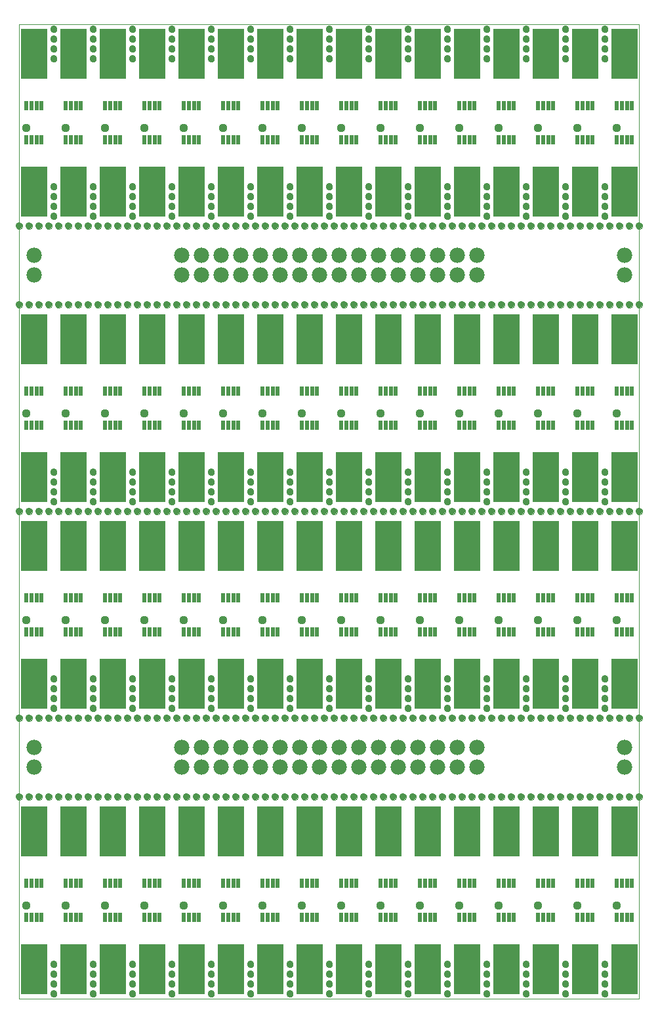
<source format=gts>
G75*
%MOIN*%
%OFA0B0*%
%FSLAX25Y25*%
%IPPOS*%
%LPD*%
%AMOC8*
5,1,8,0,0,1.08239X$1,22.5*
%
%ADD10C,0.00000*%
%ADD11C,0.03550*%
%ADD12C,0.07800*%
%ADD13R,0.02172X0.05124*%
%ADD14R,0.13200X0.25800*%
%ADD15C,0.04369*%
D10*
X0005050Y0048933D02*
X0005050Y0543933D01*
X0320050Y0543933D01*
X0320050Y0048933D01*
X0005050Y0048933D01*
X0020975Y0051433D02*
X0020977Y0051512D01*
X0020983Y0051591D01*
X0020993Y0051670D01*
X0021007Y0051748D01*
X0021024Y0051825D01*
X0021046Y0051901D01*
X0021071Y0051976D01*
X0021101Y0052049D01*
X0021133Y0052121D01*
X0021170Y0052192D01*
X0021210Y0052260D01*
X0021253Y0052326D01*
X0021299Y0052390D01*
X0021349Y0052452D01*
X0021402Y0052511D01*
X0021457Y0052567D01*
X0021516Y0052621D01*
X0021577Y0052671D01*
X0021640Y0052719D01*
X0021706Y0052763D01*
X0021774Y0052804D01*
X0021844Y0052841D01*
X0021915Y0052875D01*
X0021989Y0052905D01*
X0022063Y0052931D01*
X0022139Y0052953D01*
X0022216Y0052972D01*
X0022294Y0052987D01*
X0022372Y0052998D01*
X0022451Y0053005D01*
X0022530Y0053008D01*
X0022609Y0053007D01*
X0022688Y0053002D01*
X0022767Y0052993D01*
X0022845Y0052980D01*
X0022922Y0052963D01*
X0022999Y0052943D01*
X0023074Y0052918D01*
X0023148Y0052890D01*
X0023221Y0052858D01*
X0023291Y0052823D01*
X0023360Y0052784D01*
X0023427Y0052741D01*
X0023492Y0052695D01*
X0023554Y0052647D01*
X0023614Y0052595D01*
X0023671Y0052540D01*
X0023725Y0052482D01*
X0023776Y0052422D01*
X0023824Y0052359D01*
X0023869Y0052294D01*
X0023911Y0052226D01*
X0023949Y0052157D01*
X0023983Y0052086D01*
X0024014Y0052013D01*
X0024042Y0051938D01*
X0024065Y0051863D01*
X0024085Y0051786D01*
X0024101Y0051709D01*
X0024113Y0051630D01*
X0024121Y0051552D01*
X0024125Y0051473D01*
X0024125Y0051393D01*
X0024121Y0051314D01*
X0024113Y0051236D01*
X0024101Y0051157D01*
X0024085Y0051080D01*
X0024065Y0051003D01*
X0024042Y0050928D01*
X0024014Y0050853D01*
X0023983Y0050780D01*
X0023949Y0050709D01*
X0023911Y0050640D01*
X0023869Y0050572D01*
X0023824Y0050507D01*
X0023776Y0050444D01*
X0023725Y0050384D01*
X0023671Y0050326D01*
X0023614Y0050271D01*
X0023554Y0050219D01*
X0023492Y0050171D01*
X0023427Y0050125D01*
X0023360Y0050082D01*
X0023291Y0050043D01*
X0023221Y0050008D01*
X0023148Y0049976D01*
X0023074Y0049948D01*
X0022999Y0049923D01*
X0022922Y0049903D01*
X0022845Y0049886D01*
X0022767Y0049873D01*
X0022688Y0049864D01*
X0022609Y0049859D01*
X0022530Y0049858D01*
X0022451Y0049861D01*
X0022372Y0049868D01*
X0022294Y0049879D01*
X0022216Y0049894D01*
X0022139Y0049913D01*
X0022063Y0049935D01*
X0021989Y0049961D01*
X0021915Y0049991D01*
X0021844Y0050025D01*
X0021774Y0050062D01*
X0021706Y0050103D01*
X0021640Y0050147D01*
X0021577Y0050195D01*
X0021516Y0050245D01*
X0021457Y0050299D01*
X0021402Y0050355D01*
X0021349Y0050414D01*
X0021299Y0050476D01*
X0021253Y0050540D01*
X0021210Y0050606D01*
X0021170Y0050674D01*
X0021133Y0050745D01*
X0021101Y0050817D01*
X0021071Y0050890D01*
X0021046Y0050965D01*
X0021024Y0051041D01*
X0021007Y0051118D01*
X0020993Y0051196D01*
X0020983Y0051275D01*
X0020977Y0051354D01*
X0020975Y0051433D01*
X0020975Y0056433D02*
X0020977Y0056512D01*
X0020983Y0056591D01*
X0020993Y0056670D01*
X0021007Y0056748D01*
X0021024Y0056825D01*
X0021046Y0056901D01*
X0021071Y0056976D01*
X0021101Y0057049D01*
X0021133Y0057121D01*
X0021170Y0057192D01*
X0021210Y0057260D01*
X0021253Y0057326D01*
X0021299Y0057390D01*
X0021349Y0057452D01*
X0021402Y0057511D01*
X0021457Y0057567D01*
X0021516Y0057621D01*
X0021577Y0057671D01*
X0021640Y0057719D01*
X0021706Y0057763D01*
X0021774Y0057804D01*
X0021844Y0057841D01*
X0021915Y0057875D01*
X0021989Y0057905D01*
X0022063Y0057931D01*
X0022139Y0057953D01*
X0022216Y0057972D01*
X0022294Y0057987D01*
X0022372Y0057998D01*
X0022451Y0058005D01*
X0022530Y0058008D01*
X0022609Y0058007D01*
X0022688Y0058002D01*
X0022767Y0057993D01*
X0022845Y0057980D01*
X0022922Y0057963D01*
X0022999Y0057943D01*
X0023074Y0057918D01*
X0023148Y0057890D01*
X0023221Y0057858D01*
X0023291Y0057823D01*
X0023360Y0057784D01*
X0023427Y0057741D01*
X0023492Y0057695D01*
X0023554Y0057647D01*
X0023614Y0057595D01*
X0023671Y0057540D01*
X0023725Y0057482D01*
X0023776Y0057422D01*
X0023824Y0057359D01*
X0023869Y0057294D01*
X0023911Y0057226D01*
X0023949Y0057157D01*
X0023983Y0057086D01*
X0024014Y0057013D01*
X0024042Y0056938D01*
X0024065Y0056863D01*
X0024085Y0056786D01*
X0024101Y0056709D01*
X0024113Y0056630D01*
X0024121Y0056552D01*
X0024125Y0056473D01*
X0024125Y0056393D01*
X0024121Y0056314D01*
X0024113Y0056236D01*
X0024101Y0056157D01*
X0024085Y0056080D01*
X0024065Y0056003D01*
X0024042Y0055928D01*
X0024014Y0055853D01*
X0023983Y0055780D01*
X0023949Y0055709D01*
X0023911Y0055640D01*
X0023869Y0055572D01*
X0023824Y0055507D01*
X0023776Y0055444D01*
X0023725Y0055384D01*
X0023671Y0055326D01*
X0023614Y0055271D01*
X0023554Y0055219D01*
X0023492Y0055171D01*
X0023427Y0055125D01*
X0023360Y0055082D01*
X0023291Y0055043D01*
X0023221Y0055008D01*
X0023148Y0054976D01*
X0023074Y0054948D01*
X0022999Y0054923D01*
X0022922Y0054903D01*
X0022845Y0054886D01*
X0022767Y0054873D01*
X0022688Y0054864D01*
X0022609Y0054859D01*
X0022530Y0054858D01*
X0022451Y0054861D01*
X0022372Y0054868D01*
X0022294Y0054879D01*
X0022216Y0054894D01*
X0022139Y0054913D01*
X0022063Y0054935D01*
X0021989Y0054961D01*
X0021915Y0054991D01*
X0021844Y0055025D01*
X0021774Y0055062D01*
X0021706Y0055103D01*
X0021640Y0055147D01*
X0021577Y0055195D01*
X0021516Y0055245D01*
X0021457Y0055299D01*
X0021402Y0055355D01*
X0021349Y0055414D01*
X0021299Y0055476D01*
X0021253Y0055540D01*
X0021210Y0055606D01*
X0021170Y0055674D01*
X0021133Y0055745D01*
X0021101Y0055817D01*
X0021071Y0055890D01*
X0021046Y0055965D01*
X0021024Y0056041D01*
X0021007Y0056118D01*
X0020993Y0056196D01*
X0020983Y0056275D01*
X0020977Y0056354D01*
X0020975Y0056433D01*
X0020975Y0061433D02*
X0020977Y0061512D01*
X0020983Y0061591D01*
X0020993Y0061670D01*
X0021007Y0061748D01*
X0021024Y0061825D01*
X0021046Y0061901D01*
X0021071Y0061976D01*
X0021101Y0062049D01*
X0021133Y0062121D01*
X0021170Y0062192D01*
X0021210Y0062260D01*
X0021253Y0062326D01*
X0021299Y0062390D01*
X0021349Y0062452D01*
X0021402Y0062511D01*
X0021457Y0062567D01*
X0021516Y0062621D01*
X0021577Y0062671D01*
X0021640Y0062719D01*
X0021706Y0062763D01*
X0021774Y0062804D01*
X0021844Y0062841D01*
X0021915Y0062875D01*
X0021989Y0062905D01*
X0022063Y0062931D01*
X0022139Y0062953D01*
X0022216Y0062972D01*
X0022294Y0062987D01*
X0022372Y0062998D01*
X0022451Y0063005D01*
X0022530Y0063008D01*
X0022609Y0063007D01*
X0022688Y0063002D01*
X0022767Y0062993D01*
X0022845Y0062980D01*
X0022922Y0062963D01*
X0022999Y0062943D01*
X0023074Y0062918D01*
X0023148Y0062890D01*
X0023221Y0062858D01*
X0023291Y0062823D01*
X0023360Y0062784D01*
X0023427Y0062741D01*
X0023492Y0062695D01*
X0023554Y0062647D01*
X0023614Y0062595D01*
X0023671Y0062540D01*
X0023725Y0062482D01*
X0023776Y0062422D01*
X0023824Y0062359D01*
X0023869Y0062294D01*
X0023911Y0062226D01*
X0023949Y0062157D01*
X0023983Y0062086D01*
X0024014Y0062013D01*
X0024042Y0061938D01*
X0024065Y0061863D01*
X0024085Y0061786D01*
X0024101Y0061709D01*
X0024113Y0061630D01*
X0024121Y0061552D01*
X0024125Y0061473D01*
X0024125Y0061393D01*
X0024121Y0061314D01*
X0024113Y0061236D01*
X0024101Y0061157D01*
X0024085Y0061080D01*
X0024065Y0061003D01*
X0024042Y0060928D01*
X0024014Y0060853D01*
X0023983Y0060780D01*
X0023949Y0060709D01*
X0023911Y0060640D01*
X0023869Y0060572D01*
X0023824Y0060507D01*
X0023776Y0060444D01*
X0023725Y0060384D01*
X0023671Y0060326D01*
X0023614Y0060271D01*
X0023554Y0060219D01*
X0023492Y0060171D01*
X0023427Y0060125D01*
X0023360Y0060082D01*
X0023291Y0060043D01*
X0023221Y0060008D01*
X0023148Y0059976D01*
X0023074Y0059948D01*
X0022999Y0059923D01*
X0022922Y0059903D01*
X0022845Y0059886D01*
X0022767Y0059873D01*
X0022688Y0059864D01*
X0022609Y0059859D01*
X0022530Y0059858D01*
X0022451Y0059861D01*
X0022372Y0059868D01*
X0022294Y0059879D01*
X0022216Y0059894D01*
X0022139Y0059913D01*
X0022063Y0059935D01*
X0021989Y0059961D01*
X0021915Y0059991D01*
X0021844Y0060025D01*
X0021774Y0060062D01*
X0021706Y0060103D01*
X0021640Y0060147D01*
X0021577Y0060195D01*
X0021516Y0060245D01*
X0021457Y0060299D01*
X0021402Y0060355D01*
X0021349Y0060414D01*
X0021299Y0060476D01*
X0021253Y0060540D01*
X0021210Y0060606D01*
X0021170Y0060674D01*
X0021133Y0060745D01*
X0021101Y0060817D01*
X0021071Y0060890D01*
X0021046Y0060965D01*
X0021024Y0061041D01*
X0021007Y0061118D01*
X0020993Y0061196D01*
X0020983Y0061275D01*
X0020977Y0061354D01*
X0020975Y0061433D01*
X0020975Y0066433D02*
X0020977Y0066512D01*
X0020983Y0066591D01*
X0020993Y0066670D01*
X0021007Y0066748D01*
X0021024Y0066825D01*
X0021046Y0066901D01*
X0021071Y0066976D01*
X0021101Y0067049D01*
X0021133Y0067121D01*
X0021170Y0067192D01*
X0021210Y0067260D01*
X0021253Y0067326D01*
X0021299Y0067390D01*
X0021349Y0067452D01*
X0021402Y0067511D01*
X0021457Y0067567D01*
X0021516Y0067621D01*
X0021577Y0067671D01*
X0021640Y0067719D01*
X0021706Y0067763D01*
X0021774Y0067804D01*
X0021844Y0067841D01*
X0021915Y0067875D01*
X0021989Y0067905D01*
X0022063Y0067931D01*
X0022139Y0067953D01*
X0022216Y0067972D01*
X0022294Y0067987D01*
X0022372Y0067998D01*
X0022451Y0068005D01*
X0022530Y0068008D01*
X0022609Y0068007D01*
X0022688Y0068002D01*
X0022767Y0067993D01*
X0022845Y0067980D01*
X0022922Y0067963D01*
X0022999Y0067943D01*
X0023074Y0067918D01*
X0023148Y0067890D01*
X0023221Y0067858D01*
X0023291Y0067823D01*
X0023360Y0067784D01*
X0023427Y0067741D01*
X0023492Y0067695D01*
X0023554Y0067647D01*
X0023614Y0067595D01*
X0023671Y0067540D01*
X0023725Y0067482D01*
X0023776Y0067422D01*
X0023824Y0067359D01*
X0023869Y0067294D01*
X0023911Y0067226D01*
X0023949Y0067157D01*
X0023983Y0067086D01*
X0024014Y0067013D01*
X0024042Y0066938D01*
X0024065Y0066863D01*
X0024085Y0066786D01*
X0024101Y0066709D01*
X0024113Y0066630D01*
X0024121Y0066552D01*
X0024125Y0066473D01*
X0024125Y0066393D01*
X0024121Y0066314D01*
X0024113Y0066236D01*
X0024101Y0066157D01*
X0024085Y0066080D01*
X0024065Y0066003D01*
X0024042Y0065928D01*
X0024014Y0065853D01*
X0023983Y0065780D01*
X0023949Y0065709D01*
X0023911Y0065640D01*
X0023869Y0065572D01*
X0023824Y0065507D01*
X0023776Y0065444D01*
X0023725Y0065384D01*
X0023671Y0065326D01*
X0023614Y0065271D01*
X0023554Y0065219D01*
X0023492Y0065171D01*
X0023427Y0065125D01*
X0023360Y0065082D01*
X0023291Y0065043D01*
X0023221Y0065008D01*
X0023148Y0064976D01*
X0023074Y0064948D01*
X0022999Y0064923D01*
X0022922Y0064903D01*
X0022845Y0064886D01*
X0022767Y0064873D01*
X0022688Y0064864D01*
X0022609Y0064859D01*
X0022530Y0064858D01*
X0022451Y0064861D01*
X0022372Y0064868D01*
X0022294Y0064879D01*
X0022216Y0064894D01*
X0022139Y0064913D01*
X0022063Y0064935D01*
X0021989Y0064961D01*
X0021915Y0064991D01*
X0021844Y0065025D01*
X0021774Y0065062D01*
X0021706Y0065103D01*
X0021640Y0065147D01*
X0021577Y0065195D01*
X0021516Y0065245D01*
X0021457Y0065299D01*
X0021402Y0065355D01*
X0021349Y0065414D01*
X0021299Y0065476D01*
X0021253Y0065540D01*
X0021210Y0065606D01*
X0021170Y0065674D01*
X0021133Y0065745D01*
X0021101Y0065817D01*
X0021071Y0065890D01*
X0021046Y0065965D01*
X0021024Y0066041D01*
X0021007Y0066118D01*
X0020993Y0066196D01*
X0020983Y0066275D01*
X0020977Y0066354D01*
X0020975Y0066433D01*
X0040975Y0066433D02*
X0040977Y0066512D01*
X0040983Y0066591D01*
X0040993Y0066670D01*
X0041007Y0066748D01*
X0041024Y0066825D01*
X0041046Y0066901D01*
X0041071Y0066976D01*
X0041101Y0067049D01*
X0041133Y0067121D01*
X0041170Y0067192D01*
X0041210Y0067260D01*
X0041253Y0067326D01*
X0041299Y0067390D01*
X0041349Y0067452D01*
X0041402Y0067511D01*
X0041457Y0067567D01*
X0041516Y0067621D01*
X0041577Y0067671D01*
X0041640Y0067719D01*
X0041706Y0067763D01*
X0041774Y0067804D01*
X0041844Y0067841D01*
X0041915Y0067875D01*
X0041989Y0067905D01*
X0042063Y0067931D01*
X0042139Y0067953D01*
X0042216Y0067972D01*
X0042294Y0067987D01*
X0042372Y0067998D01*
X0042451Y0068005D01*
X0042530Y0068008D01*
X0042609Y0068007D01*
X0042688Y0068002D01*
X0042767Y0067993D01*
X0042845Y0067980D01*
X0042922Y0067963D01*
X0042999Y0067943D01*
X0043074Y0067918D01*
X0043148Y0067890D01*
X0043221Y0067858D01*
X0043291Y0067823D01*
X0043360Y0067784D01*
X0043427Y0067741D01*
X0043492Y0067695D01*
X0043554Y0067647D01*
X0043614Y0067595D01*
X0043671Y0067540D01*
X0043725Y0067482D01*
X0043776Y0067422D01*
X0043824Y0067359D01*
X0043869Y0067294D01*
X0043911Y0067226D01*
X0043949Y0067157D01*
X0043983Y0067086D01*
X0044014Y0067013D01*
X0044042Y0066938D01*
X0044065Y0066863D01*
X0044085Y0066786D01*
X0044101Y0066709D01*
X0044113Y0066630D01*
X0044121Y0066552D01*
X0044125Y0066473D01*
X0044125Y0066393D01*
X0044121Y0066314D01*
X0044113Y0066236D01*
X0044101Y0066157D01*
X0044085Y0066080D01*
X0044065Y0066003D01*
X0044042Y0065928D01*
X0044014Y0065853D01*
X0043983Y0065780D01*
X0043949Y0065709D01*
X0043911Y0065640D01*
X0043869Y0065572D01*
X0043824Y0065507D01*
X0043776Y0065444D01*
X0043725Y0065384D01*
X0043671Y0065326D01*
X0043614Y0065271D01*
X0043554Y0065219D01*
X0043492Y0065171D01*
X0043427Y0065125D01*
X0043360Y0065082D01*
X0043291Y0065043D01*
X0043221Y0065008D01*
X0043148Y0064976D01*
X0043074Y0064948D01*
X0042999Y0064923D01*
X0042922Y0064903D01*
X0042845Y0064886D01*
X0042767Y0064873D01*
X0042688Y0064864D01*
X0042609Y0064859D01*
X0042530Y0064858D01*
X0042451Y0064861D01*
X0042372Y0064868D01*
X0042294Y0064879D01*
X0042216Y0064894D01*
X0042139Y0064913D01*
X0042063Y0064935D01*
X0041989Y0064961D01*
X0041915Y0064991D01*
X0041844Y0065025D01*
X0041774Y0065062D01*
X0041706Y0065103D01*
X0041640Y0065147D01*
X0041577Y0065195D01*
X0041516Y0065245D01*
X0041457Y0065299D01*
X0041402Y0065355D01*
X0041349Y0065414D01*
X0041299Y0065476D01*
X0041253Y0065540D01*
X0041210Y0065606D01*
X0041170Y0065674D01*
X0041133Y0065745D01*
X0041101Y0065817D01*
X0041071Y0065890D01*
X0041046Y0065965D01*
X0041024Y0066041D01*
X0041007Y0066118D01*
X0040993Y0066196D01*
X0040983Y0066275D01*
X0040977Y0066354D01*
X0040975Y0066433D01*
X0040975Y0061433D02*
X0040977Y0061512D01*
X0040983Y0061591D01*
X0040993Y0061670D01*
X0041007Y0061748D01*
X0041024Y0061825D01*
X0041046Y0061901D01*
X0041071Y0061976D01*
X0041101Y0062049D01*
X0041133Y0062121D01*
X0041170Y0062192D01*
X0041210Y0062260D01*
X0041253Y0062326D01*
X0041299Y0062390D01*
X0041349Y0062452D01*
X0041402Y0062511D01*
X0041457Y0062567D01*
X0041516Y0062621D01*
X0041577Y0062671D01*
X0041640Y0062719D01*
X0041706Y0062763D01*
X0041774Y0062804D01*
X0041844Y0062841D01*
X0041915Y0062875D01*
X0041989Y0062905D01*
X0042063Y0062931D01*
X0042139Y0062953D01*
X0042216Y0062972D01*
X0042294Y0062987D01*
X0042372Y0062998D01*
X0042451Y0063005D01*
X0042530Y0063008D01*
X0042609Y0063007D01*
X0042688Y0063002D01*
X0042767Y0062993D01*
X0042845Y0062980D01*
X0042922Y0062963D01*
X0042999Y0062943D01*
X0043074Y0062918D01*
X0043148Y0062890D01*
X0043221Y0062858D01*
X0043291Y0062823D01*
X0043360Y0062784D01*
X0043427Y0062741D01*
X0043492Y0062695D01*
X0043554Y0062647D01*
X0043614Y0062595D01*
X0043671Y0062540D01*
X0043725Y0062482D01*
X0043776Y0062422D01*
X0043824Y0062359D01*
X0043869Y0062294D01*
X0043911Y0062226D01*
X0043949Y0062157D01*
X0043983Y0062086D01*
X0044014Y0062013D01*
X0044042Y0061938D01*
X0044065Y0061863D01*
X0044085Y0061786D01*
X0044101Y0061709D01*
X0044113Y0061630D01*
X0044121Y0061552D01*
X0044125Y0061473D01*
X0044125Y0061393D01*
X0044121Y0061314D01*
X0044113Y0061236D01*
X0044101Y0061157D01*
X0044085Y0061080D01*
X0044065Y0061003D01*
X0044042Y0060928D01*
X0044014Y0060853D01*
X0043983Y0060780D01*
X0043949Y0060709D01*
X0043911Y0060640D01*
X0043869Y0060572D01*
X0043824Y0060507D01*
X0043776Y0060444D01*
X0043725Y0060384D01*
X0043671Y0060326D01*
X0043614Y0060271D01*
X0043554Y0060219D01*
X0043492Y0060171D01*
X0043427Y0060125D01*
X0043360Y0060082D01*
X0043291Y0060043D01*
X0043221Y0060008D01*
X0043148Y0059976D01*
X0043074Y0059948D01*
X0042999Y0059923D01*
X0042922Y0059903D01*
X0042845Y0059886D01*
X0042767Y0059873D01*
X0042688Y0059864D01*
X0042609Y0059859D01*
X0042530Y0059858D01*
X0042451Y0059861D01*
X0042372Y0059868D01*
X0042294Y0059879D01*
X0042216Y0059894D01*
X0042139Y0059913D01*
X0042063Y0059935D01*
X0041989Y0059961D01*
X0041915Y0059991D01*
X0041844Y0060025D01*
X0041774Y0060062D01*
X0041706Y0060103D01*
X0041640Y0060147D01*
X0041577Y0060195D01*
X0041516Y0060245D01*
X0041457Y0060299D01*
X0041402Y0060355D01*
X0041349Y0060414D01*
X0041299Y0060476D01*
X0041253Y0060540D01*
X0041210Y0060606D01*
X0041170Y0060674D01*
X0041133Y0060745D01*
X0041101Y0060817D01*
X0041071Y0060890D01*
X0041046Y0060965D01*
X0041024Y0061041D01*
X0041007Y0061118D01*
X0040993Y0061196D01*
X0040983Y0061275D01*
X0040977Y0061354D01*
X0040975Y0061433D01*
X0040975Y0056433D02*
X0040977Y0056512D01*
X0040983Y0056591D01*
X0040993Y0056670D01*
X0041007Y0056748D01*
X0041024Y0056825D01*
X0041046Y0056901D01*
X0041071Y0056976D01*
X0041101Y0057049D01*
X0041133Y0057121D01*
X0041170Y0057192D01*
X0041210Y0057260D01*
X0041253Y0057326D01*
X0041299Y0057390D01*
X0041349Y0057452D01*
X0041402Y0057511D01*
X0041457Y0057567D01*
X0041516Y0057621D01*
X0041577Y0057671D01*
X0041640Y0057719D01*
X0041706Y0057763D01*
X0041774Y0057804D01*
X0041844Y0057841D01*
X0041915Y0057875D01*
X0041989Y0057905D01*
X0042063Y0057931D01*
X0042139Y0057953D01*
X0042216Y0057972D01*
X0042294Y0057987D01*
X0042372Y0057998D01*
X0042451Y0058005D01*
X0042530Y0058008D01*
X0042609Y0058007D01*
X0042688Y0058002D01*
X0042767Y0057993D01*
X0042845Y0057980D01*
X0042922Y0057963D01*
X0042999Y0057943D01*
X0043074Y0057918D01*
X0043148Y0057890D01*
X0043221Y0057858D01*
X0043291Y0057823D01*
X0043360Y0057784D01*
X0043427Y0057741D01*
X0043492Y0057695D01*
X0043554Y0057647D01*
X0043614Y0057595D01*
X0043671Y0057540D01*
X0043725Y0057482D01*
X0043776Y0057422D01*
X0043824Y0057359D01*
X0043869Y0057294D01*
X0043911Y0057226D01*
X0043949Y0057157D01*
X0043983Y0057086D01*
X0044014Y0057013D01*
X0044042Y0056938D01*
X0044065Y0056863D01*
X0044085Y0056786D01*
X0044101Y0056709D01*
X0044113Y0056630D01*
X0044121Y0056552D01*
X0044125Y0056473D01*
X0044125Y0056393D01*
X0044121Y0056314D01*
X0044113Y0056236D01*
X0044101Y0056157D01*
X0044085Y0056080D01*
X0044065Y0056003D01*
X0044042Y0055928D01*
X0044014Y0055853D01*
X0043983Y0055780D01*
X0043949Y0055709D01*
X0043911Y0055640D01*
X0043869Y0055572D01*
X0043824Y0055507D01*
X0043776Y0055444D01*
X0043725Y0055384D01*
X0043671Y0055326D01*
X0043614Y0055271D01*
X0043554Y0055219D01*
X0043492Y0055171D01*
X0043427Y0055125D01*
X0043360Y0055082D01*
X0043291Y0055043D01*
X0043221Y0055008D01*
X0043148Y0054976D01*
X0043074Y0054948D01*
X0042999Y0054923D01*
X0042922Y0054903D01*
X0042845Y0054886D01*
X0042767Y0054873D01*
X0042688Y0054864D01*
X0042609Y0054859D01*
X0042530Y0054858D01*
X0042451Y0054861D01*
X0042372Y0054868D01*
X0042294Y0054879D01*
X0042216Y0054894D01*
X0042139Y0054913D01*
X0042063Y0054935D01*
X0041989Y0054961D01*
X0041915Y0054991D01*
X0041844Y0055025D01*
X0041774Y0055062D01*
X0041706Y0055103D01*
X0041640Y0055147D01*
X0041577Y0055195D01*
X0041516Y0055245D01*
X0041457Y0055299D01*
X0041402Y0055355D01*
X0041349Y0055414D01*
X0041299Y0055476D01*
X0041253Y0055540D01*
X0041210Y0055606D01*
X0041170Y0055674D01*
X0041133Y0055745D01*
X0041101Y0055817D01*
X0041071Y0055890D01*
X0041046Y0055965D01*
X0041024Y0056041D01*
X0041007Y0056118D01*
X0040993Y0056196D01*
X0040983Y0056275D01*
X0040977Y0056354D01*
X0040975Y0056433D01*
X0040975Y0051433D02*
X0040977Y0051512D01*
X0040983Y0051591D01*
X0040993Y0051670D01*
X0041007Y0051748D01*
X0041024Y0051825D01*
X0041046Y0051901D01*
X0041071Y0051976D01*
X0041101Y0052049D01*
X0041133Y0052121D01*
X0041170Y0052192D01*
X0041210Y0052260D01*
X0041253Y0052326D01*
X0041299Y0052390D01*
X0041349Y0052452D01*
X0041402Y0052511D01*
X0041457Y0052567D01*
X0041516Y0052621D01*
X0041577Y0052671D01*
X0041640Y0052719D01*
X0041706Y0052763D01*
X0041774Y0052804D01*
X0041844Y0052841D01*
X0041915Y0052875D01*
X0041989Y0052905D01*
X0042063Y0052931D01*
X0042139Y0052953D01*
X0042216Y0052972D01*
X0042294Y0052987D01*
X0042372Y0052998D01*
X0042451Y0053005D01*
X0042530Y0053008D01*
X0042609Y0053007D01*
X0042688Y0053002D01*
X0042767Y0052993D01*
X0042845Y0052980D01*
X0042922Y0052963D01*
X0042999Y0052943D01*
X0043074Y0052918D01*
X0043148Y0052890D01*
X0043221Y0052858D01*
X0043291Y0052823D01*
X0043360Y0052784D01*
X0043427Y0052741D01*
X0043492Y0052695D01*
X0043554Y0052647D01*
X0043614Y0052595D01*
X0043671Y0052540D01*
X0043725Y0052482D01*
X0043776Y0052422D01*
X0043824Y0052359D01*
X0043869Y0052294D01*
X0043911Y0052226D01*
X0043949Y0052157D01*
X0043983Y0052086D01*
X0044014Y0052013D01*
X0044042Y0051938D01*
X0044065Y0051863D01*
X0044085Y0051786D01*
X0044101Y0051709D01*
X0044113Y0051630D01*
X0044121Y0051552D01*
X0044125Y0051473D01*
X0044125Y0051393D01*
X0044121Y0051314D01*
X0044113Y0051236D01*
X0044101Y0051157D01*
X0044085Y0051080D01*
X0044065Y0051003D01*
X0044042Y0050928D01*
X0044014Y0050853D01*
X0043983Y0050780D01*
X0043949Y0050709D01*
X0043911Y0050640D01*
X0043869Y0050572D01*
X0043824Y0050507D01*
X0043776Y0050444D01*
X0043725Y0050384D01*
X0043671Y0050326D01*
X0043614Y0050271D01*
X0043554Y0050219D01*
X0043492Y0050171D01*
X0043427Y0050125D01*
X0043360Y0050082D01*
X0043291Y0050043D01*
X0043221Y0050008D01*
X0043148Y0049976D01*
X0043074Y0049948D01*
X0042999Y0049923D01*
X0042922Y0049903D01*
X0042845Y0049886D01*
X0042767Y0049873D01*
X0042688Y0049864D01*
X0042609Y0049859D01*
X0042530Y0049858D01*
X0042451Y0049861D01*
X0042372Y0049868D01*
X0042294Y0049879D01*
X0042216Y0049894D01*
X0042139Y0049913D01*
X0042063Y0049935D01*
X0041989Y0049961D01*
X0041915Y0049991D01*
X0041844Y0050025D01*
X0041774Y0050062D01*
X0041706Y0050103D01*
X0041640Y0050147D01*
X0041577Y0050195D01*
X0041516Y0050245D01*
X0041457Y0050299D01*
X0041402Y0050355D01*
X0041349Y0050414D01*
X0041299Y0050476D01*
X0041253Y0050540D01*
X0041210Y0050606D01*
X0041170Y0050674D01*
X0041133Y0050745D01*
X0041101Y0050817D01*
X0041071Y0050890D01*
X0041046Y0050965D01*
X0041024Y0051041D01*
X0041007Y0051118D01*
X0040993Y0051196D01*
X0040983Y0051275D01*
X0040977Y0051354D01*
X0040975Y0051433D01*
X0060975Y0051433D02*
X0060977Y0051512D01*
X0060983Y0051591D01*
X0060993Y0051670D01*
X0061007Y0051748D01*
X0061024Y0051825D01*
X0061046Y0051901D01*
X0061071Y0051976D01*
X0061101Y0052049D01*
X0061133Y0052121D01*
X0061170Y0052192D01*
X0061210Y0052260D01*
X0061253Y0052326D01*
X0061299Y0052390D01*
X0061349Y0052452D01*
X0061402Y0052511D01*
X0061457Y0052567D01*
X0061516Y0052621D01*
X0061577Y0052671D01*
X0061640Y0052719D01*
X0061706Y0052763D01*
X0061774Y0052804D01*
X0061844Y0052841D01*
X0061915Y0052875D01*
X0061989Y0052905D01*
X0062063Y0052931D01*
X0062139Y0052953D01*
X0062216Y0052972D01*
X0062294Y0052987D01*
X0062372Y0052998D01*
X0062451Y0053005D01*
X0062530Y0053008D01*
X0062609Y0053007D01*
X0062688Y0053002D01*
X0062767Y0052993D01*
X0062845Y0052980D01*
X0062922Y0052963D01*
X0062999Y0052943D01*
X0063074Y0052918D01*
X0063148Y0052890D01*
X0063221Y0052858D01*
X0063291Y0052823D01*
X0063360Y0052784D01*
X0063427Y0052741D01*
X0063492Y0052695D01*
X0063554Y0052647D01*
X0063614Y0052595D01*
X0063671Y0052540D01*
X0063725Y0052482D01*
X0063776Y0052422D01*
X0063824Y0052359D01*
X0063869Y0052294D01*
X0063911Y0052226D01*
X0063949Y0052157D01*
X0063983Y0052086D01*
X0064014Y0052013D01*
X0064042Y0051938D01*
X0064065Y0051863D01*
X0064085Y0051786D01*
X0064101Y0051709D01*
X0064113Y0051630D01*
X0064121Y0051552D01*
X0064125Y0051473D01*
X0064125Y0051393D01*
X0064121Y0051314D01*
X0064113Y0051236D01*
X0064101Y0051157D01*
X0064085Y0051080D01*
X0064065Y0051003D01*
X0064042Y0050928D01*
X0064014Y0050853D01*
X0063983Y0050780D01*
X0063949Y0050709D01*
X0063911Y0050640D01*
X0063869Y0050572D01*
X0063824Y0050507D01*
X0063776Y0050444D01*
X0063725Y0050384D01*
X0063671Y0050326D01*
X0063614Y0050271D01*
X0063554Y0050219D01*
X0063492Y0050171D01*
X0063427Y0050125D01*
X0063360Y0050082D01*
X0063291Y0050043D01*
X0063221Y0050008D01*
X0063148Y0049976D01*
X0063074Y0049948D01*
X0062999Y0049923D01*
X0062922Y0049903D01*
X0062845Y0049886D01*
X0062767Y0049873D01*
X0062688Y0049864D01*
X0062609Y0049859D01*
X0062530Y0049858D01*
X0062451Y0049861D01*
X0062372Y0049868D01*
X0062294Y0049879D01*
X0062216Y0049894D01*
X0062139Y0049913D01*
X0062063Y0049935D01*
X0061989Y0049961D01*
X0061915Y0049991D01*
X0061844Y0050025D01*
X0061774Y0050062D01*
X0061706Y0050103D01*
X0061640Y0050147D01*
X0061577Y0050195D01*
X0061516Y0050245D01*
X0061457Y0050299D01*
X0061402Y0050355D01*
X0061349Y0050414D01*
X0061299Y0050476D01*
X0061253Y0050540D01*
X0061210Y0050606D01*
X0061170Y0050674D01*
X0061133Y0050745D01*
X0061101Y0050817D01*
X0061071Y0050890D01*
X0061046Y0050965D01*
X0061024Y0051041D01*
X0061007Y0051118D01*
X0060993Y0051196D01*
X0060983Y0051275D01*
X0060977Y0051354D01*
X0060975Y0051433D01*
X0060975Y0056433D02*
X0060977Y0056512D01*
X0060983Y0056591D01*
X0060993Y0056670D01*
X0061007Y0056748D01*
X0061024Y0056825D01*
X0061046Y0056901D01*
X0061071Y0056976D01*
X0061101Y0057049D01*
X0061133Y0057121D01*
X0061170Y0057192D01*
X0061210Y0057260D01*
X0061253Y0057326D01*
X0061299Y0057390D01*
X0061349Y0057452D01*
X0061402Y0057511D01*
X0061457Y0057567D01*
X0061516Y0057621D01*
X0061577Y0057671D01*
X0061640Y0057719D01*
X0061706Y0057763D01*
X0061774Y0057804D01*
X0061844Y0057841D01*
X0061915Y0057875D01*
X0061989Y0057905D01*
X0062063Y0057931D01*
X0062139Y0057953D01*
X0062216Y0057972D01*
X0062294Y0057987D01*
X0062372Y0057998D01*
X0062451Y0058005D01*
X0062530Y0058008D01*
X0062609Y0058007D01*
X0062688Y0058002D01*
X0062767Y0057993D01*
X0062845Y0057980D01*
X0062922Y0057963D01*
X0062999Y0057943D01*
X0063074Y0057918D01*
X0063148Y0057890D01*
X0063221Y0057858D01*
X0063291Y0057823D01*
X0063360Y0057784D01*
X0063427Y0057741D01*
X0063492Y0057695D01*
X0063554Y0057647D01*
X0063614Y0057595D01*
X0063671Y0057540D01*
X0063725Y0057482D01*
X0063776Y0057422D01*
X0063824Y0057359D01*
X0063869Y0057294D01*
X0063911Y0057226D01*
X0063949Y0057157D01*
X0063983Y0057086D01*
X0064014Y0057013D01*
X0064042Y0056938D01*
X0064065Y0056863D01*
X0064085Y0056786D01*
X0064101Y0056709D01*
X0064113Y0056630D01*
X0064121Y0056552D01*
X0064125Y0056473D01*
X0064125Y0056393D01*
X0064121Y0056314D01*
X0064113Y0056236D01*
X0064101Y0056157D01*
X0064085Y0056080D01*
X0064065Y0056003D01*
X0064042Y0055928D01*
X0064014Y0055853D01*
X0063983Y0055780D01*
X0063949Y0055709D01*
X0063911Y0055640D01*
X0063869Y0055572D01*
X0063824Y0055507D01*
X0063776Y0055444D01*
X0063725Y0055384D01*
X0063671Y0055326D01*
X0063614Y0055271D01*
X0063554Y0055219D01*
X0063492Y0055171D01*
X0063427Y0055125D01*
X0063360Y0055082D01*
X0063291Y0055043D01*
X0063221Y0055008D01*
X0063148Y0054976D01*
X0063074Y0054948D01*
X0062999Y0054923D01*
X0062922Y0054903D01*
X0062845Y0054886D01*
X0062767Y0054873D01*
X0062688Y0054864D01*
X0062609Y0054859D01*
X0062530Y0054858D01*
X0062451Y0054861D01*
X0062372Y0054868D01*
X0062294Y0054879D01*
X0062216Y0054894D01*
X0062139Y0054913D01*
X0062063Y0054935D01*
X0061989Y0054961D01*
X0061915Y0054991D01*
X0061844Y0055025D01*
X0061774Y0055062D01*
X0061706Y0055103D01*
X0061640Y0055147D01*
X0061577Y0055195D01*
X0061516Y0055245D01*
X0061457Y0055299D01*
X0061402Y0055355D01*
X0061349Y0055414D01*
X0061299Y0055476D01*
X0061253Y0055540D01*
X0061210Y0055606D01*
X0061170Y0055674D01*
X0061133Y0055745D01*
X0061101Y0055817D01*
X0061071Y0055890D01*
X0061046Y0055965D01*
X0061024Y0056041D01*
X0061007Y0056118D01*
X0060993Y0056196D01*
X0060983Y0056275D01*
X0060977Y0056354D01*
X0060975Y0056433D01*
X0060975Y0061433D02*
X0060977Y0061512D01*
X0060983Y0061591D01*
X0060993Y0061670D01*
X0061007Y0061748D01*
X0061024Y0061825D01*
X0061046Y0061901D01*
X0061071Y0061976D01*
X0061101Y0062049D01*
X0061133Y0062121D01*
X0061170Y0062192D01*
X0061210Y0062260D01*
X0061253Y0062326D01*
X0061299Y0062390D01*
X0061349Y0062452D01*
X0061402Y0062511D01*
X0061457Y0062567D01*
X0061516Y0062621D01*
X0061577Y0062671D01*
X0061640Y0062719D01*
X0061706Y0062763D01*
X0061774Y0062804D01*
X0061844Y0062841D01*
X0061915Y0062875D01*
X0061989Y0062905D01*
X0062063Y0062931D01*
X0062139Y0062953D01*
X0062216Y0062972D01*
X0062294Y0062987D01*
X0062372Y0062998D01*
X0062451Y0063005D01*
X0062530Y0063008D01*
X0062609Y0063007D01*
X0062688Y0063002D01*
X0062767Y0062993D01*
X0062845Y0062980D01*
X0062922Y0062963D01*
X0062999Y0062943D01*
X0063074Y0062918D01*
X0063148Y0062890D01*
X0063221Y0062858D01*
X0063291Y0062823D01*
X0063360Y0062784D01*
X0063427Y0062741D01*
X0063492Y0062695D01*
X0063554Y0062647D01*
X0063614Y0062595D01*
X0063671Y0062540D01*
X0063725Y0062482D01*
X0063776Y0062422D01*
X0063824Y0062359D01*
X0063869Y0062294D01*
X0063911Y0062226D01*
X0063949Y0062157D01*
X0063983Y0062086D01*
X0064014Y0062013D01*
X0064042Y0061938D01*
X0064065Y0061863D01*
X0064085Y0061786D01*
X0064101Y0061709D01*
X0064113Y0061630D01*
X0064121Y0061552D01*
X0064125Y0061473D01*
X0064125Y0061393D01*
X0064121Y0061314D01*
X0064113Y0061236D01*
X0064101Y0061157D01*
X0064085Y0061080D01*
X0064065Y0061003D01*
X0064042Y0060928D01*
X0064014Y0060853D01*
X0063983Y0060780D01*
X0063949Y0060709D01*
X0063911Y0060640D01*
X0063869Y0060572D01*
X0063824Y0060507D01*
X0063776Y0060444D01*
X0063725Y0060384D01*
X0063671Y0060326D01*
X0063614Y0060271D01*
X0063554Y0060219D01*
X0063492Y0060171D01*
X0063427Y0060125D01*
X0063360Y0060082D01*
X0063291Y0060043D01*
X0063221Y0060008D01*
X0063148Y0059976D01*
X0063074Y0059948D01*
X0062999Y0059923D01*
X0062922Y0059903D01*
X0062845Y0059886D01*
X0062767Y0059873D01*
X0062688Y0059864D01*
X0062609Y0059859D01*
X0062530Y0059858D01*
X0062451Y0059861D01*
X0062372Y0059868D01*
X0062294Y0059879D01*
X0062216Y0059894D01*
X0062139Y0059913D01*
X0062063Y0059935D01*
X0061989Y0059961D01*
X0061915Y0059991D01*
X0061844Y0060025D01*
X0061774Y0060062D01*
X0061706Y0060103D01*
X0061640Y0060147D01*
X0061577Y0060195D01*
X0061516Y0060245D01*
X0061457Y0060299D01*
X0061402Y0060355D01*
X0061349Y0060414D01*
X0061299Y0060476D01*
X0061253Y0060540D01*
X0061210Y0060606D01*
X0061170Y0060674D01*
X0061133Y0060745D01*
X0061101Y0060817D01*
X0061071Y0060890D01*
X0061046Y0060965D01*
X0061024Y0061041D01*
X0061007Y0061118D01*
X0060993Y0061196D01*
X0060983Y0061275D01*
X0060977Y0061354D01*
X0060975Y0061433D01*
X0060975Y0066433D02*
X0060977Y0066512D01*
X0060983Y0066591D01*
X0060993Y0066670D01*
X0061007Y0066748D01*
X0061024Y0066825D01*
X0061046Y0066901D01*
X0061071Y0066976D01*
X0061101Y0067049D01*
X0061133Y0067121D01*
X0061170Y0067192D01*
X0061210Y0067260D01*
X0061253Y0067326D01*
X0061299Y0067390D01*
X0061349Y0067452D01*
X0061402Y0067511D01*
X0061457Y0067567D01*
X0061516Y0067621D01*
X0061577Y0067671D01*
X0061640Y0067719D01*
X0061706Y0067763D01*
X0061774Y0067804D01*
X0061844Y0067841D01*
X0061915Y0067875D01*
X0061989Y0067905D01*
X0062063Y0067931D01*
X0062139Y0067953D01*
X0062216Y0067972D01*
X0062294Y0067987D01*
X0062372Y0067998D01*
X0062451Y0068005D01*
X0062530Y0068008D01*
X0062609Y0068007D01*
X0062688Y0068002D01*
X0062767Y0067993D01*
X0062845Y0067980D01*
X0062922Y0067963D01*
X0062999Y0067943D01*
X0063074Y0067918D01*
X0063148Y0067890D01*
X0063221Y0067858D01*
X0063291Y0067823D01*
X0063360Y0067784D01*
X0063427Y0067741D01*
X0063492Y0067695D01*
X0063554Y0067647D01*
X0063614Y0067595D01*
X0063671Y0067540D01*
X0063725Y0067482D01*
X0063776Y0067422D01*
X0063824Y0067359D01*
X0063869Y0067294D01*
X0063911Y0067226D01*
X0063949Y0067157D01*
X0063983Y0067086D01*
X0064014Y0067013D01*
X0064042Y0066938D01*
X0064065Y0066863D01*
X0064085Y0066786D01*
X0064101Y0066709D01*
X0064113Y0066630D01*
X0064121Y0066552D01*
X0064125Y0066473D01*
X0064125Y0066393D01*
X0064121Y0066314D01*
X0064113Y0066236D01*
X0064101Y0066157D01*
X0064085Y0066080D01*
X0064065Y0066003D01*
X0064042Y0065928D01*
X0064014Y0065853D01*
X0063983Y0065780D01*
X0063949Y0065709D01*
X0063911Y0065640D01*
X0063869Y0065572D01*
X0063824Y0065507D01*
X0063776Y0065444D01*
X0063725Y0065384D01*
X0063671Y0065326D01*
X0063614Y0065271D01*
X0063554Y0065219D01*
X0063492Y0065171D01*
X0063427Y0065125D01*
X0063360Y0065082D01*
X0063291Y0065043D01*
X0063221Y0065008D01*
X0063148Y0064976D01*
X0063074Y0064948D01*
X0062999Y0064923D01*
X0062922Y0064903D01*
X0062845Y0064886D01*
X0062767Y0064873D01*
X0062688Y0064864D01*
X0062609Y0064859D01*
X0062530Y0064858D01*
X0062451Y0064861D01*
X0062372Y0064868D01*
X0062294Y0064879D01*
X0062216Y0064894D01*
X0062139Y0064913D01*
X0062063Y0064935D01*
X0061989Y0064961D01*
X0061915Y0064991D01*
X0061844Y0065025D01*
X0061774Y0065062D01*
X0061706Y0065103D01*
X0061640Y0065147D01*
X0061577Y0065195D01*
X0061516Y0065245D01*
X0061457Y0065299D01*
X0061402Y0065355D01*
X0061349Y0065414D01*
X0061299Y0065476D01*
X0061253Y0065540D01*
X0061210Y0065606D01*
X0061170Y0065674D01*
X0061133Y0065745D01*
X0061101Y0065817D01*
X0061071Y0065890D01*
X0061046Y0065965D01*
X0061024Y0066041D01*
X0061007Y0066118D01*
X0060993Y0066196D01*
X0060983Y0066275D01*
X0060977Y0066354D01*
X0060975Y0066433D01*
X0080975Y0066433D02*
X0080977Y0066512D01*
X0080983Y0066591D01*
X0080993Y0066670D01*
X0081007Y0066748D01*
X0081024Y0066825D01*
X0081046Y0066901D01*
X0081071Y0066976D01*
X0081101Y0067049D01*
X0081133Y0067121D01*
X0081170Y0067192D01*
X0081210Y0067260D01*
X0081253Y0067326D01*
X0081299Y0067390D01*
X0081349Y0067452D01*
X0081402Y0067511D01*
X0081457Y0067567D01*
X0081516Y0067621D01*
X0081577Y0067671D01*
X0081640Y0067719D01*
X0081706Y0067763D01*
X0081774Y0067804D01*
X0081844Y0067841D01*
X0081915Y0067875D01*
X0081989Y0067905D01*
X0082063Y0067931D01*
X0082139Y0067953D01*
X0082216Y0067972D01*
X0082294Y0067987D01*
X0082372Y0067998D01*
X0082451Y0068005D01*
X0082530Y0068008D01*
X0082609Y0068007D01*
X0082688Y0068002D01*
X0082767Y0067993D01*
X0082845Y0067980D01*
X0082922Y0067963D01*
X0082999Y0067943D01*
X0083074Y0067918D01*
X0083148Y0067890D01*
X0083221Y0067858D01*
X0083291Y0067823D01*
X0083360Y0067784D01*
X0083427Y0067741D01*
X0083492Y0067695D01*
X0083554Y0067647D01*
X0083614Y0067595D01*
X0083671Y0067540D01*
X0083725Y0067482D01*
X0083776Y0067422D01*
X0083824Y0067359D01*
X0083869Y0067294D01*
X0083911Y0067226D01*
X0083949Y0067157D01*
X0083983Y0067086D01*
X0084014Y0067013D01*
X0084042Y0066938D01*
X0084065Y0066863D01*
X0084085Y0066786D01*
X0084101Y0066709D01*
X0084113Y0066630D01*
X0084121Y0066552D01*
X0084125Y0066473D01*
X0084125Y0066393D01*
X0084121Y0066314D01*
X0084113Y0066236D01*
X0084101Y0066157D01*
X0084085Y0066080D01*
X0084065Y0066003D01*
X0084042Y0065928D01*
X0084014Y0065853D01*
X0083983Y0065780D01*
X0083949Y0065709D01*
X0083911Y0065640D01*
X0083869Y0065572D01*
X0083824Y0065507D01*
X0083776Y0065444D01*
X0083725Y0065384D01*
X0083671Y0065326D01*
X0083614Y0065271D01*
X0083554Y0065219D01*
X0083492Y0065171D01*
X0083427Y0065125D01*
X0083360Y0065082D01*
X0083291Y0065043D01*
X0083221Y0065008D01*
X0083148Y0064976D01*
X0083074Y0064948D01*
X0082999Y0064923D01*
X0082922Y0064903D01*
X0082845Y0064886D01*
X0082767Y0064873D01*
X0082688Y0064864D01*
X0082609Y0064859D01*
X0082530Y0064858D01*
X0082451Y0064861D01*
X0082372Y0064868D01*
X0082294Y0064879D01*
X0082216Y0064894D01*
X0082139Y0064913D01*
X0082063Y0064935D01*
X0081989Y0064961D01*
X0081915Y0064991D01*
X0081844Y0065025D01*
X0081774Y0065062D01*
X0081706Y0065103D01*
X0081640Y0065147D01*
X0081577Y0065195D01*
X0081516Y0065245D01*
X0081457Y0065299D01*
X0081402Y0065355D01*
X0081349Y0065414D01*
X0081299Y0065476D01*
X0081253Y0065540D01*
X0081210Y0065606D01*
X0081170Y0065674D01*
X0081133Y0065745D01*
X0081101Y0065817D01*
X0081071Y0065890D01*
X0081046Y0065965D01*
X0081024Y0066041D01*
X0081007Y0066118D01*
X0080993Y0066196D01*
X0080983Y0066275D01*
X0080977Y0066354D01*
X0080975Y0066433D01*
X0080975Y0061433D02*
X0080977Y0061512D01*
X0080983Y0061591D01*
X0080993Y0061670D01*
X0081007Y0061748D01*
X0081024Y0061825D01*
X0081046Y0061901D01*
X0081071Y0061976D01*
X0081101Y0062049D01*
X0081133Y0062121D01*
X0081170Y0062192D01*
X0081210Y0062260D01*
X0081253Y0062326D01*
X0081299Y0062390D01*
X0081349Y0062452D01*
X0081402Y0062511D01*
X0081457Y0062567D01*
X0081516Y0062621D01*
X0081577Y0062671D01*
X0081640Y0062719D01*
X0081706Y0062763D01*
X0081774Y0062804D01*
X0081844Y0062841D01*
X0081915Y0062875D01*
X0081989Y0062905D01*
X0082063Y0062931D01*
X0082139Y0062953D01*
X0082216Y0062972D01*
X0082294Y0062987D01*
X0082372Y0062998D01*
X0082451Y0063005D01*
X0082530Y0063008D01*
X0082609Y0063007D01*
X0082688Y0063002D01*
X0082767Y0062993D01*
X0082845Y0062980D01*
X0082922Y0062963D01*
X0082999Y0062943D01*
X0083074Y0062918D01*
X0083148Y0062890D01*
X0083221Y0062858D01*
X0083291Y0062823D01*
X0083360Y0062784D01*
X0083427Y0062741D01*
X0083492Y0062695D01*
X0083554Y0062647D01*
X0083614Y0062595D01*
X0083671Y0062540D01*
X0083725Y0062482D01*
X0083776Y0062422D01*
X0083824Y0062359D01*
X0083869Y0062294D01*
X0083911Y0062226D01*
X0083949Y0062157D01*
X0083983Y0062086D01*
X0084014Y0062013D01*
X0084042Y0061938D01*
X0084065Y0061863D01*
X0084085Y0061786D01*
X0084101Y0061709D01*
X0084113Y0061630D01*
X0084121Y0061552D01*
X0084125Y0061473D01*
X0084125Y0061393D01*
X0084121Y0061314D01*
X0084113Y0061236D01*
X0084101Y0061157D01*
X0084085Y0061080D01*
X0084065Y0061003D01*
X0084042Y0060928D01*
X0084014Y0060853D01*
X0083983Y0060780D01*
X0083949Y0060709D01*
X0083911Y0060640D01*
X0083869Y0060572D01*
X0083824Y0060507D01*
X0083776Y0060444D01*
X0083725Y0060384D01*
X0083671Y0060326D01*
X0083614Y0060271D01*
X0083554Y0060219D01*
X0083492Y0060171D01*
X0083427Y0060125D01*
X0083360Y0060082D01*
X0083291Y0060043D01*
X0083221Y0060008D01*
X0083148Y0059976D01*
X0083074Y0059948D01*
X0082999Y0059923D01*
X0082922Y0059903D01*
X0082845Y0059886D01*
X0082767Y0059873D01*
X0082688Y0059864D01*
X0082609Y0059859D01*
X0082530Y0059858D01*
X0082451Y0059861D01*
X0082372Y0059868D01*
X0082294Y0059879D01*
X0082216Y0059894D01*
X0082139Y0059913D01*
X0082063Y0059935D01*
X0081989Y0059961D01*
X0081915Y0059991D01*
X0081844Y0060025D01*
X0081774Y0060062D01*
X0081706Y0060103D01*
X0081640Y0060147D01*
X0081577Y0060195D01*
X0081516Y0060245D01*
X0081457Y0060299D01*
X0081402Y0060355D01*
X0081349Y0060414D01*
X0081299Y0060476D01*
X0081253Y0060540D01*
X0081210Y0060606D01*
X0081170Y0060674D01*
X0081133Y0060745D01*
X0081101Y0060817D01*
X0081071Y0060890D01*
X0081046Y0060965D01*
X0081024Y0061041D01*
X0081007Y0061118D01*
X0080993Y0061196D01*
X0080983Y0061275D01*
X0080977Y0061354D01*
X0080975Y0061433D01*
X0080975Y0056433D02*
X0080977Y0056512D01*
X0080983Y0056591D01*
X0080993Y0056670D01*
X0081007Y0056748D01*
X0081024Y0056825D01*
X0081046Y0056901D01*
X0081071Y0056976D01*
X0081101Y0057049D01*
X0081133Y0057121D01*
X0081170Y0057192D01*
X0081210Y0057260D01*
X0081253Y0057326D01*
X0081299Y0057390D01*
X0081349Y0057452D01*
X0081402Y0057511D01*
X0081457Y0057567D01*
X0081516Y0057621D01*
X0081577Y0057671D01*
X0081640Y0057719D01*
X0081706Y0057763D01*
X0081774Y0057804D01*
X0081844Y0057841D01*
X0081915Y0057875D01*
X0081989Y0057905D01*
X0082063Y0057931D01*
X0082139Y0057953D01*
X0082216Y0057972D01*
X0082294Y0057987D01*
X0082372Y0057998D01*
X0082451Y0058005D01*
X0082530Y0058008D01*
X0082609Y0058007D01*
X0082688Y0058002D01*
X0082767Y0057993D01*
X0082845Y0057980D01*
X0082922Y0057963D01*
X0082999Y0057943D01*
X0083074Y0057918D01*
X0083148Y0057890D01*
X0083221Y0057858D01*
X0083291Y0057823D01*
X0083360Y0057784D01*
X0083427Y0057741D01*
X0083492Y0057695D01*
X0083554Y0057647D01*
X0083614Y0057595D01*
X0083671Y0057540D01*
X0083725Y0057482D01*
X0083776Y0057422D01*
X0083824Y0057359D01*
X0083869Y0057294D01*
X0083911Y0057226D01*
X0083949Y0057157D01*
X0083983Y0057086D01*
X0084014Y0057013D01*
X0084042Y0056938D01*
X0084065Y0056863D01*
X0084085Y0056786D01*
X0084101Y0056709D01*
X0084113Y0056630D01*
X0084121Y0056552D01*
X0084125Y0056473D01*
X0084125Y0056393D01*
X0084121Y0056314D01*
X0084113Y0056236D01*
X0084101Y0056157D01*
X0084085Y0056080D01*
X0084065Y0056003D01*
X0084042Y0055928D01*
X0084014Y0055853D01*
X0083983Y0055780D01*
X0083949Y0055709D01*
X0083911Y0055640D01*
X0083869Y0055572D01*
X0083824Y0055507D01*
X0083776Y0055444D01*
X0083725Y0055384D01*
X0083671Y0055326D01*
X0083614Y0055271D01*
X0083554Y0055219D01*
X0083492Y0055171D01*
X0083427Y0055125D01*
X0083360Y0055082D01*
X0083291Y0055043D01*
X0083221Y0055008D01*
X0083148Y0054976D01*
X0083074Y0054948D01*
X0082999Y0054923D01*
X0082922Y0054903D01*
X0082845Y0054886D01*
X0082767Y0054873D01*
X0082688Y0054864D01*
X0082609Y0054859D01*
X0082530Y0054858D01*
X0082451Y0054861D01*
X0082372Y0054868D01*
X0082294Y0054879D01*
X0082216Y0054894D01*
X0082139Y0054913D01*
X0082063Y0054935D01*
X0081989Y0054961D01*
X0081915Y0054991D01*
X0081844Y0055025D01*
X0081774Y0055062D01*
X0081706Y0055103D01*
X0081640Y0055147D01*
X0081577Y0055195D01*
X0081516Y0055245D01*
X0081457Y0055299D01*
X0081402Y0055355D01*
X0081349Y0055414D01*
X0081299Y0055476D01*
X0081253Y0055540D01*
X0081210Y0055606D01*
X0081170Y0055674D01*
X0081133Y0055745D01*
X0081101Y0055817D01*
X0081071Y0055890D01*
X0081046Y0055965D01*
X0081024Y0056041D01*
X0081007Y0056118D01*
X0080993Y0056196D01*
X0080983Y0056275D01*
X0080977Y0056354D01*
X0080975Y0056433D01*
X0080975Y0051433D02*
X0080977Y0051512D01*
X0080983Y0051591D01*
X0080993Y0051670D01*
X0081007Y0051748D01*
X0081024Y0051825D01*
X0081046Y0051901D01*
X0081071Y0051976D01*
X0081101Y0052049D01*
X0081133Y0052121D01*
X0081170Y0052192D01*
X0081210Y0052260D01*
X0081253Y0052326D01*
X0081299Y0052390D01*
X0081349Y0052452D01*
X0081402Y0052511D01*
X0081457Y0052567D01*
X0081516Y0052621D01*
X0081577Y0052671D01*
X0081640Y0052719D01*
X0081706Y0052763D01*
X0081774Y0052804D01*
X0081844Y0052841D01*
X0081915Y0052875D01*
X0081989Y0052905D01*
X0082063Y0052931D01*
X0082139Y0052953D01*
X0082216Y0052972D01*
X0082294Y0052987D01*
X0082372Y0052998D01*
X0082451Y0053005D01*
X0082530Y0053008D01*
X0082609Y0053007D01*
X0082688Y0053002D01*
X0082767Y0052993D01*
X0082845Y0052980D01*
X0082922Y0052963D01*
X0082999Y0052943D01*
X0083074Y0052918D01*
X0083148Y0052890D01*
X0083221Y0052858D01*
X0083291Y0052823D01*
X0083360Y0052784D01*
X0083427Y0052741D01*
X0083492Y0052695D01*
X0083554Y0052647D01*
X0083614Y0052595D01*
X0083671Y0052540D01*
X0083725Y0052482D01*
X0083776Y0052422D01*
X0083824Y0052359D01*
X0083869Y0052294D01*
X0083911Y0052226D01*
X0083949Y0052157D01*
X0083983Y0052086D01*
X0084014Y0052013D01*
X0084042Y0051938D01*
X0084065Y0051863D01*
X0084085Y0051786D01*
X0084101Y0051709D01*
X0084113Y0051630D01*
X0084121Y0051552D01*
X0084125Y0051473D01*
X0084125Y0051393D01*
X0084121Y0051314D01*
X0084113Y0051236D01*
X0084101Y0051157D01*
X0084085Y0051080D01*
X0084065Y0051003D01*
X0084042Y0050928D01*
X0084014Y0050853D01*
X0083983Y0050780D01*
X0083949Y0050709D01*
X0083911Y0050640D01*
X0083869Y0050572D01*
X0083824Y0050507D01*
X0083776Y0050444D01*
X0083725Y0050384D01*
X0083671Y0050326D01*
X0083614Y0050271D01*
X0083554Y0050219D01*
X0083492Y0050171D01*
X0083427Y0050125D01*
X0083360Y0050082D01*
X0083291Y0050043D01*
X0083221Y0050008D01*
X0083148Y0049976D01*
X0083074Y0049948D01*
X0082999Y0049923D01*
X0082922Y0049903D01*
X0082845Y0049886D01*
X0082767Y0049873D01*
X0082688Y0049864D01*
X0082609Y0049859D01*
X0082530Y0049858D01*
X0082451Y0049861D01*
X0082372Y0049868D01*
X0082294Y0049879D01*
X0082216Y0049894D01*
X0082139Y0049913D01*
X0082063Y0049935D01*
X0081989Y0049961D01*
X0081915Y0049991D01*
X0081844Y0050025D01*
X0081774Y0050062D01*
X0081706Y0050103D01*
X0081640Y0050147D01*
X0081577Y0050195D01*
X0081516Y0050245D01*
X0081457Y0050299D01*
X0081402Y0050355D01*
X0081349Y0050414D01*
X0081299Y0050476D01*
X0081253Y0050540D01*
X0081210Y0050606D01*
X0081170Y0050674D01*
X0081133Y0050745D01*
X0081101Y0050817D01*
X0081071Y0050890D01*
X0081046Y0050965D01*
X0081024Y0051041D01*
X0081007Y0051118D01*
X0080993Y0051196D01*
X0080983Y0051275D01*
X0080977Y0051354D01*
X0080975Y0051433D01*
X0100975Y0051433D02*
X0100977Y0051512D01*
X0100983Y0051591D01*
X0100993Y0051670D01*
X0101007Y0051748D01*
X0101024Y0051825D01*
X0101046Y0051901D01*
X0101071Y0051976D01*
X0101101Y0052049D01*
X0101133Y0052121D01*
X0101170Y0052192D01*
X0101210Y0052260D01*
X0101253Y0052326D01*
X0101299Y0052390D01*
X0101349Y0052452D01*
X0101402Y0052511D01*
X0101457Y0052567D01*
X0101516Y0052621D01*
X0101577Y0052671D01*
X0101640Y0052719D01*
X0101706Y0052763D01*
X0101774Y0052804D01*
X0101844Y0052841D01*
X0101915Y0052875D01*
X0101989Y0052905D01*
X0102063Y0052931D01*
X0102139Y0052953D01*
X0102216Y0052972D01*
X0102294Y0052987D01*
X0102372Y0052998D01*
X0102451Y0053005D01*
X0102530Y0053008D01*
X0102609Y0053007D01*
X0102688Y0053002D01*
X0102767Y0052993D01*
X0102845Y0052980D01*
X0102922Y0052963D01*
X0102999Y0052943D01*
X0103074Y0052918D01*
X0103148Y0052890D01*
X0103221Y0052858D01*
X0103291Y0052823D01*
X0103360Y0052784D01*
X0103427Y0052741D01*
X0103492Y0052695D01*
X0103554Y0052647D01*
X0103614Y0052595D01*
X0103671Y0052540D01*
X0103725Y0052482D01*
X0103776Y0052422D01*
X0103824Y0052359D01*
X0103869Y0052294D01*
X0103911Y0052226D01*
X0103949Y0052157D01*
X0103983Y0052086D01*
X0104014Y0052013D01*
X0104042Y0051938D01*
X0104065Y0051863D01*
X0104085Y0051786D01*
X0104101Y0051709D01*
X0104113Y0051630D01*
X0104121Y0051552D01*
X0104125Y0051473D01*
X0104125Y0051393D01*
X0104121Y0051314D01*
X0104113Y0051236D01*
X0104101Y0051157D01*
X0104085Y0051080D01*
X0104065Y0051003D01*
X0104042Y0050928D01*
X0104014Y0050853D01*
X0103983Y0050780D01*
X0103949Y0050709D01*
X0103911Y0050640D01*
X0103869Y0050572D01*
X0103824Y0050507D01*
X0103776Y0050444D01*
X0103725Y0050384D01*
X0103671Y0050326D01*
X0103614Y0050271D01*
X0103554Y0050219D01*
X0103492Y0050171D01*
X0103427Y0050125D01*
X0103360Y0050082D01*
X0103291Y0050043D01*
X0103221Y0050008D01*
X0103148Y0049976D01*
X0103074Y0049948D01*
X0102999Y0049923D01*
X0102922Y0049903D01*
X0102845Y0049886D01*
X0102767Y0049873D01*
X0102688Y0049864D01*
X0102609Y0049859D01*
X0102530Y0049858D01*
X0102451Y0049861D01*
X0102372Y0049868D01*
X0102294Y0049879D01*
X0102216Y0049894D01*
X0102139Y0049913D01*
X0102063Y0049935D01*
X0101989Y0049961D01*
X0101915Y0049991D01*
X0101844Y0050025D01*
X0101774Y0050062D01*
X0101706Y0050103D01*
X0101640Y0050147D01*
X0101577Y0050195D01*
X0101516Y0050245D01*
X0101457Y0050299D01*
X0101402Y0050355D01*
X0101349Y0050414D01*
X0101299Y0050476D01*
X0101253Y0050540D01*
X0101210Y0050606D01*
X0101170Y0050674D01*
X0101133Y0050745D01*
X0101101Y0050817D01*
X0101071Y0050890D01*
X0101046Y0050965D01*
X0101024Y0051041D01*
X0101007Y0051118D01*
X0100993Y0051196D01*
X0100983Y0051275D01*
X0100977Y0051354D01*
X0100975Y0051433D01*
X0100975Y0056433D02*
X0100977Y0056512D01*
X0100983Y0056591D01*
X0100993Y0056670D01*
X0101007Y0056748D01*
X0101024Y0056825D01*
X0101046Y0056901D01*
X0101071Y0056976D01*
X0101101Y0057049D01*
X0101133Y0057121D01*
X0101170Y0057192D01*
X0101210Y0057260D01*
X0101253Y0057326D01*
X0101299Y0057390D01*
X0101349Y0057452D01*
X0101402Y0057511D01*
X0101457Y0057567D01*
X0101516Y0057621D01*
X0101577Y0057671D01*
X0101640Y0057719D01*
X0101706Y0057763D01*
X0101774Y0057804D01*
X0101844Y0057841D01*
X0101915Y0057875D01*
X0101989Y0057905D01*
X0102063Y0057931D01*
X0102139Y0057953D01*
X0102216Y0057972D01*
X0102294Y0057987D01*
X0102372Y0057998D01*
X0102451Y0058005D01*
X0102530Y0058008D01*
X0102609Y0058007D01*
X0102688Y0058002D01*
X0102767Y0057993D01*
X0102845Y0057980D01*
X0102922Y0057963D01*
X0102999Y0057943D01*
X0103074Y0057918D01*
X0103148Y0057890D01*
X0103221Y0057858D01*
X0103291Y0057823D01*
X0103360Y0057784D01*
X0103427Y0057741D01*
X0103492Y0057695D01*
X0103554Y0057647D01*
X0103614Y0057595D01*
X0103671Y0057540D01*
X0103725Y0057482D01*
X0103776Y0057422D01*
X0103824Y0057359D01*
X0103869Y0057294D01*
X0103911Y0057226D01*
X0103949Y0057157D01*
X0103983Y0057086D01*
X0104014Y0057013D01*
X0104042Y0056938D01*
X0104065Y0056863D01*
X0104085Y0056786D01*
X0104101Y0056709D01*
X0104113Y0056630D01*
X0104121Y0056552D01*
X0104125Y0056473D01*
X0104125Y0056393D01*
X0104121Y0056314D01*
X0104113Y0056236D01*
X0104101Y0056157D01*
X0104085Y0056080D01*
X0104065Y0056003D01*
X0104042Y0055928D01*
X0104014Y0055853D01*
X0103983Y0055780D01*
X0103949Y0055709D01*
X0103911Y0055640D01*
X0103869Y0055572D01*
X0103824Y0055507D01*
X0103776Y0055444D01*
X0103725Y0055384D01*
X0103671Y0055326D01*
X0103614Y0055271D01*
X0103554Y0055219D01*
X0103492Y0055171D01*
X0103427Y0055125D01*
X0103360Y0055082D01*
X0103291Y0055043D01*
X0103221Y0055008D01*
X0103148Y0054976D01*
X0103074Y0054948D01*
X0102999Y0054923D01*
X0102922Y0054903D01*
X0102845Y0054886D01*
X0102767Y0054873D01*
X0102688Y0054864D01*
X0102609Y0054859D01*
X0102530Y0054858D01*
X0102451Y0054861D01*
X0102372Y0054868D01*
X0102294Y0054879D01*
X0102216Y0054894D01*
X0102139Y0054913D01*
X0102063Y0054935D01*
X0101989Y0054961D01*
X0101915Y0054991D01*
X0101844Y0055025D01*
X0101774Y0055062D01*
X0101706Y0055103D01*
X0101640Y0055147D01*
X0101577Y0055195D01*
X0101516Y0055245D01*
X0101457Y0055299D01*
X0101402Y0055355D01*
X0101349Y0055414D01*
X0101299Y0055476D01*
X0101253Y0055540D01*
X0101210Y0055606D01*
X0101170Y0055674D01*
X0101133Y0055745D01*
X0101101Y0055817D01*
X0101071Y0055890D01*
X0101046Y0055965D01*
X0101024Y0056041D01*
X0101007Y0056118D01*
X0100993Y0056196D01*
X0100983Y0056275D01*
X0100977Y0056354D01*
X0100975Y0056433D01*
X0100975Y0061433D02*
X0100977Y0061512D01*
X0100983Y0061591D01*
X0100993Y0061670D01*
X0101007Y0061748D01*
X0101024Y0061825D01*
X0101046Y0061901D01*
X0101071Y0061976D01*
X0101101Y0062049D01*
X0101133Y0062121D01*
X0101170Y0062192D01*
X0101210Y0062260D01*
X0101253Y0062326D01*
X0101299Y0062390D01*
X0101349Y0062452D01*
X0101402Y0062511D01*
X0101457Y0062567D01*
X0101516Y0062621D01*
X0101577Y0062671D01*
X0101640Y0062719D01*
X0101706Y0062763D01*
X0101774Y0062804D01*
X0101844Y0062841D01*
X0101915Y0062875D01*
X0101989Y0062905D01*
X0102063Y0062931D01*
X0102139Y0062953D01*
X0102216Y0062972D01*
X0102294Y0062987D01*
X0102372Y0062998D01*
X0102451Y0063005D01*
X0102530Y0063008D01*
X0102609Y0063007D01*
X0102688Y0063002D01*
X0102767Y0062993D01*
X0102845Y0062980D01*
X0102922Y0062963D01*
X0102999Y0062943D01*
X0103074Y0062918D01*
X0103148Y0062890D01*
X0103221Y0062858D01*
X0103291Y0062823D01*
X0103360Y0062784D01*
X0103427Y0062741D01*
X0103492Y0062695D01*
X0103554Y0062647D01*
X0103614Y0062595D01*
X0103671Y0062540D01*
X0103725Y0062482D01*
X0103776Y0062422D01*
X0103824Y0062359D01*
X0103869Y0062294D01*
X0103911Y0062226D01*
X0103949Y0062157D01*
X0103983Y0062086D01*
X0104014Y0062013D01*
X0104042Y0061938D01*
X0104065Y0061863D01*
X0104085Y0061786D01*
X0104101Y0061709D01*
X0104113Y0061630D01*
X0104121Y0061552D01*
X0104125Y0061473D01*
X0104125Y0061393D01*
X0104121Y0061314D01*
X0104113Y0061236D01*
X0104101Y0061157D01*
X0104085Y0061080D01*
X0104065Y0061003D01*
X0104042Y0060928D01*
X0104014Y0060853D01*
X0103983Y0060780D01*
X0103949Y0060709D01*
X0103911Y0060640D01*
X0103869Y0060572D01*
X0103824Y0060507D01*
X0103776Y0060444D01*
X0103725Y0060384D01*
X0103671Y0060326D01*
X0103614Y0060271D01*
X0103554Y0060219D01*
X0103492Y0060171D01*
X0103427Y0060125D01*
X0103360Y0060082D01*
X0103291Y0060043D01*
X0103221Y0060008D01*
X0103148Y0059976D01*
X0103074Y0059948D01*
X0102999Y0059923D01*
X0102922Y0059903D01*
X0102845Y0059886D01*
X0102767Y0059873D01*
X0102688Y0059864D01*
X0102609Y0059859D01*
X0102530Y0059858D01*
X0102451Y0059861D01*
X0102372Y0059868D01*
X0102294Y0059879D01*
X0102216Y0059894D01*
X0102139Y0059913D01*
X0102063Y0059935D01*
X0101989Y0059961D01*
X0101915Y0059991D01*
X0101844Y0060025D01*
X0101774Y0060062D01*
X0101706Y0060103D01*
X0101640Y0060147D01*
X0101577Y0060195D01*
X0101516Y0060245D01*
X0101457Y0060299D01*
X0101402Y0060355D01*
X0101349Y0060414D01*
X0101299Y0060476D01*
X0101253Y0060540D01*
X0101210Y0060606D01*
X0101170Y0060674D01*
X0101133Y0060745D01*
X0101101Y0060817D01*
X0101071Y0060890D01*
X0101046Y0060965D01*
X0101024Y0061041D01*
X0101007Y0061118D01*
X0100993Y0061196D01*
X0100983Y0061275D01*
X0100977Y0061354D01*
X0100975Y0061433D01*
X0100975Y0066433D02*
X0100977Y0066512D01*
X0100983Y0066591D01*
X0100993Y0066670D01*
X0101007Y0066748D01*
X0101024Y0066825D01*
X0101046Y0066901D01*
X0101071Y0066976D01*
X0101101Y0067049D01*
X0101133Y0067121D01*
X0101170Y0067192D01*
X0101210Y0067260D01*
X0101253Y0067326D01*
X0101299Y0067390D01*
X0101349Y0067452D01*
X0101402Y0067511D01*
X0101457Y0067567D01*
X0101516Y0067621D01*
X0101577Y0067671D01*
X0101640Y0067719D01*
X0101706Y0067763D01*
X0101774Y0067804D01*
X0101844Y0067841D01*
X0101915Y0067875D01*
X0101989Y0067905D01*
X0102063Y0067931D01*
X0102139Y0067953D01*
X0102216Y0067972D01*
X0102294Y0067987D01*
X0102372Y0067998D01*
X0102451Y0068005D01*
X0102530Y0068008D01*
X0102609Y0068007D01*
X0102688Y0068002D01*
X0102767Y0067993D01*
X0102845Y0067980D01*
X0102922Y0067963D01*
X0102999Y0067943D01*
X0103074Y0067918D01*
X0103148Y0067890D01*
X0103221Y0067858D01*
X0103291Y0067823D01*
X0103360Y0067784D01*
X0103427Y0067741D01*
X0103492Y0067695D01*
X0103554Y0067647D01*
X0103614Y0067595D01*
X0103671Y0067540D01*
X0103725Y0067482D01*
X0103776Y0067422D01*
X0103824Y0067359D01*
X0103869Y0067294D01*
X0103911Y0067226D01*
X0103949Y0067157D01*
X0103983Y0067086D01*
X0104014Y0067013D01*
X0104042Y0066938D01*
X0104065Y0066863D01*
X0104085Y0066786D01*
X0104101Y0066709D01*
X0104113Y0066630D01*
X0104121Y0066552D01*
X0104125Y0066473D01*
X0104125Y0066393D01*
X0104121Y0066314D01*
X0104113Y0066236D01*
X0104101Y0066157D01*
X0104085Y0066080D01*
X0104065Y0066003D01*
X0104042Y0065928D01*
X0104014Y0065853D01*
X0103983Y0065780D01*
X0103949Y0065709D01*
X0103911Y0065640D01*
X0103869Y0065572D01*
X0103824Y0065507D01*
X0103776Y0065444D01*
X0103725Y0065384D01*
X0103671Y0065326D01*
X0103614Y0065271D01*
X0103554Y0065219D01*
X0103492Y0065171D01*
X0103427Y0065125D01*
X0103360Y0065082D01*
X0103291Y0065043D01*
X0103221Y0065008D01*
X0103148Y0064976D01*
X0103074Y0064948D01*
X0102999Y0064923D01*
X0102922Y0064903D01*
X0102845Y0064886D01*
X0102767Y0064873D01*
X0102688Y0064864D01*
X0102609Y0064859D01*
X0102530Y0064858D01*
X0102451Y0064861D01*
X0102372Y0064868D01*
X0102294Y0064879D01*
X0102216Y0064894D01*
X0102139Y0064913D01*
X0102063Y0064935D01*
X0101989Y0064961D01*
X0101915Y0064991D01*
X0101844Y0065025D01*
X0101774Y0065062D01*
X0101706Y0065103D01*
X0101640Y0065147D01*
X0101577Y0065195D01*
X0101516Y0065245D01*
X0101457Y0065299D01*
X0101402Y0065355D01*
X0101349Y0065414D01*
X0101299Y0065476D01*
X0101253Y0065540D01*
X0101210Y0065606D01*
X0101170Y0065674D01*
X0101133Y0065745D01*
X0101101Y0065817D01*
X0101071Y0065890D01*
X0101046Y0065965D01*
X0101024Y0066041D01*
X0101007Y0066118D01*
X0100993Y0066196D01*
X0100983Y0066275D01*
X0100977Y0066354D01*
X0100975Y0066433D01*
X0120975Y0066433D02*
X0120977Y0066512D01*
X0120983Y0066591D01*
X0120993Y0066670D01*
X0121007Y0066748D01*
X0121024Y0066825D01*
X0121046Y0066901D01*
X0121071Y0066976D01*
X0121101Y0067049D01*
X0121133Y0067121D01*
X0121170Y0067192D01*
X0121210Y0067260D01*
X0121253Y0067326D01*
X0121299Y0067390D01*
X0121349Y0067452D01*
X0121402Y0067511D01*
X0121457Y0067567D01*
X0121516Y0067621D01*
X0121577Y0067671D01*
X0121640Y0067719D01*
X0121706Y0067763D01*
X0121774Y0067804D01*
X0121844Y0067841D01*
X0121915Y0067875D01*
X0121989Y0067905D01*
X0122063Y0067931D01*
X0122139Y0067953D01*
X0122216Y0067972D01*
X0122294Y0067987D01*
X0122372Y0067998D01*
X0122451Y0068005D01*
X0122530Y0068008D01*
X0122609Y0068007D01*
X0122688Y0068002D01*
X0122767Y0067993D01*
X0122845Y0067980D01*
X0122922Y0067963D01*
X0122999Y0067943D01*
X0123074Y0067918D01*
X0123148Y0067890D01*
X0123221Y0067858D01*
X0123291Y0067823D01*
X0123360Y0067784D01*
X0123427Y0067741D01*
X0123492Y0067695D01*
X0123554Y0067647D01*
X0123614Y0067595D01*
X0123671Y0067540D01*
X0123725Y0067482D01*
X0123776Y0067422D01*
X0123824Y0067359D01*
X0123869Y0067294D01*
X0123911Y0067226D01*
X0123949Y0067157D01*
X0123983Y0067086D01*
X0124014Y0067013D01*
X0124042Y0066938D01*
X0124065Y0066863D01*
X0124085Y0066786D01*
X0124101Y0066709D01*
X0124113Y0066630D01*
X0124121Y0066552D01*
X0124125Y0066473D01*
X0124125Y0066393D01*
X0124121Y0066314D01*
X0124113Y0066236D01*
X0124101Y0066157D01*
X0124085Y0066080D01*
X0124065Y0066003D01*
X0124042Y0065928D01*
X0124014Y0065853D01*
X0123983Y0065780D01*
X0123949Y0065709D01*
X0123911Y0065640D01*
X0123869Y0065572D01*
X0123824Y0065507D01*
X0123776Y0065444D01*
X0123725Y0065384D01*
X0123671Y0065326D01*
X0123614Y0065271D01*
X0123554Y0065219D01*
X0123492Y0065171D01*
X0123427Y0065125D01*
X0123360Y0065082D01*
X0123291Y0065043D01*
X0123221Y0065008D01*
X0123148Y0064976D01*
X0123074Y0064948D01*
X0122999Y0064923D01*
X0122922Y0064903D01*
X0122845Y0064886D01*
X0122767Y0064873D01*
X0122688Y0064864D01*
X0122609Y0064859D01*
X0122530Y0064858D01*
X0122451Y0064861D01*
X0122372Y0064868D01*
X0122294Y0064879D01*
X0122216Y0064894D01*
X0122139Y0064913D01*
X0122063Y0064935D01*
X0121989Y0064961D01*
X0121915Y0064991D01*
X0121844Y0065025D01*
X0121774Y0065062D01*
X0121706Y0065103D01*
X0121640Y0065147D01*
X0121577Y0065195D01*
X0121516Y0065245D01*
X0121457Y0065299D01*
X0121402Y0065355D01*
X0121349Y0065414D01*
X0121299Y0065476D01*
X0121253Y0065540D01*
X0121210Y0065606D01*
X0121170Y0065674D01*
X0121133Y0065745D01*
X0121101Y0065817D01*
X0121071Y0065890D01*
X0121046Y0065965D01*
X0121024Y0066041D01*
X0121007Y0066118D01*
X0120993Y0066196D01*
X0120983Y0066275D01*
X0120977Y0066354D01*
X0120975Y0066433D01*
X0120975Y0061433D02*
X0120977Y0061512D01*
X0120983Y0061591D01*
X0120993Y0061670D01*
X0121007Y0061748D01*
X0121024Y0061825D01*
X0121046Y0061901D01*
X0121071Y0061976D01*
X0121101Y0062049D01*
X0121133Y0062121D01*
X0121170Y0062192D01*
X0121210Y0062260D01*
X0121253Y0062326D01*
X0121299Y0062390D01*
X0121349Y0062452D01*
X0121402Y0062511D01*
X0121457Y0062567D01*
X0121516Y0062621D01*
X0121577Y0062671D01*
X0121640Y0062719D01*
X0121706Y0062763D01*
X0121774Y0062804D01*
X0121844Y0062841D01*
X0121915Y0062875D01*
X0121989Y0062905D01*
X0122063Y0062931D01*
X0122139Y0062953D01*
X0122216Y0062972D01*
X0122294Y0062987D01*
X0122372Y0062998D01*
X0122451Y0063005D01*
X0122530Y0063008D01*
X0122609Y0063007D01*
X0122688Y0063002D01*
X0122767Y0062993D01*
X0122845Y0062980D01*
X0122922Y0062963D01*
X0122999Y0062943D01*
X0123074Y0062918D01*
X0123148Y0062890D01*
X0123221Y0062858D01*
X0123291Y0062823D01*
X0123360Y0062784D01*
X0123427Y0062741D01*
X0123492Y0062695D01*
X0123554Y0062647D01*
X0123614Y0062595D01*
X0123671Y0062540D01*
X0123725Y0062482D01*
X0123776Y0062422D01*
X0123824Y0062359D01*
X0123869Y0062294D01*
X0123911Y0062226D01*
X0123949Y0062157D01*
X0123983Y0062086D01*
X0124014Y0062013D01*
X0124042Y0061938D01*
X0124065Y0061863D01*
X0124085Y0061786D01*
X0124101Y0061709D01*
X0124113Y0061630D01*
X0124121Y0061552D01*
X0124125Y0061473D01*
X0124125Y0061393D01*
X0124121Y0061314D01*
X0124113Y0061236D01*
X0124101Y0061157D01*
X0124085Y0061080D01*
X0124065Y0061003D01*
X0124042Y0060928D01*
X0124014Y0060853D01*
X0123983Y0060780D01*
X0123949Y0060709D01*
X0123911Y0060640D01*
X0123869Y0060572D01*
X0123824Y0060507D01*
X0123776Y0060444D01*
X0123725Y0060384D01*
X0123671Y0060326D01*
X0123614Y0060271D01*
X0123554Y0060219D01*
X0123492Y0060171D01*
X0123427Y0060125D01*
X0123360Y0060082D01*
X0123291Y0060043D01*
X0123221Y0060008D01*
X0123148Y0059976D01*
X0123074Y0059948D01*
X0122999Y0059923D01*
X0122922Y0059903D01*
X0122845Y0059886D01*
X0122767Y0059873D01*
X0122688Y0059864D01*
X0122609Y0059859D01*
X0122530Y0059858D01*
X0122451Y0059861D01*
X0122372Y0059868D01*
X0122294Y0059879D01*
X0122216Y0059894D01*
X0122139Y0059913D01*
X0122063Y0059935D01*
X0121989Y0059961D01*
X0121915Y0059991D01*
X0121844Y0060025D01*
X0121774Y0060062D01*
X0121706Y0060103D01*
X0121640Y0060147D01*
X0121577Y0060195D01*
X0121516Y0060245D01*
X0121457Y0060299D01*
X0121402Y0060355D01*
X0121349Y0060414D01*
X0121299Y0060476D01*
X0121253Y0060540D01*
X0121210Y0060606D01*
X0121170Y0060674D01*
X0121133Y0060745D01*
X0121101Y0060817D01*
X0121071Y0060890D01*
X0121046Y0060965D01*
X0121024Y0061041D01*
X0121007Y0061118D01*
X0120993Y0061196D01*
X0120983Y0061275D01*
X0120977Y0061354D01*
X0120975Y0061433D01*
X0120975Y0056433D02*
X0120977Y0056512D01*
X0120983Y0056591D01*
X0120993Y0056670D01*
X0121007Y0056748D01*
X0121024Y0056825D01*
X0121046Y0056901D01*
X0121071Y0056976D01*
X0121101Y0057049D01*
X0121133Y0057121D01*
X0121170Y0057192D01*
X0121210Y0057260D01*
X0121253Y0057326D01*
X0121299Y0057390D01*
X0121349Y0057452D01*
X0121402Y0057511D01*
X0121457Y0057567D01*
X0121516Y0057621D01*
X0121577Y0057671D01*
X0121640Y0057719D01*
X0121706Y0057763D01*
X0121774Y0057804D01*
X0121844Y0057841D01*
X0121915Y0057875D01*
X0121989Y0057905D01*
X0122063Y0057931D01*
X0122139Y0057953D01*
X0122216Y0057972D01*
X0122294Y0057987D01*
X0122372Y0057998D01*
X0122451Y0058005D01*
X0122530Y0058008D01*
X0122609Y0058007D01*
X0122688Y0058002D01*
X0122767Y0057993D01*
X0122845Y0057980D01*
X0122922Y0057963D01*
X0122999Y0057943D01*
X0123074Y0057918D01*
X0123148Y0057890D01*
X0123221Y0057858D01*
X0123291Y0057823D01*
X0123360Y0057784D01*
X0123427Y0057741D01*
X0123492Y0057695D01*
X0123554Y0057647D01*
X0123614Y0057595D01*
X0123671Y0057540D01*
X0123725Y0057482D01*
X0123776Y0057422D01*
X0123824Y0057359D01*
X0123869Y0057294D01*
X0123911Y0057226D01*
X0123949Y0057157D01*
X0123983Y0057086D01*
X0124014Y0057013D01*
X0124042Y0056938D01*
X0124065Y0056863D01*
X0124085Y0056786D01*
X0124101Y0056709D01*
X0124113Y0056630D01*
X0124121Y0056552D01*
X0124125Y0056473D01*
X0124125Y0056393D01*
X0124121Y0056314D01*
X0124113Y0056236D01*
X0124101Y0056157D01*
X0124085Y0056080D01*
X0124065Y0056003D01*
X0124042Y0055928D01*
X0124014Y0055853D01*
X0123983Y0055780D01*
X0123949Y0055709D01*
X0123911Y0055640D01*
X0123869Y0055572D01*
X0123824Y0055507D01*
X0123776Y0055444D01*
X0123725Y0055384D01*
X0123671Y0055326D01*
X0123614Y0055271D01*
X0123554Y0055219D01*
X0123492Y0055171D01*
X0123427Y0055125D01*
X0123360Y0055082D01*
X0123291Y0055043D01*
X0123221Y0055008D01*
X0123148Y0054976D01*
X0123074Y0054948D01*
X0122999Y0054923D01*
X0122922Y0054903D01*
X0122845Y0054886D01*
X0122767Y0054873D01*
X0122688Y0054864D01*
X0122609Y0054859D01*
X0122530Y0054858D01*
X0122451Y0054861D01*
X0122372Y0054868D01*
X0122294Y0054879D01*
X0122216Y0054894D01*
X0122139Y0054913D01*
X0122063Y0054935D01*
X0121989Y0054961D01*
X0121915Y0054991D01*
X0121844Y0055025D01*
X0121774Y0055062D01*
X0121706Y0055103D01*
X0121640Y0055147D01*
X0121577Y0055195D01*
X0121516Y0055245D01*
X0121457Y0055299D01*
X0121402Y0055355D01*
X0121349Y0055414D01*
X0121299Y0055476D01*
X0121253Y0055540D01*
X0121210Y0055606D01*
X0121170Y0055674D01*
X0121133Y0055745D01*
X0121101Y0055817D01*
X0121071Y0055890D01*
X0121046Y0055965D01*
X0121024Y0056041D01*
X0121007Y0056118D01*
X0120993Y0056196D01*
X0120983Y0056275D01*
X0120977Y0056354D01*
X0120975Y0056433D01*
X0120975Y0051433D02*
X0120977Y0051512D01*
X0120983Y0051591D01*
X0120993Y0051670D01*
X0121007Y0051748D01*
X0121024Y0051825D01*
X0121046Y0051901D01*
X0121071Y0051976D01*
X0121101Y0052049D01*
X0121133Y0052121D01*
X0121170Y0052192D01*
X0121210Y0052260D01*
X0121253Y0052326D01*
X0121299Y0052390D01*
X0121349Y0052452D01*
X0121402Y0052511D01*
X0121457Y0052567D01*
X0121516Y0052621D01*
X0121577Y0052671D01*
X0121640Y0052719D01*
X0121706Y0052763D01*
X0121774Y0052804D01*
X0121844Y0052841D01*
X0121915Y0052875D01*
X0121989Y0052905D01*
X0122063Y0052931D01*
X0122139Y0052953D01*
X0122216Y0052972D01*
X0122294Y0052987D01*
X0122372Y0052998D01*
X0122451Y0053005D01*
X0122530Y0053008D01*
X0122609Y0053007D01*
X0122688Y0053002D01*
X0122767Y0052993D01*
X0122845Y0052980D01*
X0122922Y0052963D01*
X0122999Y0052943D01*
X0123074Y0052918D01*
X0123148Y0052890D01*
X0123221Y0052858D01*
X0123291Y0052823D01*
X0123360Y0052784D01*
X0123427Y0052741D01*
X0123492Y0052695D01*
X0123554Y0052647D01*
X0123614Y0052595D01*
X0123671Y0052540D01*
X0123725Y0052482D01*
X0123776Y0052422D01*
X0123824Y0052359D01*
X0123869Y0052294D01*
X0123911Y0052226D01*
X0123949Y0052157D01*
X0123983Y0052086D01*
X0124014Y0052013D01*
X0124042Y0051938D01*
X0124065Y0051863D01*
X0124085Y0051786D01*
X0124101Y0051709D01*
X0124113Y0051630D01*
X0124121Y0051552D01*
X0124125Y0051473D01*
X0124125Y0051393D01*
X0124121Y0051314D01*
X0124113Y0051236D01*
X0124101Y0051157D01*
X0124085Y0051080D01*
X0124065Y0051003D01*
X0124042Y0050928D01*
X0124014Y0050853D01*
X0123983Y0050780D01*
X0123949Y0050709D01*
X0123911Y0050640D01*
X0123869Y0050572D01*
X0123824Y0050507D01*
X0123776Y0050444D01*
X0123725Y0050384D01*
X0123671Y0050326D01*
X0123614Y0050271D01*
X0123554Y0050219D01*
X0123492Y0050171D01*
X0123427Y0050125D01*
X0123360Y0050082D01*
X0123291Y0050043D01*
X0123221Y0050008D01*
X0123148Y0049976D01*
X0123074Y0049948D01*
X0122999Y0049923D01*
X0122922Y0049903D01*
X0122845Y0049886D01*
X0122767Y0049873D01*
X0122688Y0049864D01*
X0122609Y0049859D01*
X0122530Y0049858D01*
X0122451Y0049861D01*
X0122372Y0049868D01*
X0122294Y0049879D01*
X0122216Y0049894D01*
X0122139Y0049913D01*
X0122063Y0049935D01*
X0121989Y0049961D01*
X0121915Y0049991D01*
X0121844Y0050025D01*
X0121774Y0050062D01*
X0121706Y0050103D01*
X0121640Y0050147D01*
X0121577Y0050195D01*
X0121516Y0050245D01*
X0121457Y0050299D01*
X0121402Y0050355D01*
X0121349Y0050414D01*
X0121299Y0050476D01*
X0121253Y0050540D01*
X0121210Y0050606D01*
X0121170Y0050674D01*
X0121133Y0050745D01*
X0121101Y0050817D01*
X0121071Y0050890D01*
X0121046Y0050965D01*
X0121024Y0051041D01*
X0121007Y0051118D01*
X0120993Y0051196D01*
X0120983Y0051275D01*
X0120977Y0051354D01*
X0120975Y0051433D01*
X0140975Y0051433D02*
X0140977Y0051512D01*
X0140983Y0051591D01*
X0140993Y0051670D01*
X0141007Y0051748D01*
X0141024Y0051825D01*
X0141046Y0051901D01*
X0141071Y0051976D01*
X0141101Y0052049D01*
X0141133Y0052121D01*
X0141170Y0052192D01*
X0141210Y0052260D01*
X0141253Y0052326D01*
X0141299Y0052390D01*
X0141349Y0052452D01*
X0141402Y0052511D01*
X0141457Y0052567D01*
X0141516Y0052621D01*
X0141577Y0052671D01*
X0141640Y0052719D01*
X0141706Y0052763D01*
X0141774Y0052804D01*
X0141844Y0052841D01*
X0141915Y0052875D01*
X0141989Y0052905D01*
X0142063Y0052931D01*
X0142139Y0052953D01*
X0142216Y0052972D01*
X0142294Y0052987D01*
X0142372Y0052998D01*
X0142451Y0053005D01*
X0142530Y0053008D01*
X0142609Y0053007D01*
X0142688Y0053002D01*
X0142767Y0052993D01*
X0142845Y0052980D01*
X0142922Y0052963D01*
X0142999Y0052943D01*
X0143074Y0052918D01*
X0143148Y0052890D01*
X0143221Y0052858D01*
X0143291Y0052823D01*
X0143360Y0052784D01*
X0143427Y0052741D01*
X0143492Y0052695D01*
X0143554Y0052647D01*
X0143614Y0052595D01*
X0143671Y0052540D01*
X0143725Y0052482D01*
X0143776Y0052422D01*
X0143824Y0052359D01*
X0143869Y0052294D01*
X0143911Y0052226D01*
X0143949Y0052157D01*
X0143983Y0052086D01*
X0144014Y0052013D01*
X0144042Y0051938D01*
X0144065Y0051863D01*
X0144085Y0051786D01*
X0144101Y0051709D01*
X0144113Y0051630D01*
X0144121Y0051552D01*
X0144125Y0051473D01*
X0144125Y0051393D01*
X0144121Y0051314D01*
X0144113Y0051236D01*
X0144101Y0051157D01*
X0144085Y0051080D01*
X0144065Y0051003D01*
X0144042Y0050928D01*
X0144014Y0050853D01*
X0143983Y0050780D01*
X0143949Y0050709D01*
X0143911Y0050640D01*
X0143869Y0050572D01*
X0143824Y0050507D01*
X0143776Y0050444D01*
X0143725Y0050384D01*
X0143671Y0050326D01*
X0143614Y0050271D01*
X0143554Y0050219D01*
X0143492Y0050171D01*
X0143427Y0050125D01*
X0143360Y0050082D01*
X0143291Y0050043D01*
X0143221Y0050008D01*
X0143148Y0049976D01*
X0143074Y0049948D01*
X0142999Y0049923D01*
X0142922Y0049903D01*
X0142845Y0049886D01*
X0142767Y0049873D01*
X0142688Y0049864D01*
X0142609Y0049859D01*
X0142530Y0049858D01*
X0142451Y0049861D01*
X0142372Y0049868D01*
X0142294Y0049879D01*
X0142216Y0049894D01*
X0142139Y0049913D01*
X0142063Y0049935D01*
X0141989Y0049961D01*
X0141915Y0049991D01*
X0141844Y0050025D01*
X0141774Y0050062D01*
X0141706Y0050103D01*
X0141640Y0050147D01*
X0141577Y0050195D01*
X0141516Y0050245D01*
X0141457Y0050299D01*
X0141402Y0050355D01*
X0141349Y0050414D01*
X0141299Y0050476D01*
X0141253Y0050540D01*
X0141210Y0050606D01*
X0141170Y0050674D01*
X0141133Y0050745D01*
X0141101Y0050817D01*
X0141071Y0050890D01*
X0141046Y0050965D01*
X0141024Y0051041D01*
X0141007Y0051118D01*
X0140993Y0051196D01*
X0140983Y0051275D01*
X0140977Y0051354D01*
X0140975Y0051433D01*
X0140975Y0056433D02*
X0140977Y0056512D01*
X0140983Y0056591D01*
X0140993Y0056670D01*
X0141007Y0056748D01*
X0141024Y0056825D01*
X0141046Y0056901D01*
X0141071Y0056976D01*
X0141101Y0057049D01*
X0141133Y0057121D01*
X0141170Y0057192D01*
X0141210Y0057260D01*
X0141253Y0057326D01*
X0141299Y0057390D01*
X0141349Y0057452D01*
X0141402Y0057511D01*
X0141457Y0057567D01*
X0141516Y0057621D01*
X0141577Y0057671D01*
X0141640Y0057719D01*
X0141706Y0057763D01*
X0141774Y0057804D01*
X0141844Y0057841D01*
X0141915Y0057875D01*
X0141989Y0057905D01*
X0142063Y0057931D01*
X0142139Y0057953D01*
X0142216Y0057972D01*
X0142294Y0057987D01*
X0142372Y0057998D01*
X0142451Y0058005D01*
X0142530Y0058008D01*
X0142609Y0058007D01*
X0142688Y0058002D01*
X0142767Y0057993D01*
X0142845Y0057980D01*
X0142922Y0057963D01*
X0142999Y0057943D01*
X0143074Y0057918D01*
X0143148Y0057890D01*
X0143221Y0057858D01*
X0143291Y0057823D01*
X0143360Y0057784D01*
X0143427Y0057741D01*
X0143492Y0057695D01*
X0143554Y0057647D01*
X0143614Y0057595D01*
X0143671Y0057540D01*
X0143725Y0057482D01*
X0143776Y0057422D01*
X0143824Y0057359D01*
X0143869Y0057294D01*
X0143911Y0057226D01*
X0143949Y0057157D01*
X0143983Y0057086D01*
X0144014Y0057013D01*
X0144042Y0056938D01*
X0144065Y0056863D01*
X0144085Y0056786D01*
X0144101Y0056709D01*
X0144113Y0056630D01*
X0144121Y0056552D01*
X0144125Y0056473D01*
X0144125Y0056393D01*
X0144121Y0056314D01*
X0144113Y0056236D01*
X0144101Y0056157D01*
X0144085Y0056080D01*
X0144065Y0056003D01*
X0144042Y0055928D01*
X0144014Y0055853D01*
X0143983Y0055780D01*
X0143949Y0055709D01*
X0143911Y0055640D01*
X0143869Y0055572D01*
X0143824Y0055507D01*
X0143776Y0055444D01*
X0143725Y0055384D01*
X0143671Y0055326D01*
X0143614Y0055271D01*
X0143554Y0055219D01*
X0143492Y0055171D01*
X0143427Y0055125D01*
X0143360Y0055082D01*
X0143291Y0055043D01*
X0143221Y0055008D01*
X0143148Y0054976D01*
X0143074Y0054948D01*
X0142999Y0054923D01*
X0142922Y0054903D01*
X0142845Y0054886D01*
X0142767Y0054873D01*
X0142688Y0054864D01*
X0142609Y0054859D01*
X0142530Y0054858D01*
X0142451Y0054861D01*
X0142372Y0054868D01*
X0142294Y0054879D01*
X0142216Y0054894D01*
X0142139Y0054913D01*
X0142063Y0054935D01*
X0141989Y0054961D01*
X0141915Y0054991D01*
X0141844Y0055025D01*
X0141774Y0055062D01*
X0141706Y0055103D01*
X0141640Y0055147D01*
X0141577Y0055195D01*
X0141516Y0055245D01*
X0141457Y0055299D01*
X0141402Y0055355D01*
X0141349Y0055414D01*
X0141299Y0055476D01*
X0141253Y0055540D01*
X0141210Y0055606D01*
X0141170Y0055674D01*
X0141133Y0055745D01*
X0141101Y0055817D01*
X0141071Y0055890D01*
X0141046Y0055965D01*
X0141024Y0056041D01*
X0141007Y0056118D01*
X0140993Y0056196D01*
X0140983Y0056275D01*
X0140977Y0056354D01*
X0140975Y0056433D01*
X0140975Y0061433D02*
X0140977Y0061512D01*
X0140983Y0061591D01*
X0140993Y0061670D01*
X0141007Y0061748D01*
X0141024Y0061825D01*
X0141046Y0061901D01*
X0141071Y0061976D01*
X0141101Y0062049D01*
X0141133Y0062121D01*
X0141170Y0062192D01*
X0141210Y0062260D01*
X0141253Y0062326D01*
X0141299Y0062390D01*
X0141349Y0062452D01*
X0141402Y0062511D01*
X0141457Y0062567D01*
X0141516Y0062621D01*
X0141577Y0062671D01*
X0141640Y0062719D01*
X0141706Y0062763D01*
X0141774Y0062804D01*
X0141844Y0062841D01*
X0141915Y0062875D01*
X0141989Y0062905D01*
X0142063Y0062931D01*
X0142139Y0062953D01*
X0142216Y0062972D01*
X0142294Y0062987D01*
X0142372Y0062998D01*
X0142451Y0063005D01*
X0142530Y0063008D01*
X0142609Y0063007D01*
X0142688Y0063002D01*
X0142767Y0062993D01*
X0142845Y0062980D01*
X0142922Y0062963D01*
X0142999Y0062943D01*
X0143074Y0062918D01*
X0143148Y0062890D01*
X0143221Y0062858D01*
X0143291Y0062823D01*
X0143360Y0062784D01*
X0143427Y0062741D01*
X0143492Y0062695D01*
X0143554Y0062647D01*
X0143614Y0062595D01*
X0143671Y0062540D01*
X0143725Y0062482D01*
X0143776Y0062422D01*
X0143824Y0062359D01*
X0143869Y0062294D01*
X0143911Y0062226D01*
X0143949Y0062157D01*
X0143983Y0062086D01*
X0144014Y0062013D01*
X0144042Y0061938D01*
X0144065Y0061863D01*
X0144085Y0061786D01*
X0144101Y0061709D01*
X0144113Y0061630D01*
X0144121Y0061552D01*
X0144125Y0061473D01*
X0144125Y0061393D01*
X0144121Y0061314D01*
X0144113Y0061236D01*
X0144101Y0061157D01*
X0144085Y0061080D01*
X0144065Y0061003D01*
X0144042Y0060928D01*
X0144014Y0060853D01*
X0143983Y0060780D01*
X0143949Y0060709D01*
X0143911Y0060640D01*
X0143869Y0060572D01*
X0143824Y0060507D01*
X0143776Y0060444D01*
X0143725Y0060384D01*
X0143671Y0060326D01*
X0143614Y0060271D01*
X0143554Y0060219D01*
X0143492Y0060171D01*
X0143427Y0060125D01*
X0143360Y0060082D01*
X0143291Y0060043D01*
X0143221Y0060008D01*
X0143148Y0059976D01*
X0143074Y0059948D01*
X0142999Y0059923D01*
X0142922Y0059903D01*
X0142845Y0059886D01*
X0142767Y0059873D01*
X0142688Y0059864D01*
X0142609Y0059859D01*
X0142530Y0059858D01*
X0142451Y0059861D01*
X0142372Y0059868D01*
X0142294Y0059879D01*
X0142216Y0059894D01*
X0142139Y0059913D01*
X0142063Y0059935D01*
X0141989Y0059961D01*
X0141915Y0059991D01*
X0141844Y0060025D01*
X0141774Y0060062D01*
X0141706Y0060103D01*
X0141640Y0060147D01*
X0141577Y0060195D01*
X0141516Y0060245D01*
X0141457Y0060299D01*
X0141402Y0060355D01*
X0141349Y0060414D01*
X0141299Y0060476D01*
X0141253Y0060540D01*
X0141210Y0060606D01*
X0141170Y0060674D01*
X0141133Y0060745D01*
X0141101Y0060817D01*
X0141071Y0060890D01*
X0141046Y0060965D01*
X0141024Y0061041D01*
X0141007Y0061118D01*
X0140993Y0061196D01*
X0140983Y0061275D01*
X0140977Y0061354D01*
X0140975Y0061433D01*
X0140975Y0066433D02*
X0140977Y0066512D01*
X0140983Y0066591D01*
X0140993Y0066670D01*
X0141007Y0066748D01*
X0141024Y0066825D01*
X0141046Y0066901D01*
X0141071Y0066976D01*
X0141101Y0067049D01*
X0141133Y0067121D01*
X0141170Y0067192D01*
X0141210Y0067260D01*
X0141253Y0067326D01*
X0141299Y0067390D01*
X0141349Y0067452D01*
X0141402Y0067511D01*
X0141457Y0067567D01*
X0141516Y0067621D01*
X0141577Y0067671D01*
X0141640Y0067719D01*
X0141706Y0067763D01*
X0141774Y0067804D01*
X0141844Y0067841D01*
X0141915Y0067875D01*
X0141989Y0067905D01*
X0142063Y0067931D01*
X0142139Y0067953D01*
X0142216Y0067972D01*
X0142294Y0067987D01*
X0142372Y0067998D01*
X0142451Y0068005D01*
X0142530Y0068008D01*
X0142609Y0068007D01*
X0142688Y0068002D01*
X0142767Y0067993D01*
X0142845Y0067980D01*
X0142922Y0067963D01*
X0142999Y0067943D01*
X0143074Y0067918D01*
X0143148Y0067890D01*
X0143221Y0067858D01*
X0143291Y0067823D01*
X0143360Y0067784D01*
X0143427Y0067741D01*
X0143492Y0067695D01*
X0143554Y0067647D01*
X0143614Y0067595D01*
X0143671Y0067540D01*
X0143725Y0067482D01*
X0143776Y0067422D01*
X0143824Y0067359D01*
X0143869Y0067294D01*
X0143911Y0067226D01*
X0143949Y0067157D01*
X0143983Y0067086D01*
X0144014Y0067013D01*
X0144042Y0066938D01*
X0144065Y0066863D01*
X0144085Y0066786D01*
X0144101Y0066709D01*
X0144113Y0066630D01*
X0144121Y0066552D01*
X0144125Y0066473D01*
X0144125Y0066393D01*
X0144121Y0066314D01*
X0144113Y0066236D01*
X0144101Y0066157D01*
X0144085Y0066080D01*
X0144065Y0066003D01*
X0144042Y0065928D01*
X0144014Y0065853D01*
X0143983Y0065780D01*
X0143949Y0065709D01*
X0143911Y0065640D01*
X0143869Y0065572D01*
X0143824Y0065507D01*
X0143776Y0065444D01*
X0143725Y0065384D01*
X0143671Y0065326D01*
X0143614Y0065271D01*
X0143554Y0065219D01*
X0143492Y0065171D01*
X0143427Y0065125D01*
X0143360Y0065082D01*
X0143291Y0065043D01*
X0143221Y0065008D01*
X0143148Y0064976D01*
X0143074Y0064948D01*
X0142999Y0064923D01*
X0142922Y0064903D01*
X0142845Y0064886D01*
X0142767Y0064873D01*
X0142688Y0064864D01*
X0142609Y0064859D01*
X0142530Y0064858D01*
X0142451Y0064861D01*
X0142372Y0064868D01*
X0142294Y0064879D01*
X0142216Y0064894D01*
X0142139Y0064913D01*
X0142063Y0064935D01*
X0141989Y0064961D01*
X0141915Y0064991D01*
X0141844Y0065025D01*
X0141774Y0065062D01*
X0141706Y0065103D01*
X0141640Y0065147D01*
X0141577Y0065195D01*
X0141516Y0065245D01*
X0141457Y0065299D01*
X0141402Y0065355D01*
X0141349Y0065414D01*
X0141299Y0065476D01*
X0141253Y0065540D01*
X0141210Y0065606D01*
X0141170Y0065674D01*
X0141133Y0065745D01*
X0141101Y0065817D01*
X0141071Y0065890D01*
X0141046Y0065965D01*
X0141024Y0066041D01*
X0141007Y0066118D01*
X0140993Y0066196D01*
X0140983Y0066275D01*
X0140977Y0066354D01*
X0140975Y0066433D01*
X0160975Y0066433D02*
X0160977Y0066512D01*
X0160983Y0066591D01*
X0160993Y0066670D01*
X0161007Y0066748D01*
X0161024Y0066825D01*
X0161046Y0066901D01*
X0161071Y0066976D01*
X0161101Y0067049D01*
X0161133Y0067121D01*
X0161170Y0067192D01*
X0161210Y0067260D01*
X0161253Y0067326D01*
X0161299Y0067390D01*
X0161349Y0067452D01*
X0161402Y0067511D01*
X0161457Y0067567D01*
X0161516Y0067621D01*
X0161577Y0067671D01*
X0161640Y0067719D01*
X0161706Y0067763D01*
X0161774Y0067804D01*
X0161844Y0067841D01*
X0161915Y0067875D01*
X0161989Y0067905D01*
X0162063Y0067931D01*
X0162139Y0067953D01*
X0162216Y0067972D01*
X0162294Y0067987D01*
X0162372Y0067998D01*
X0162451Y0068005D01*
X0162530Y0068008D01*
X0162609Y0068007D01*
X0162688Y0068002D01*
X0162767Y0067993D01*
X0162845Y0067980D01*
X0162922Y0067963D01*
X0162999Y0067943D01*
X0163074Y0067918D01*
X0163148Y0067890D01*
X0163221Y0067858D01*
X0163291Y0067823D01*
X0163360Y0067784D01*
X0163427Y0067741D01*
X0163492Y0067695D01*
X0163554Y0067647D01*
X0163614Y0067595D01*
X0163671Y0067540D01*
X0163725Y0067482D01*
X0163776Y0067422D01*
X0163824Y0067359D01*
X0163869Y0067294D01*
X0163911Y0067226D01*
X0163949Y0067157D01*
X0163983Y0067086D01*
X0164014Y0067013D01*
X0164042Y0066938D01*
X0164065Y0066863D01*
X0164085Y0066786D01*
X0164101Y0066709D01*
X0164113Y0066630D01*
X0164121Y0066552D01*
X0164125Y0066473D01*
X0164125Y0066393D01*
X0164121Y0066314D01*
X0164113Y0066236D01*
X0164101Y0066157D01*
X0164085Y0066080D01*
X0164065Y0066003D01*
X0164042Y0065928D01*
X0164014Y0065853D01*
X0163983Y0065780D01*
X0163949Y0065709D01*
X0163911Y0065640D01*
X0163869Y0065572D01*
X0163824Y0065507D01*
X0163776Y0065444D01*
X0163725Y0065384D01*
X0163671Y0065326D01*
X0163614Y0065271D01*
X0163554Y0065219D01*
X0163492Y0065171D01*
X0163427Y0065125D01*
X0163360Y0065082D01*
X0163291Y0065043D01*
X0163221Y0065008D01*
X0163148Y0064976D01*
X0163074Y0064948D01*
X0162999Y0064923D01*
X0162922Y0064903D01*
X0162845Y0064886D01*
X0162767Y0064873D01*
X0162688Y0064864D01*
X0162609Y0064859D01*
X0162530Y0064858D01*
X0162451Y0064861D01*
X0162372Y0064868D01*
X0162294Y0064879D01*
X0162216Y0064894D01*
X0162139Y0064913D01*
X0162063Y0064935D01*
X0161989Y0064961D01*
X0161915Y0064991D01*
X0161844Y0065025D01*
X0161774Y0065062D01*
X0161706Y0065103D01*
X0161640Y0065147D01*
X0161577Y0065195D01*
X0161516Y0065245D01*
X0161457Y0065299D01*
X0161402Y0065355D01*
X0161349Y0065414D01*
X0161299Y0065476D01*
X0161253Y0065540D01*
X0161210Y0065606D01*
X0161170Y0065674D01*
X0161133Y0065745D01*
X0161101Y0065817D01*
X0161071Y0065890D01*
X0161046Y0065965D01*
X0161024Y0066041D01*
X0161007Y0066118D01*
X0160993Y0066196D01*
X0160983Y0066275D01*
X0160977Y0066354D01*
X0160975Y0066433D01*
X0160975Y0061433D02*
X0160977Y0061512D01*
X0160983Y0061591D01*
X0160993Y0061670D01*
X0161007Y0061748D01*
X0161024Y0061825D01*
X0161046Y0061901D01*
X0161071Y0061976D01*
X0161101Y0062049D01*
X0161133Y0062121D01*
X0161170Y0062192D01*
X0161210Y0062260D01*
X0161253Y0062326D01*
X0161299Y0062390D01*
X0161349Y0062452D01*
X0161402Y0062511D01*
X0161457Y0062567D01*
X0161516Y0062621D01*
X0161577Y0062671D01*
X0161640Y0062719D01*
X0161706Y0062763D01*
X0161774Y0062804D01*
X0161844Y0062841D01*
X0161915Y0062875D01*
X0161989Y0062905D01*
X0162063Y0062931D01*
X0162139Y0062953D01*
X0162216Y0062972D01*
X0162294Y0062987D01*
X0162372Y0062998D01*
X0162451Y0063005D01*
X0162530Y0063008D01*
X0162609Y0063007D01*
X0162688Y0063002D01*
X0162767Y0062993D01*
X0162845Y0062980D01*
X0162922Y0062963D01*
X0162999Y0062943D01*
X0163074Y0062918D01*
X0163148Y0062890D01*
X0163221Y0062858D01*
X0163291Y0062823D01*
X0163360Y0062784D01*
X0163427Y0062741D01*
X0163492Y0062695D01*
X0163554Y0062647D01*
X0163614Y0062595D01*
X0163671Y0062540D01*
X0163725Y0062482D01*
X0163776Y0062422D01*
X0163824Y0062359D01*
X0163869Y0062294D01*
X0163911Y0062226D01*
X0163949Y0062157D01*
X0163983Y0062086D01*
X0164014Y0062013D01*
X0164042Y0061938D01*
X0164065Y0061863D01*
X0164085Y0061786D01*
X0164101Y0061709D01*
X0164113Y0061630D01*
X0164121Y0061552D01*
X0164125Y0061473D01*
X0164125Y0061393D01*
X0164121Y0061314D01*
X0164113Y0061236D01*
X0164101Y0061157D01*
X0164085Y0061080D01*
X0164065Y0061003D01*
X0164042Y0060928D01*
X0164014Y0060853D01*
X0163983Y0060780D01*
X0163949Y0060709D01*
X0163911Y0060640D01*
X0163869Y0060572D01*
X0163824Y0060507D01*
X0163776Y0060444D01*
X0163725Y0060384D01*
X0163671Y0060326D01*
X0163614Y0060271D01*
X0163554Y0060219D01*
X0163492Y0060171D01*
X0163427Y0060125D01*
X0163360Y0060082D01*
X0163291Y0060043D01*
X0163221Y0060008D01*
X0163148Y0059976D01*
X0163074Y0059948D01*
X0162999Y0059923D01*
X0162922Y0059903D01*
X0162845Y0059886D01*
X0162767Y0059873D01*
X0162688Y0059864D01*
X0162609Y0059859D01*
X0162530Y0059858D01*
X0162451Y0059861D01*
X0162372Y0059868D01*
X0162294Y0059879D01*
X0162216Y0059894D01*
X0162139Y0059913D01*
X0162063Y0059935D01*
X0161989Y0059961D01*
X0161915Y0059991D01*
X0161844Y0060025D01*
X0161774Y0060062D01*
X0161706Y0060103D01*
X0161640Y0060147D01*
X0161577Y0060195D01*
X0161516Y0060245D01*
X0161457Y0060299D01*
X0161402Y0060355D01*
X0161349Y0060414D01*
X0161299Y0060476D01*
X0161253Y0060540D01*
X0161210Y0060606D01*
X0161170Y0060674D01*
X0161133Y0060745D01*
X0161101Y0060817D01*
X0161071Y0060890D01*
X0161046Y0060965D01*
X0161024Y0061041D01*
X0161007Y0061118D01*
X0160993Y0061196D01*
X0160983Y0061275D01*
X0160977Y0061354D01*
X0160975Y0061433D01*
X0160975Y0056433D02*
X0160977Y0056512D01*
X0160983Y0056591D01*
X0160993Y0056670D01*
X0161007Y0056748D01*
X0161024Y0056825D01*
X0161046Y0056901D01*
X0161071Y0056976D01*
X0161101Y0057049D01*
X0161133Y0057121D01*
X0161170Y0057192D01*
X0161210Y0057260D01*
X0161253Y0057326D01*
X0161299Y0057390D01*
X0161349Y0057452D01*
X0161402Y0057511D01*
X0161457Y0057567D01*
X0161516Y0057621D01*
X0161577Y0057671D01*
X0161640Y0057719D01*
X0161706Y0057763D01*
X0161774Y0057804D01*
X0161844Y0057841D01*
X0161915Y0057875D01*
X0161989Y0057905D01*
X0162063Y0057931D01*
X0162139Y0057953D01*
X0162216Y0057972D01*
X0162294Y0057987D01*
X0162372Y0057998D01*
X0162451Y0058005D01*
X0162530Y0058008D01*
X0162609Y0058007D01*
X0162688Y0058002D01*
X0162767Y0057993D01*
X0162845Y0057980D01*
X0162922Y0057963D01*
X0162999Y0057943D01*
X0163074Y0057918D01*
X0163148Y0057890D01*
X0163221Y0057858D01*
X0163291Y0057823D01*
X0163360Y0057784D01*
X0163427Y0057741D01*
X0163492Y0057695D01*
X0163554Y0057647D01*
X0163614Y0057595D01*
X0163671Y0057540D01*
X0163725Y0057482D01*
X0163776Y0057422D01*
X0163824Y0057359D01*
X0163869Y0057294D01*
X0163911Y0057226D01*
X0163949Y0057157D01*
X0163983Y0057086D01*
X0164014Y0057013D01*
X0164042Y0056938D01*
X0164065Y0056863D01*
X0164085Y0056786D01*
X0164101Y0056709D01*
X0164113Y0056630D01*
X0164121Y0056552D01*
X0164125Y0056473D01*
X0164125Y0056393D01*
X0164121Y0056314D01*
X0164113Y0056236D01*
X0164101Y0056157D01*
X0164085Y0056080D01*
X0164065Y0056003D01*
X0164042Y0055928D01*
X0164014Y0055853D01*
X0163983Y0055780D01*
X0163949Y0055709D01*
X0163911Y0055640D01*
X0163869Y0055572D01*
X0163824Y0055507D01*
X0163776Y0055444D01*
X0163725Y0055384D01*
X0163671Y0055326D01*
X0163614Y0055271D01*
X0163554Y0055219D01*
X0163492Y0055171D01*
X0163427Y0055125D01*
X0163360Y0055082D01*
X0163291Y0055043D01*
X0163221Y0055008D01*
X0163148Y0054976D01*
X0163074Y0054948D01*
X0162999Y0054923D01*
X0162922Y0054903D01*
X0162845Y0054886D01*
X0162767Y0054873D01*
X0162688Y0054864D01*
X0162609Y0054859D01*
X0162530Y0054858D01*
X0162451Y0054861D01*
X0162372Y0054868D01*
X0162294Y0054879D01*
X0162216Y0054894D01*
X0162139Y0054913D01*
X0162063Y0054935D01*
X0161989Y0054961D01*
X0161915Y0054991D01*
X0161844Y0055025D01*
X0161774Y0055062D01*
X0161706Y0055103D01*
X0161640Y0055147D01*
X0161577Y0055195D01*
X0161516Y0055245D01*
X0161457Y0055299D01*
X0161402Y0055355D01*
X0161349Y0055414D01*
X0161299Y0055476D01*
X0161253Y0055540D01*
X0161210Y0055606D01*
X0161170Y0055674D01*
X0161133Y0055745D01*
X0161101Y0055817D01*
X0161071Y0055890D01*
X0161046Y0055965D01*
X0161024Y0056041D01*
X0161007Y0056118D01*
X0160993Y0056196D01*
X0160983Y0056275D01*
X0160977Y0056354D01*
X0160975Y0056433D01*
X0160975Y0051433D02*
X0160977Y0051512D01*
X0160983Y0051591D01*
X0160993Y0051670D01*
X0161007Y0051748D01*
X0161024Y0051825D01*
X0161046Y0051901D01*
X0161071Y0051976D01*
X0161101Y0052049D01*
X0161133Y0052121D01*
X0161170Y0052192D01*
X0161210Y0052260D01*
X0161253Y0052326D01*
X0161299Y0052390D01*
X0161349Y0052452D01*
X0161402Y0052511D01*
X0161457Y0052567D01*
X0161516Y0052621D01*
X0161577Y0052671D01*
X0161640Y0052719D01*
X0161706Y0052763D01*
X0161774Y0052804D01*
X0161844Y0052841D01*
X0161915Y0052875D01*
X0161989Y0052905D01*
X0162063Y0052931D01*
X0162139Y0052953D01*
X0162216Y0052972D01*
X0162294Y0052987D01*
X0162372Y0052998D01*
X0162451Y0053005D01*
X0162530Y0053008D01*
X0162609Y0053007D01*
X0162688Y0053002D01*
X0162767Y0052993D01*
X0162845Y0052980D01*
X0162922Y0052963D01*
X0162999Y0052943D01*
X0163074Y0052918D01*
X0163148Y0052890D01*
X0163221Y0052858D01*
X0163291Y0052823D01*
X0163360Y0052784D01*
X0163427Y0052741D01*
X0163492Y0052695D01*
X0163554Y0052647D01*
X0163614Y0052595D01*
X0163671Y0052540D01*
X0163725Y0052482D01*
X0163776Y0052422D01*
X0163824Y0052359D01*
X0163869Y0052294D01*
X0163911Y0052226D01*
X0163949Y0052157D01*
X0163983Y0052086D01*
X0164014Y0052013D01*
X0164042Y0051938D01*
X0164065Y0051863D01*
X0164085Y0051786D01*
X0164101Y0051709D01*
X0164113Y0051630D01*
X0164121Y0051552D01*
X0164125Y0051473D01*
X0164125Y0051393D01*
X0164121Y0051314D01*
X0164113Y0051236D01*
X0164101Y0051157D01*
X0164085Y0051080D01*
X0164065Y0051003D01*
X0164042Y0050928D01*
X0164014Y0050853D01*
X0163983Y0050780D01*
X0163949Y0050709D01*
X0163911Y0050640D01*
X0163869Y0050572D01*
X0163824Y0050507D01*
X0163776Y0050444D01*
X0163725Y0050384D01*
X0163671Y0050326D01*
X0163614Y0050271D01*
X0163554Y0050219D01*
X0163492Y0050171D01*
X0163427Y0050125D01*
X0163360Y0050082D01*
X0163291Y0050043D01*
X0163221Y0050008D01*
X0163148Y0049976D01*
X0163074Y0049948D01*
X0162999Y0049923D01*
X0162922Y0049903D01*
X0162845Y0049886D01*
X0162767Y0049873D01*
X0162688Y0049864D01*
X0162609Y0049859D01*
X0162530Y0049858D01*
X0162451Y0049861D01*
X0162372Y0049868D01*
X0162294Y0049879D01*
X0162216Y0049894D01*
X0162139Y0049913D01*
X0162063Y0049935D01*
X0161989Y0049961D01*
X0161915Y0049991D01*
X0161844Y0050025D01*
X0161774Y0050062D01*
X0161706Y0050103D01*
X0161640Y0050147D01*
X0161577Y0050195D01*
X0161516Y0050245D01*
X0161457Y0050299D01*
X0161402Y0050355D01*
X0161349Y0050414D01*
X0161299Y0050476D01*
X0161253Y0050540D01*
X0161210Y0050606D01*
X0161170Y0050674D01*
X0161133Y0050745D01*
X0161101Y0050817D01*
X0161071Y0050890D01*
X0161046Y0050965D01*
X0161024Y0051041D01*
X0161007Y0051118D01*
X0160993Y0051196D01*
X0160983Y0051275D01*
X0160977Y0051354D01*
X0160975Y0051433D01*
X0180975Y0051433D02*
X0180977Y0051512D01*
X0180983Y0051591D01*
X0180993Y0051670D01*
X0181007Y0051748D01*
X0181024Y0051825D01*
X0181046Y0051901D01*
X0181071Y0051976D01*
X0181101Y0052049D01*
X0181133Y0052121D01*
X0181170Y0052192D01*
X0181210Y0052260D01*
X0181253Y0052326D01*
X0181299Y0052390D01*
X0181349Y0052452D01*
X0181402Y0052511D01*
X0181457Y0052567D01*
X0181516Y0052621D01*
X0181577Y0052671D01*
X0181640Y0052719D01*
X0181706Y0052763D01*
X0181774Y0052804D01*
X0181844Y0052841D01*
X0181915Y0052875D01*
X0181989Y0052905D01*
X0182063Y0052931D01*
X0182139Y0052953D01*
X0182216Y0052972D01*
X0182294Y0052987D01*
X0182372Y0052998D01*
X0182451Y0053005D01*
X0182530Y0053008D01*
X0182609Y0053007D01*
X0182688Y0053002D01*
X0182767Y0052993D01*
X0182845Y0052980D01*
X0182922Y0052963D01*
X0182999Y0052943D01*
X0183074Y0052918D01*
X0183148Y0052890D01*
X0183221Y0052858D01*
X0183291Y0052823D01*
X0183360Y0052784D01*
X0183427Y0052741D01*
X0183492Y0052695D01*
X0183554Y0052647D01*
X0183614Y0052595D01*
X0183671Y0052540D01*
X0183725Y0052482D01*
X0183776Y0052422D01*
X0183824Y0052359D01*
X0183869Y0052294D01*
X0183911Y0052226D01*
X0183949Y0052157D01*
X0183983Y0052086D01*
X0184014Y0052013D01*
X0184042Y0051938D01*
X0184065Y0051863D01*
X0184085Y0051786D01*
X0184101Y0051709D01*
X0184113Y0051630D01*
X0184121Y0051552D01*
X0184125Y0051473D01*
X0184125Y0051393D01*
X0184121Y0051314D01*
X0184113Y0051236D01*
X0184101Y0051157D01*
X0184085Y0051080D01*
X0184065Y0051003D01*
X0184042Y0050928D01*
X0184014Y0050853D01*
X0183983Y0050780D01*
X0183949Y0050709D01*
X0183911Y0050640D01*
X0183869Y0050572D01*
X0183824Y0050507D01*
X0183776Y0050444D01*
X0183725Y0050384D01*
X0183671Y0050326D01*
X0183614Y0050271D01*
X0183554Y0050219D01*
X0183492Y0050171D01*
X0183427Y0050125D01*
X0183360Y0050082D01*
X0183291Y0050043D01*
X0183221Y0050008D01*
X0183148Y0049976D01*
X0183074Y0049948D01*
X0182999Y0049923D01*
X0182922Y0049903D01*
X0182845Y0049886D01*
X0182767Y0049873D01*
X0182688Y0049864D01*
X0182609Y0049859D01*
X0182530Y0049858D01*
X0182451Y0049861D01*
X0182372Y0049868D01*
X0182294Y0049879D01*
X0182216Y0049894D01*
X0182139Y0049913D01*
X0182063Y0049935D01*
X0181989Y0049961D01*
X0181915Y0049991D01*
X0181844Y0050025D01*
X0181774Y0050062D01*
X0181706Y0050103D01*
X0181640Y0050147D01*
X0181577Y0050195D01*
X0181516Y0050245D01*
X0181457Y0050299D01*
X0181402Y0050355D01*
X0181349Y0050414D01*
X0181299Y0050476D01*
X0181253Y0050540D01*
X0181210Y0050606D01*
X0181170Y0050674D01*
X0181133Y0050745D01*
X0181101Y0050817D01*
X0181071Y0050890D01*
X0181046Y0050965D01*
X0181024Y0051041D01*
X0181007Y0051118D01*
X0180993Y0051196D01*
X0180983Y0051275D01*
X0180977Y0051354D01*
X0180975Y0051433D01*
X0180975Y0056433D02*
X0180977Y0056512D01*
X0180983Y0056591D01*
X0180993Y0056670D01*
X0181007Y0056748D01*
X0181024Y0056825D01*
X0181046Y0056901D01*
X0181071Y0056976D01*
X0181101Y0057049D01*
X0181133Y0057121D01*
X0181170Y0057192D01*
X0181210Y0057260D01*
X0181253Y0057326D01*
X0181299Y0057390D01*
X0181349Y0057452D01*
X0181402Y0057511D01*
X0181457Y0057567D01*
X0181516Y0057621D01*
X0181577Y0057671D01*
X0181640Y0057719D01*
X0181706Y0057763D01*
X0181774Y0057804D01*
X0181844Y0057841D01*
X0181915Y0057875D01*
X0181989Y0057905D01*
X0182063Y0057931D01*
X0182139Y0057953D01*
X0182216Y0057972D01*
X0182294Y0057987D01*
X0182372Y0057998D01*
X0182451Y0058005D01*
X0182530Y0058008D01*
X0182609Y0058007D01*
X0182688Y0058002D01*
X0182767Y0057993D01*
X0182845Y0057980D01*
X0182922Y0057963D01*
X0182999Y0057943D01*
X0183074Y0057918D01*
X0183148Y0057890D01*
X0183221Y0057858D01*
X0183291Y0057823D01*
X0183360Y0057784D01*
X0183427Y0057741D01*
X0183492Y0057695D01*
X0183554Y0057647D01*
X0183614Y0057595D01*
X0183671Y0057540D01*
X0183725Y0057482D01*
X0183776Y0057422D01*
X0183824Y0057359D01*
X0183869Y0057294D01*
X0183911Y0057226D01*
X0183949Y0057157D01*
X0183983Y0057086D01*
X0184014Y0057013D01*
X0184042Y0056938D01*
X0184065Y0056863D01*
X0184085Y0056786D01*
X0184101Y0056709D01*
X0184113Y0056630D01*
X0184121Y0056552D01*
X0184125Y0056473D01*
X0184125Y0056393D01*
X0184121Y0056314D01*
X0184113Y0056236D01*
X0184101Y0056157D01*
X0184085Y0056080D01*
X0184065Y0056003D01*
X0184042Y0055928D01*
X0184014Y0055853D01*
X0183983Y0055780D01*
X0183949Y0055709D01*
X0183911Y0055640D01*
X0183869Y0055572D01*
X0183824Y0055507D01*
X0183776Y0055444D01*
X0183725Y0055384D01*
X0183671Y0055326D01*
X0183614Y0055271D01*
X0183554Y0055219D01*
X0183492Y0055171D01*
X0183427Y0055125D01*
X0183360Y0055082D01*
X0183291Y0055043D01*
X0183221Y0055008D01*
X0183148Y0054976D01*
X0183074Y0054948D01*
X0182999Y0054923D01*
X0182922Y0054903D01*
X0182845Y0054886D01*
X0182767Y0054873D01*
X0182688Y0054864D01*
X0182609Y0054859D01*
X0182530Y0054858D01*
X0182451Y0054861D01*
X0182372Y0054868D01*
X0182294Y0054879D01*
X0182216Y0054894D01*
X0182139Y0054913D01*
X0182063Y0054935D01*
X0181989Y0054961D01*
X0181915Y0054991D01*
X0181844Y0055025D01*
X0181774Y0055062D01*
X0181706Y0055103D01*
X0181640Y0055147D01*
X0181577Y0055195D01*
X0181516Y0055245D01*
X0181457Y0055299D01*
X0181402Y0055355D01*
X0181349Y0055414D01*
X0181299Y0055476D01*
X0181253Y0055540D01*
X0181210Y0055606D01*
X0181170Y0055674D01*
X0181133Y0055745D01*
X0181101Y0055817D01*
X0181071Y0055890D01*
X0181046Y0055965D01*
X0181024Y0056041D01*
X0181007Y0056118D01*
X0180993Y0056196D01*
X0180983Y0056275D01*
X0180977Y0056354D01*
X0180975Y0056433D01*
X0180975Y0061433D02*
X0180977Y0061512D01*
X0180983Y0061591D01*
X0180993Y0061670D01*
X0181007Y0061748D01*
X0181024Y0061825D01*
X0181046Y0061901D01*
X0181071Y0061976D01*
X0181101Y0062049D01*
X0181133Y0062121D01*
X0181170Y0062192D01*
X0181210Y0062260D01*
X0181253Y0062326D01*
X0181299Y0062390D01*
X0181349Y0062452D01*
X0181402Y0062511D01*
X0181457Y0062567D01*
X0181516Y0062621D01*
X0181577Y0062671D01*
X0181640Y0062719D01*
X0181706Y0062763D01*
X0181774Y0062804D01*
X0181844Y0062841D01*
X0181915Y0062875D01*
X0181989Y0062905D01*
X0182063Y0062931D01*
X0182139Y0062953D01*
X0182216Y0062972D01*
X0182294Y0062987D01*
X0182372Y0062998D01*
X0182451Y0063005D01*
X0182530Y0063008D01*
X0182609Y0063007D01*
X0182688Y0063002D01*
X0182767Y0062993D01*
X0182845Y0062980D01*
X0182922Y0062963D01*
X0182999Y0062943D01*
X0183074Y0062918D01*
X0183148Y0062890D01*
X0183221Y0062858D01*
X0183291Y0062823D01*
X0183360Y0062784D01*
X0183427Y0062741D01*
X0183492Y0062695D01*
X0183554Y0062647D01*
X0183614Y0062595D01*
X0183671Y0062540D01*
X0183725Y0062482D01*
X0183776Y0062422D01*
X0183824Y0062359D01*
X0183869Y0062294D01*
X0183911Y0062226D01*
X0183949Y0062157D01*
X0183983Y0062086D01*
X0184014Y0062013D01*
X0184042Y0061938D01*
X0184065Y0061863D01*
X0184085Y0061786D01*
X0184101Y0061709D01*
X0184113Y0061630D01*
X0184121Y0061552D01*
X0184125Y0061473D01*
X0184125Y0061393D01*
X0184121Y0061314D01*
X0184113Y0061236D01*
X0184101Y0061157D01*
X0184085Y0061080D01*
X0184065Y0061003D01*
X0184042Y0060928D01*
X0184014Y0060853D01*
X0183983Y0060780D01*
X0183949Y0060709D01*
X0183911Y0060640D01*
X0183869Y0060572D01*
X0183824Y0060507D01*
X0183776Y0060444D01*
X0183725Y0060384D01*
X0183671Y0060326D01*
X0183614Y0060271D01*
X0183554Y0060219D01*
X0183492Y0060171D01*
X0183427Y0060125D01*
X0183360Y0060082D01*
X0183291Y0060043D01*
X0183221Y0060008D01*
X0183148Y0059976D01*
X0183074Y0059948D01*
X0182999Y0059923D01*
X0182922Y0059903D01*
X0182845Y0059886D01*
X0182767Y0059873D01*
X0182688Y0059864D01*
X0182609Y0059859D01*
X0182530Y0059858D01*
X0182451Y0059861D01*
X0182372Y0059868D01*
X0182294Y0059879D01*
X0182216Y0059894D01*
X0182139Y0059913D01*
X0182063Y0059935D01*
X0181989Y0059961D01*
X0181915Y0059991D01*
X0181844Y0060025D01*
X0181774Y0060062D01*
X0181706Y0060103D01*
X0181640Y0060147D01*
X0181577Y0060195D01*
X0181516Y0060245D01*
X0181457Y0060299D01*
X0181402Y0060355D01*
X0181349Y0060414D01*
X0181299Y0060476D01*
X0181253Y0060540D01*
X0181210Y0060606D01*
X0181170Y0060674D01*
X0181133Y0060745D01*
X0181101Y0060817D01*
X0181071Y0060890D01*
X0181046Y0060965D01*
X0181024Y0061041D01*
X0181007Y0061118D01*
X0180993Y0061196D01*
X0180983Y0061275D01*
X0180977Y0061354D01*
X0180975Y0061433D01*
X0180975Y0066433D02*
X0180977Y0066512D01*
X0180983Y0066591D01*
X0180993Y0066670D01*
X0181007Y0066748D01*
X0181024Y0066825D01*
X0181046Y0066901D01*
X0181071Y0066976D01*
X0181101Y0067049D01*
X0181133Y0067121D01*
X0181170Y0067192D01*
X0181210Y0067260D01*
X0181253Y0067326D01*
X0181299Y0067390D01*
X0181349Y0067452D01*
X0181402Y0067511D01*
X0181457Y0067567D01*
X0181516Y0067621D01*
X0181577Y0067671D01*
X0181640Y0067719D01*
X0181706Y0067763D01*
X0181774Y0067804D01*
X0181844Y0067841D01*
X0181915Y0067875D01*
X0181989Y0067905D01*
X0182063Y0067931D01*
X0182139Y0067953D01*
X0182216Y0067972D01*
X0182294Y0067987D01*
X0182372Y0067998D01*
X0182451Y0068005D01*
X0182530Y0068008D01*
X0182609Y0068007D01*
X0182688Y0068002D01*
X0182767Y0067993D01*
X0182845Y0067980D01*
X0182922Y0067963D01*
X0182999Y0067943D01*
X0183074Y0067918D01*
X0183148Y0067890D01*
X0183221Y0067858D01*
X0183291Y0067823D01*
X0183360Y0067784D01*
X0183427Y0067741D01*
X0183492Y0067695D01*
X0183554Y0067647D01*
X0183614Y0067595D01*
X0183671Y0067540D01*
X0183725Y0067482D01*
X0183776Y0067422D01*
X0183824Y0067359D01*
X0183869Y0067294D01*
X0183911Y0067226D01*
X0183949Y0067157D01*
X0183983Y0067086D01*
X0184014Y0067013D01*
X0184042Y0066938D01*
X0184065Y0066863D01*
X0184085Y0066786D01*
X0184101Y0066709D01*
X0184113Y0066630D01*
X0184121Y0066552D01*
X0184125Y0066473D01*
X0184125Y0066393D01*
X0184121Y0066314D01*
X0184113Y0066236D01*
X0184101Y0066157D01*
X0184085Y0066080D01*
X0184065Y0066003D01*
X0184042Y0065928D01*
X0184014Y0065853D01*
X0183983Y0065780D01*
X0183949Y0065709D01*
X0183911Y0065640D01*
X0183869Y0065572D01*
X0183824Y0065507D01*
X0183776Y0065444D01*
X0183725Y0065384D01*
X0183671Y0065326D01*
X0183614Y0065271D01*
X0183554Y0065219D01*
X0183492Y0065171D01*
X0183427Y0065125D01*
X0183360Y0065082D01*
X0183291Y0065043D01*
X0183221Y0065008D01*
X0183148Y0064976D01*
X0183074Y0064948D01*
X0182999Y0064923D01*
X0182922Y0064903D01*
X0182845Y0064886D01*
X0182767Y0064873D01*
X0182688Y0064864D01*
X0182609Y0064859D01*
X0182530Y0064858D01*
X0182451Y0064861D01*
X0182372Y0064868D01*
X0182294Y0064879D01*
X0182216Y0064894D01*
X0182139Y0064913D01*
X0182063Y0064935D01*
X0181989Y0064961D01*
X0181915Y0064991D01*
X0181844Y0065025D01*
X0181774Y0065062D01*
X0181706Y0065103D01*
X0181640Y0065147D01*
X0181577Y0065195D01*
X0181516Y0065245D01*
X0181457Y0065299D01*
X0181402Y0065355D01*
X0181349Y0065414D01*
X0181299Y0065476D01*
X0181253Y0065540D01*
X0181210Y0065606D01*
X0181170Y0065674D01*
X0181133Y0065745D01*
X0181101Y0065817D01*
X0181071Y0065890D01*
X0181046Y0065965D01*
X0181024Y0066041D01*
X0181007Y0066118D01*
X0180993Y0066196D01*
X0180983Y0066275D01*
X0180977Y0066354D01*
X0180975Y0066433D01*
X0200975Y0066433D02*
X0200977Y0066512D01*
X0200983Y0066591D01*
X0200993Y0066670D01*
X0201007Y0066748D01*
X0201024Y0066825D01*
X0201046Y0066901D01*
X0201071Y0066976D01*
X0201101Y0067049D01*
X0201133Y0067121D01*
X0201170Y0067192D01*
X0201210Y0067260D01*
X0201253Y0067326D01*
X0201299Y0067390D01*
X0201349Y0067452D01*
X0201402Y0067511D01*
X0201457Y0067567D01*
X0201516Y0067621D01*
X0201577Y0067671D01*
X0201640Y0067719D01*
X0201706Y0067763D01*
X0201774Y0067804D01*
X0201844Y0067841D01*
X0201915Y0067875D01*
X0201989Y0067905D01*
X0202063Y0067931D01*
X0202139Y0067953D01*
X0202216Y0067972D01*
X0202294Y0067987D01*
X0202372Y0067998D01*
X0202451Y0068005D01*
X0202530Y0068008D01*
X0202609Y0068007D01*
X0202688Y0068002D01*
X0202767Y0067993D01*
X0202845Y0067980D01*
X0202922Y0067963D01*
X0202999Y0067943D01*
X0203074Y0067918D01*
X0203148Y0067890D01*
X0203221Y0067858D01*
X0203291Y0067823D01*
X0203360Y0067784D01*
X0203427Y0067741D01*
X0203492Y0067695D01*
X0203554Y0067647D01*
X0203614Y0067595D01*
X0203671Y0067540D01*
X0203725Y0067482D01*
X0203776Y0067422D01*
X0203824Y0067359D01*
X0203869Y0067294D01*
X0203911Y0067226D01*
X0203949Y0067157D01*
X0203983Y0067086D01*
X0204014Y0067013D01*
X0204042Y0066938D01*
X0204065Y0066863D01*
X0204085Y0066786D01*
X0204101Y0066709D01*
X0204113Y0066630D01*
X0204121Y0066552D01*
X0204125Y0066473D01*
X0204125Y0066393D01*
X0204121Y0066314D01*
X0204113Y0066236D01*
X0204101Y0066157D01*
X0204085Y0066080D01*
X0204065Y0066003D01*
X0204042Y0065928D01*
X0204014Y0065853D01*
X0203983Y0065780D01*
X0203949Y0065709D01*
X0203911Y0065640D01*
X0203869Y0065572D01*
X0203824Y0065507D01*
X0203776Y0065444D01*
X0203725Y0065384D01*
X0203671Y0065326D01*
X0203614Y0065271D01*
X0203554Y0065219D01*
X0203492Y0065171D01*
X0203427Y0065125D01*
X0203360Y0065082D01*
X0203291Y0065043D01*
X0203221Y0065008D01*
X0203148Y0064976D01*
X0203074Y0064948D01*
X0202999Y0064923D01*
X0202922Y0064903D01*
X0202845Y0064886D01*
X0202767Y0064873D01*
X0202688Y0064864D01*
X0202609Y0064859D01*
X0202530Y0064858D01*
X0202451Y0064861D01*
X0202372Y0064868D01*
X0202294Y0064879D01*
X0202216Y0064894D01*
X0202139Y0064913D01*
X0202063Y0064935D01*
X0201989Y0064961D01*
X0201915Y0064991D01*
X0201844Y0065025D01*
X0201774Y0065062D01*
X0201706Y0065103D01*
X0201640Y0065147D01*
X0201577Y0065195D01*
X0201516Y0065245D01*
X0201457Y0065299D01*
X0201402Y0065355D01*
X0201349Y0065414D01*
X0201299Y0065476D01*
X0201253Y0065540D01*
X0201210Y0065606D01*
X0201170Y0065674D01*
X0201133Y0065745D01*
X0201101Y0065817D01*
X0201071Y0065890D01*
X0201046Y0065965D01*
X0201024Y0066041D01*
X0201007Y0066118D01*
X0200993Y0066196D01*
X0200983Y0066275D01*
X0200977Y0066354D01*
X0200975Y0066433D01*
X0200975Y0061433D02*
X0200977Y0061512D01*
X0200983Y0061591D01*
X0200993Y0061670D01*
X0201007Y0061748D01*
X0201024Y0061825D01*
X0201046Y0061901D01*
X0201071Y0061976D01*
X0201101Y0062049D01*
X0201133Y0062121D01*
X0201170Y0062192D01*
X0201210Y0062260D01*
X0201253Y0062326D01*
X0201299Y0062390D01*
X0201349Y0062452D01*
X0201402Y0062511D01*
X0201457Y0062567D01*
X0201516Y0062621D01*
X0201577Y0062671D01*
X0201640Y0062719D01*
X0201706Y0062763D01*
X0201774Y0062804D01*
X0201844Y0062841D01*
X0201915Y0062875D01*
X0201989Y0062905D01*
X0202063Y0062931D01*
X0202139Y0062953D01*
X0202216Y0062972D01*
X0202294Y0062987D01*
X0202372Y0062998D01*
X0202451Y0063005D01*
X0202530Y0063008D01*
X0202609Y0063007D01*
X0202688Y0063002D01*
X0202767Y0062993D01*
X0202845Y0062980D01*
X0202922Y0062963D01*
X0202999Y0062943D01*
X0203074Y0062918D01*
X0203148Y0062890D01*
X0203221Y0062858D01*
X0203291Y0062823D01*
X0203360Y0062784D01*
X0203427Y0062741D01*
X0203492Y0062695D01*
X0203554Y0062647D01*
X0203614Y0062595D01*
X0203671Y0062540D01*
X0203725Y0062482D01*
X0203776Y0062422D01*
X0203824Y0062359D01*
X0203869Y0062294D01*
X0203911Y0062226D01*
X0203949Y0062157D01*
X0203983Y0062086D01*
X0204014Y0062013D01*
X0204042Y0061938D01*
X0204065Y0061863D01*
X0204085Y0061786D01*
X0204101Y0061709D01*
X0204113Y0061630D01*
X0204121Y0061552D01*
X0204125Y0061473D01*
X0204125Y0061393D01*
X0204121Y0061314D01*
X0204113Y0061236D01*
X0204101Y0061157D01*
X0204085Y0061080D01*
X0204065Y0061003D01*
X0204042Y0060928D01*
X0204014Y0060853D01*
X0203983Y0060780D01*
X0203949Y0060709D01*
X0203911Y0060640D01*
X0203869Y0060572D01*
X0203824Y0060507D01*
X0203776Y0060444D01*
X0203725Y0060384D01*
X0203671Y0060326D01*
X0203614Y0060271D01*
X0203554Y0060219D01*
X0203492Y0060171D01*
X0203427Y0060125D01*
X0203360Y0060082D01*
X0203291Y0060043D01*
X0203221Y0060008D01*
X0203148Y0059976D01*
X0203074Y0059948D01*
X0202999Y0059923D01*
X0202922Y0059903D01*
X0202845Y0059886D01*
X0202767Y0059873D01*
X0202688Y0059864D01*
X0202609Y0059859D01*
X0202530Y0059858D01*
X0202451Y0059861D01*
X0202372Y0059868D01*
X0202294Y0059879D01*
X0202216Y0059894D01*
X0202139Y0059913D01*
X0202063Y0059935D01*
X0201989Y0059961D01*
X0201915Y0059991D01*
X0201844Y0060025D01*
X0201774Y0060062D01*
X0201706Y0060103D01*
X0201640Y0060147D01*
X0201577Y0060195D01*
X0201516Y0060245D01*
X0201457Y0060299D01*
X0201402Y0060355D01*
X0201349Y0060414D01*
X0201299Y0060476D01*
X0201253Y0060540D01*
X0201210Y0060606D01*
X0201170Y0060674D01*
X0201133Y0060745D01*
X0201101Y0060817D01*
X0201071Y0060890D01*
X0201046Y0060965D01*
X0201024Y0061041D01*
X0201007Y0061118D01*
X0200993Y0061196D01*
X0200983Y0061275D01*
X0200977Y0061354D01*
X0200975Y0061433D01*
X0200975Y0056433D02*
X0200977Y0056512D01*
X0200983Y0056591D01*
X0200993Y0056670D01*
X0201007Y0056748D01*
X0201024Y0056825D01*
X0201046Y0056901D01*
X0201071Y0056976D01*
X0201101Y0057049D01*
X0201133Y0057121D01*
X0201170Y0057192D01*
X0201210Y0057260D01*
X0201253Y0057326D01*
X0201299Y0057390D01*
X0201349Y0057452D01*
X0201402Y0057511D01*
X0201457Y0057567D01*
X0201516Y0057621D01*
X0201577Y0057671D01*
X0201640Y0057719D01*
X0201706Y0057763D01*
X0201774Y0057804D01*
X0201844Y0057841D01*
X0201915Y0057875D01*
X0201989Y0057905D01*
X0202063Y0057931D01*
X0202139Y0057953D01*
X0202216Y0057972D01*
X0202294Y0057987D01*
X0202372Y0057998D01*
X0202451Y0058005D01*
X0202530Y0058008D01*
X0202609Y0058007D01*
X0202688Y0058002D01*
X0202767Y0057993D01*
X0202845Y0057980D01*
X0202922Y0057963D01*
X0202999Y0057943D01*
X0203074Y0057918D01*
X0203148Y0057890D01*
X0203221Y0057858D01*
X0203291Y0057823D01*
X0203360Y0057784D01*
X0203427Y0057741D01*
X0203492Y0057695D01*
X0203554Y0057647D01*
X0203614Y0057595D01*
X0203671Y0057540D01*
X0203725Y0057482D01*
X0203776Y0057422D01*
X0203824Y0057359D01*
X0203869Y0057294D01*
X0203911Y0057226D01*
X0203949Y0057157D01*
X0203983Y0057086D01*
X0204014Y0057013D01*
X0204042Y0056938D01*
X0204065Y0056863D01*
X0204085Y0056786D01*
X0204101Y0056709D01*
X0204113Y0056630D01*
X0204121Y0056552D01*
X0204125Y0056473D01*
X0204125Y0056393D01*
X0204121Y0056314D01*
X0204113Y0056236D01*
X0204101Y0056157D01*
X0204085Y0056080D01*
X0204065Y0056003D01*
X0204042Y0055928D01*
X0204014Y0055853D01*
X0203983Y0055780D01*
X0203949Y0055709D01*
X0203911Y0055640D01*
X0203869Y0055572D01*
X0203824Y0055507D01*
X0203776Y0055444D01*
X0203725Y0055384D01*
X0203671Y0055326D01*
X0203614Y0055271D01*
X0203554Y0055219D01*
X0203492Y0055171D01*
X0203427Y0055125D01*
X0203360Y0055082D01*
X0203291Y0055043D01*
X0203221Y0055008D01*
X0203148Y0054976D01*
X0203074Y0054948D01*
X0202999Y0054923D01*
X0202922Y0054903D01*
X0202845Y0054886D01*
X0202767Y0054873D01*
X0202688Y0054864D01*
X0202609Y0054859D01*
X0202530Y0054858D01*
X0202451Y0054861D01*
X0202372Y0054868D01*
X0202294Y0054879D01*
X0202216Y0054894D01*
X0202139Y0054913D01*
X0202063Y0054935D01*
X0201989Y0054961D01*
X0201915Y0054991D01*
X0201844Y0055025D01*
X0201774Y0055062D01*
X0201706Y0055103D01*
X0201640Y0055147D01*
X0201577Y0055195D01*
X0201516Y0055245D01*
X0201457Y0055299D01*
X0201402Y0055355D01*
X0201349Y0055414D01*
X0201299Y0055476D01*
X0201253Y0055540D01*
X0201210Y0055606D01*
X0201170Y0055674D01*
X0201133Y0055745D01*
X0201101Y0055817D01*
X0201071Y0055890D01*
X0201046Y0055965D01*
X0201024Y0056041D01*
X0201007Y0056118D01*
X0200993Y0056196D01*
X0200983Y0056275D01*
X0200977Y0056354D01*
X0200975Y0056433D01*
X0200975Y0051433D02*
X0200977Y0051512D01*
X0200983Y0051591D01*
X0200993Y0051670D01*
X0201007Y0051748D01*
X0201024Y0051825D01*
X0201046Y0051901D01*
X0201071Y0051976D01*
X0201101Y0052049D01*
X0201133Y0052121D01*
X0201170Y0052192D01*
X0201210Y0052260D01*
X0201253Y0052326D01*
X0201299Y0052390D01*
X0201349Y0052452D01*
X0201402Y0052511D01*
X0201457Y0052567D01*
X0201516Y0052621D01*
X0201577Y0052671D01*
X0201640Y0052719D01*
X0201706Y0052763D01*
X0201774Y0052804D01*
X0201844Y0052841D01*
X0201915Y0052875D01*
X0201989Y0052905D01*
X0202063Y0052931D01*
X0202139Y0052953D01*
X0202216Y0052972D01*
X0202294Y0052987D01*
X0202372Y0052998D01*
X0202451Y0053005D01*
X0202530Y0053008D01*
X0202609Y0053007D01*
X0202688Y0053002D01*
X0202767Y0052993D01*
X0202845Y0052980D01*
X0202922Y0052963D01*
X0202999Y0052943D01*
X0203074Y0052918D01*
X0203148Y0052890D01*
X0203221Y0052858D01*
X0203291Y0052823D01*
X0203360Y0052784D01*
X0203427Y0052741D01*
X0203492Y0052695D01*
X0203554Y0052647D01*
X0203614Y0052595D01*
X0203671Y0052540D01*
X0203725Y0052482D01*
X0203776Y0052422D01*
X0203824Y0052359D01*
X0203869Y0052294D01*
X0203911Y0052226D01*
X0203949Y0052157D01*
X0203983Y0052086D01*
X0204014Y0052013D01*
X0204042Y0051938D01*
X0204065Y0051863D01*
X0204085Y0051786D01*
X0204101Y0051709D01*
X0204113Y0051630D01*
X0204121Y0051552D01*
X0204125Y0051473D01*
X0204125Y0051393D01*
X0204121Y0051314D01*
X0204113Y0051236D01*
X0204101Y0051157D01*
X0204085Y0051080D01*
X0204065Y0051003D01*
X0204042Y0050928D01*
X0204014Y0050853D01*
X0203983Y0050780D01*
X0203949Y0050709D01*
X0203911Y0050640D01*
X0203869Y0050572D01*
X0203824Y0050507D01*
X0203776Y0050444D01*
X0203725Y0050384D01*
X0203671Y0050326D01*
X0203614Y0050271D01*
X0203554Y0050219D01*
X0203492Y0050171D01*
X0203427Y0050125D01*
X0203360Y0050082D01*
X0203291Y0050043D01*
X0203221Y0050008D01*
X0203148Y0049976D01*
X0203074Y0049948D01*
X0202999Y0049923D01*
X0202922Y0049903D01*
X0202845Y0049886D01*
X0202767Y0049873D01*
X0202688Y0049864D01*
X0202609Y0049859D01*
X0202530Y0049858D01*
X0202451Y0049861D01*
X0202372Y0049868D01*
X0202294Y0049879D01*
X0202216Y0049894D01*
X0202139Y0049913D01*
X0202063Y0049935D01*
X0201989Y0049961D01*
X0201915Y0049991D01*
X0201844Y0050025D01*
X0201774Y0050062D01*
X0201706Y0050103D01*
X0201640Y0050147D01*
X0201577Y0050195D01*
X0201516Y0050245D01*
X0201457Y0050299D01*
X0201402Y0050355D01*
X0201349Y0050414D01*
X0201299Y0050476D01*
X0201253Y0050540D01*
X0201210Y0050606D01*
X0201170Y0050674D01*
X0201133Y0050745D01*
X0201101Y0050817D01*
X0201071Y0050890D01*
X0201046Y0050965D01*
X0201024Y0051041D01*
X0201007Y0051118D01*
X0200993Y0051196D01*
X0200983Y0051275D01*
X0200977Y0051354D01*
X0200975Y0051433D01*
X0220975Y0051433D02*
X0220977Y0051512D01*
X0220983Y0051591D01*
X0220993Y0051670D01*
X0221007Y0051748D01*
X0221024Y0051825D01*
X0221046Y0051901D01*
X0221071Y0051976D01*
X0221101Y0052049D01*
X0221133Y0052121D01*
X0221170Y0052192D01*
X0221210Y0052260D01*
X0221253Y0052326D01*
X0221299Y0052390D01*
X0221349Y0052452D01*
X0221402Y0052511D01*
X0221457Y0052567D01*
X0221516Y0052621D01*
X0221577Y0052671D01*
X0221640Y0052719D01*
X0221706Y0052763D01*
X0221774Y0052804D01*
X0221844Y0052841D01*
X0221915Y0052875D01*
X0221989Y0052905D01*
X0222063Y0052931D01*
X0222139Y0052953D01*
X0222216Y0052972D01*
X0222294Y0052987D01*
X0222372Y0052998D01*
X0222451Y0053005D01*
X0222530Y0053008D01*
X0222609Y0053007D01*
X0222688Y0053002D01*
X0222767Y0052993D01*
X0222845Y0052980D01*
X0222922Y0052963D01*
X0222999Y0052943D01*
X0223074Y0052918D01*
X0223148Y0052890D01*
X0223221Y0052858D01*
X0223291Y0052823D01*
X0223360Y0052784D01*
X0223427Y0052741D01*
X0223492Y0052695D01*
X0223554Y0052647D01*
X0223614Y0052595D01*
X0223671Y0052540D01*
X0223725Y0052482D01*
X0223776Y0052422D01*
X0223824Y0052359D01*
X0223869Y0052294D01*
X0223911Y0052226D01*
X0223949Y0052157D01*
X0223983Y0052086D01*
X0224014Y0052013D01*
X0224042Y0051938D01*
X0224065Y0051863D01*
X0224085Y0051786D01*
X0224101Y0051709D01*
X0224113Y0051630D01*
X0224121Y0051552D01*
X0224125Y0051473D01*
X0224125Y0051393D01*
X0224121Y0051314D01*
X0224113Y0051236D01*
X0224101Y0051157D01*
X0224085Y0051080D01*
X0224065Y0051003D01*
X0224042Y0050928D01*
X0224014Y0050853D01*
X0223983Y0050780D01*
X0223949Y0050709D01*
X0223911Y0050640D01*
X0223869Y0050572D01*
X0223824Y0050507D01*
X0223776Y0050444D01*
X0223725Y0050384D01*
X0223671Y0050326D01*
X0223614Y0050271D01*
X0223554Y0050219D01*
X0223492Y0050171D01*
X0223427Y0050125D01*
X0223360Y0050082D01*
X0223291Y0050043D01*
X0223221Y0050008D01*
X0223148Y0049976D01*
X0223074Y0049948D01*
X0222999Y0049923D01*
X0222922Y0049903D01*
X0222845Y0049886D01*
X0222767Y0049873D01*
X0222688Y0049864D01*
X0222609Y0049859D01*
X0222530Y0049858D01*
X0222451Y0049861D01*
X0222372Y0049868D01*
X0222294Y0049879D01*
X0222216Y0049894D01*
X0222139Y0049913D01*
X0222063Y0049935D01*
X0221989Y0049961D01*
X0221915Y0049991D01*
X0221844Y0050025D01*
X0221774Y0050062D01*
X0221706Y0050103D01*
X0221640Y0050147D01*
X0221577Y0050195D01*
X0221516Y0050245D01*
X0221457Y0050299D01*
X0221402Y0050355D01*
X0221349Y0050414D01*
X0221299Y0050476D01*
X0221253Y0050540D01*
X0221210Y0050606D01*
X0221170Y0050674D01*
X0221133Y0050745D01*
X0221101Y0050817D01*
X0221071Y0050890D01*
X0221046Y0050965D01*
X0221024Y0051041D01*
X0221007Y0051118D01*
X0220993Y0051196D01*
X0220983Y0051275D01*
X0220977Y0051354D01*
X0220975Y0051433D01*
X0220975Y0056433D02*
X0220977Y0056512D01*
X0220983Y0056591D01*
X0220993Y0056670D01*
X0221007Y0056748D01*
X0221024Y0056825D01*
X0221046Y0056901D01*
X0221071Y0056976D01*
X0221101Y0057049D01*
X0221133Y0057121D01*
X0221170Y0057192D01*
X0221210Y0057260D01*
X0221253Y0057326D01*
X0221299Y0057390D01*
X0221349Y0057452D01*
X0221402Y0057511D01*
X0221457Y0057567D01*
X0221516Y0057621D01*
X0221577Y0057671D01*
X0221640Y0057719D01*
X0221706Y0057763D01*
X0221774Y0057804D01*
X0221844Y0057841D01*
X0221915Y0057875D01*
X0221989Y0057905D01*
X0222063Y0057931D01*
X0222139Y0057953D01*
X0222216Y0057972D01*
X0222294Y0057987D01*
X0222372Y0057998D01*
X0222451Y0058005D01*
X0222530Y0058008D01*
X0222609Y0058007D01*
X0222688Y0058002D01*
X0222767Y0057993D01*
X0222845Y0057980D01*
X0222922Y0057963D01*
X0222999Y0057943D01*
X0223074Y0057918D01*
X0223148Y0057890D01*
X0223221Y0057858D01*
X0223291Y0057823D01*
X0223360Y0057784D01*
X0223427Y0057741D01*
X0223492Y0057695D01*
X0223554Y0057647D01*
X0223614Y0057595D01*
X0223671Y0057540D01*
X0223725Y0057482D01*
X0223776Y0057422D01*
X0223824Y0057359D01*
X0223869Y0057294D01*
X0223911Y0057226D01*
X0223949Y0057157D01*
X0223983Y0057086D01*
X0224014Y0057013D01*
X0224042Y0056938D01*
X0224065Y0056863D01*
X0224085Y0056786D01*
X0224101Y0056709D01*
X0224113Y0056630D01*
X0224121Y0056552D01*
X0224125Y0056473D01*
X0224125Y0056393D01*
X0224121Y0056314D01*
X0224113Y0056236D01*
X0224101Y0056157D01*
X0224085Y0056080D01*
X0224065Y0056003D01*
X0224042Y0055928D01*
X0224014Y0055853D01*
X0223983Y0055780D01*
X0223949Y0055709D01*
X0223911Y0055640D01*
X0223869Y0055572D01*
X0223824Y0055507D01*
X0223776Y0055444D01*
X0223725Y0055384D01*
X0223671Y0055326D01*
X0223614Y0055271D01*
X0223554Y0055219D01*
X0223492Y0055171D01*
X0223427Y0055125D01*
X0223360Y0055082D01*
X0223291Y0055043D01*
X0223221Y0055008D01*
X0223148Y0054976D01*
X0223074Y0054948D01*
X0222999Y0054923D01*
X0222922Y0054903D01*
X0222845Y0054886D01*
X0222767Y0054873D01*
X0222688Y0054864D01*
X0222609Y0054859D01*
X0222530Y0054858D01*
X0222451Y0054861D01*
X0222372Y0054868D01*
X0222294Y0054879D01*
X0222216Y0054894D01*
X0222139Y0054913D01*
X0222063Y0054935D01*
X0221989Y0054961D01*
X0221915Y0054991D01*
X0221844Y0055025D01*
X0221774Y0055062D01*
X0221706Y0055103D01*
X0221640Y0055147D01*
X0221577Y0055195D01*
X0221516Y0055245D01*
X0221457Y0055299D01*
X0221402Y0055355D01*
X0221349Y0055414D01*
X0221299Y0055476D01*
X0221253Y0055540D01*
X0221210Y0055606D01*
X0221170Y0055674D01*
X0221133Y0055745D01*
X0221101Y0055817D01*
X0221071Y0055890D01*
X0221046Y0055965D01*
X0221024Y0056041D01*
X0221007Y0056118D01*
X0220993Y0056196D01*
X0220983Y0056275D01*
X0220977Y0056354D01*
X0220975Y0056433D01*
X0220975Y0061433D02*
X0220977Y0061512D01*
X0220983Y0061591D01*
X0220993Y0061670D01*
X0221007Y0061748D01*
X0221024Y0061825D01*
X0221046Y0061901D01*
X0221071Y0061976D01*
X0221101Y0062049D01*
X0221133Y0062121D01*
X0221170Y0062192D01*
X0221210Y0062260D01*
X0221253Y0062326D01*
X0221299Y0062390D01*
X0221349Y0062452D01*
X0221402Y0062511D01*
X0221457Y0062567D01*
X0221516Y0062621D01*
X0221577Y0062671D01*
X0221640Y0062719D01*
X0221706Y0062763D01*
X0221774Y0062804D01*
X0221844Y0062841D01*
X0221915Y0062875D01*
X0221989Y0062905D01*
X0222063Y0062931D01*
X0222139Y0062953D01*
X0222216Y0062972D01*
X0222294Y0062987D01*
X0222372Y0062998D01*
X0222451Y0063005D01*
X0222530Y0063008D01*
X0222609Y0063007D01*
X0222688Y0063002D01*
X0222767Y0062993D01*
X0222845Y0062980D01*
X0222922Y0062963D01*
X0222999Y0062943D01*
X0223074Y0062918D01*
X0223148Y0062890D01*
X0223221Y0062858D01*
X0223291Y0062823D01*
X0223360Y0062784D01*
X0223427Y0062741D01*
X0223492Y0062695D01*
X0223554Y0062647D01*
X0223614Y0062595D01*
X0223671Y0062540D01*
X0223725Y0062482D01*
X0223776Y0062422D01*
X0223824Y0062359D01*
X0223869Y0062294D01*
X0223911Y0062226D01*
X0223949Y0062157D01*
X0223983Y0062086D01*
X0224014Y0062013D01*
X0224042Y0061938D01*
X0224065Y0061863D01*
X0224085Y0061786D01*
X0224101Y0061709D01*
X0224113Y0061630D01*
X0224121Y0061552D01*
X0224125Y0061473D01*
X0224125Y0061393D01*
X0224121Y0061314D01*
X0224113Y0061236D01*
X0224101Y0061157D01*
X0224085Y0061080D01*
X0224065Y0061003D01*
X0224042Y0060928D01*
X0224014Y0060853D01*
X0223983Y0060780D01*
X0223949Y0060709D01*
X0223911Y0060640D01*
X0223869Y0060572D01*
X0223824Y0060507D01*
X0223776Y0060444D01*
X0223725Y0060384D01*
X0223671Y0060326D01*
X0223614Y0060271D01*
X0223554Y0060219D01*
X0223492Y0060171D01*
X0223427Y0060125D01*
X0223360Y0060082D01*
X0223291Y0060043D01*
X0223221Y0060008D01*
X0223148Y0059976D01*
X0223074Y0059948D01*
X0222999Y0059923D01*
X0222922Y0059903D01*
X0222845Y0059886D01*
X0222767Y0059873D01*
X0222688Y0059864D01*
X0222609Y0059859D01*
X0222530Y0059858D01*
X0222451Y0059861D01*
X0222372Y0059868D01*
X0222294Y0059879D01*
X0222216Y0059894D01*
X0222139Y0059913D01*
X0222063Y0059935D01*
X0221989Y0059961D01*
X0221915Y0059991D01*
X0221844Y0060025D01*
X0221774Y0060062D01*
X0221706Y0060103D01*
X0221640Y0060147D01*
X0221577Y0060195D01*
X0221516Y0060245D01*
X0221457Y0060299D01*
X0221402Y0060355D01*
X0221349Y0060414D01*
X0221299Y0060476D01*
X0221253Y0060540D01*
X0221210Y0060606D01*
X0221170Y0060674D01*
X0221133Y0060745D01*
X0221101Y0060817D01*
X0221071Y0060890D01*
X0221046Y0060965D01*
X0221024Y0061041D01*
X0221007Y0061118D01*
X0220993Y0061196D01*
X0220983Y0061275D01*
X0220977Y0061354D01*
X0220975Y0061433D01*
X0220975Y0066433D02*
X0220977Y0066512D01*
X0220983Y0066591D01*
X0220993Y0066670D01*
X0221007Y0066748D01*
X0221024Y0066825D01*
X0221046Y0066901D01*
X0221071Y0066976D01*
X0221101Y0067049D01*
X0221133Y0067121D01*
X0221170Y0067192D01*
X0221210Y0067260D01*
X0221253Y0067326D01*
X0221299Y0067390D01*
X0221349Y0067452D01*
X0221402Y0067511D01*
X0221457Y0067567D01*
X0221516Y0067621D01*
X0221577Y0067671D01*
X0221640Y0067719D01*
X0221706Y0067763D01*
X0221774Y0067804D01*
X0221844Y0067841D01*
X0221915Y0067875D01*
X0221989Y0067905D01*
X0222063Y0067931D01*
X0222139Y0067953D01*
X0222216Y0067972D01*
X0222294Y0067987D01*
X0222372Y0067998D01*
X0222451Y0068005D01*
X0222530Y0068008D01*
X0222609Y0068007D01*
X0222688Y0068002D01*
X0222767Y0067993D01*
X0222845Y0067980D01*
X0222922Y0067963D01*
X0222999Y0067943D01*
X0223074Y0067918D01*
X0223148Y0067890D01*
X0223221Y0067858D01*
X0223291Y0067823D01*
X0223360Y0067784D01*
X0223427Y0067741D01*
X0223492Y0067695D01*
X0223554Y0067647D01*
X0223614Y0067595D01*
X0223671Y0067540D01*
X0223725Y0067482D01*
X0223776Y0067422D01*
X0223824Y0067359D01*
X0223869Y0067294D01*
X0223911Y0067226D01*
X0223949Y0067157D01*
X0223983Y0067086D01*
X0224014Y0067013D01*
X0224042Y0066938D01*
X0224065Y0066863D01*
X0224085Y0066786D01*
X0224101Y0066709D01*
X0224113Y0066630D01*
X0224121Y0066552D01*
X0224125Y0066473D01*
X0224125Y0066393D01*
X0224121Y0066314D01*
X0224113Y0066236D01*
X0224101Y0066157D01*
X0224085Y0066080D01*
X0224065Y0066003D01*
X0224042Y0065928D01*
X0224014Y0065853D01*
X0223983Y0065780D01*
X0223949Y0065709D01*
X0223911Y0065640D01*
X0223869Y0065572D01*
X0223824Y0065507D01*
X0223776Y0065444D01*
X0223725Y0065384D01*
X0223671Y0065326D01*
X0223614Y0065271D01*
X0223554Y0065219D01*
X0223492Y0065171D01*
X0223427Y0065125D01*
X0223360Y0065082D01*
X0223291Y0065043D01*
X0223221Y0065008D01*
X0223148Y0064976D01*
X0223074Y0064948D01*
X0222999Y0064923D01*
X0222922Y0064903D01*
X0222845Y0064886D01*
X0222767Y0064873D01*
X0222688Y0064864D01*
X0222609Y0064859D01*
X0222530Y0064858D01*
X0222451Y0064861D01*
X0222372Y0064868D01*
X0222294Y0064879D01*
X0222216Y0064894D01*
X0222139Y0064913D01*
X0222063Y0064935D01*
X0221989Y0064961D01*
X0221915Y0064991D01*
X0221844Y0065025D01*
X0221774Y0065062D01*
X0221706Y0065103D01*
X0221640Y0065147D01*
X0221577Y0065195D01*
X0221516Y0065245D01*
X0221457Y0065299D01*
X0221402Y0065355D01*
X0221349Y0065414D01*
X0221299Y0065476D01*
X0221253Y0065540D01*
X0221210Y0065606D01*
X0221170Y0065674D01*
X0221133Y0065745D01*
X0221101Y0065817D01*
X0221071Y0065890D01*
X0221046Y0065965D01*
X0221024Y0066041D01*
X0221007Y0066118D01*
X0220993Y0066196D01*
X0220983Y0066275D01*
X0220977Y0066354D01*
X0220975Y0066433D01*
X0240975Y0066433D02*
X0240977Y0066512D01*
X0240983Y0066591D01*
X0240993Y0066670D01*
X0241007Y0066748D01*
X0241024Y0066825D01*
X0241046Y0066901D01*
X0241071Y0066976D01*
X0241101Y0067049D01*
X0241133Y0067121D01*
X0241170Y0067192D01*
X0241210Y0067260D01*
X0241253Y0067326D01*
X0241299Y0067390D01*
X0241349Y0067452D01*
X0241402Y0067511D01*
X0241457Y0067567D01*
X0241516Y0067621D01*
X0241577Y0067671D01*
X0241640Y0067719D01*
X0241706Y0067763D01*
X0241774Y0067804D01*
X0241844Y0067841D01*
X0241915Y0067875D01*
X0241989Y0067905D01*
X0242063Y0067931D01*
X0242139Y0067953D01*
X0242216Y0067972D01*
X0242294Y0067987D01*
X0242372Y0067998D01*
X0242451Y0068005D01*
X0242530Y0068008D01*
X0242609Y0068007D01*
X0242688Y0068002D01*
X0242767Y0067993D01*
X0242845Y0067980D01*
X0242922Y0067963D01*
X0242999Y0067943D01*
X0243074Y0067918D01*
X0243148Y0067890D01*
X0243221Y0067858D01*
X0243291Y0067823D01*
X0243360Y0067784D01*
X0243427Y0067741D01*
X0243492Y0067695D01*
X0243554Y0067647D01*
X0243614Y0067595D01*
X0243671Y0067540D01*
X0243725Y0067482D01*
X0243776Y0067422D01*
X0243824Y0067359D01*
X0243869Y0067294D01*
X0243911Y0067226D01*
X0243949Y0067157D01*
X0243983Y0067086D01*
X0244014Y0067013D01*
X0244042Y0066938D01*
X0244065Y0066863D01*
X0244085Y0066786D01*
X0244101Y0066709D01*
X0244113Y0066630D01*
X0244121Y0066552D01*
X0244125Y0066473D01*
X0244125Y0066393D01*
X0244121Y0066314D01*
X0244113Y0066236D01*
X0244101Y0066157D01*
X0244085Y0066080D01*
X0244065Y0066003D01*
X0244042Y0065928D01*
X0244014Y0065853D01*
X0243983Y0065780D01*
X0243949Y0065709D01*
X0243911Y0065640D01*
X0243869Y0065572D01*
X0243824Y0065507D01*
X0243776Y0065444D01*
X0243725Y0065384D01*
X0243671Y0065326D01*
X0243614Y0065271D01*
X0243554Y0065219D01*
X0243492Y0065171D01*
X0243427Y0065125D01*
X0243360Y0065082D01*
X0243291Y0065043D01*
X0243221Y0065008D01*
X0243148Y0064976D01*
X0243074Y0064948D01*
X0242999Y0064923D01*
X0242922Y0064903D01*
X0242845Y0064886D01*
X0242767Y0064873D01*
X0242688Y0064864D01*
X0242609Y0064859D01*
X0242530Y0064858D01*
X0242451Y0064861D01*
X0242372Y0064868D01*
X0242294Y0064879D01*
X0242216Y0064894D01*
X0242139Y0064913D01*
X0242063Y0064935D01*
X0241989Y0064961D01*
X0241915Y0064991D01*
X0241844Y0065025D01*
X0241774Y0065062D01*
X0241706Y0065103D01*
X0241640Y0065147D01*
X0241577Y0065195D01*
X0241516Y0065245D01*
X0241457Y0065299D01*
X0241402Y0065355D01*
X0241349Y0065414D01*
X0241299Y0065476D01*
X0241253Y0065540D01*
X0241210Y0065606D01*
X0241170Y0065674D01*
X0241133Y0065745D01*
X0241101Y0065817D01*
X0241071Y0065890D01*
X0241046Y0065965D01*
X0241024Y0066041D01*
X0241007Y0066118D01*
X0240993Y0066196D01*
X0240983Y0066275D01*
X0240977Y0066354D01*
X0240975Y0066433D01*
X0240975Y0061433D02*
X0240977Y0061512D01*
X0240983Y0061591D01*
X0240993Y0061670D01*
X0241007Y0061748D01*
X0241024Y0061825D01*
X0241046Y0061901D01*
X0241071Y0061976D01*
X0241101Y0062049D01*
X0241133Y0062121D01*
X0241170Y0062192D01*
X0241210Y0062260D01*
X0241253Y0062326D01*
X0241299Y0062390D01*
X0241349Y0062452D01*
X0241402Y0062511D01*
X0241457Y0062567D01*
X0241516Y0062621D01*
X0241577Y0062671D01*
X0241640Y0062719D01*
X0241706Y0062763D01*
X0241774Y0062804D01*
X0241844Y0062841D01*
X0241915Y0062875D01*
X0241989Y0062905D01*
X0242063Y0062931D01*
X0242139Y0062953D01*
X0242216Y0062972D01*
X0242294Y0062987D01*
X0242372Y0062998D01*
X0242451Y0063005D01*
X0242530Y0063008D01*
X0242609Y0063007D01*
X0242688Y0063002D01*
X0242767Y0062993D01*
X0242845Y0062980D01*
X0242922Y0062963D01*
X0242999Y0062943D01*
X0243074Y0062918D01*
X0243148Y0062890D01*
X0243221Y0062858D01*
X0243291Y0062823D01*
X0243360Y0062784D01*
X0243427Y0062741D01*
X0243492Y0062695D01*
X0243554Y0062647D01*
X0243614Y0062595D01*
X0243671Y0062540D01*
X0243725Y0062482D01*
X0243776Y0062422D01*
X0243824Y0062359D01*
X0243869Y0062294D01*
X0243911Y0062226D01*
X0243949Y0062157D01*
X0243983Y0062086D01*
X0244014Y0062013D01*
X0244042Y0061938D01*
X0244065Y0061863D01*
X0244085Y0061786D01*
X0244101Y0061709D01*
X0244113Y0061630D01*
X0244121Y0061552D01*
X0244125Y0061473D01*
X0244125Y0061393D01*
X0244121Y0061314D01*
X0244113Y0061236D01*
X0244101Y0061157D01*
X0244085Y0061080D01*
X0244065Y0061003D01*
X0244042Y0060928D01*
X0244014Y0060853D01*
X0243983Y0060780D01*
X0243949Y0060709D01*
X0243911Y0060640D01*
X0243869Y0060572D01*
X0243824Y0060507D01*
X0243776Y0060444D01*
X0243725Y0060384D01*
X0243671Y0060326D01*
X0243614Y0060271D01*
X0243554Y0060219D01*
X0243492Y0060171D01*
X0243427Y0060125D01*
X0243360Y0060082D01*
X0243291Y0060043D01*
X0243221Y0060008D01*
X0243148Y0059976D01*
X0243074Y0059948D01*
X0242999Y0059923D01*
X0242922Y0059903D01*
X0242845Y0059886D01*
X0242767Y0059873D01*
X0242688Y0059864D01*
X0242609Y0059859D01*
X0242530Y0059858D01*
X0242451Y0059861D01*
X0242372Y0059868D01*
X0242294Y0059879D01*
X0242216Y0059894D01*
X0242139Y0059913D01*
X0242063Y0059935D01*
X0241989Y0059961D01*
X0241915Y0059991D01*
X0241844Y0060025D01*
X0241774Y0060062D01*
X0241706Y0060103D01*
X0241640Y0060147D01*
X0241577Y0060195D01*
X0241516Y0060245D01*
X0241457Y0060299D01*
X0241402Y0060355D01*
X0241349Y0060414D01*
X0241299Y0060476D01*
X0241253Y0060540D01*
X0241210Y0060606D01*
X0241170Y0060674D01*
X0241133Y0060745D01*
X0241101Y0060817D01*
X0241071Y0060890D01*
X0241046Y0060965D01*
X0241024Y0061041D01*
X0241007Y0061118D01*
X0240993Y0061196D01*
X0240983Y0061275D01*
X0240977Y0061354D01*
X0240975Y0061433D01*
X0240975Y0056433D02*
X0240977Y0056512D01*
X0240983Y0056591D01*
X0240993Y0056670D01*
X0241007Y0056748D01*
X0241024Y0056825D01*
X0241046Y0056901D01*
X0241071Y0056976D01*
X0241101Y0057049D01*
X0241133Y0057121D01*
X0241170Y0057192D01*
X0241210Y0057260D01*
X0241253Y0057326D01*
X0241299Y0057390D01*
X0241349Y0057452D01*
X0241402Y0057511D01*
X0241457Y0057567D01*
X0241516Y0057621D01*
X0241577Y0057671D01*
X0241640Y0057719D01*
X0241706Y0057763D01*
X0241774Y0057804D01*
X0241844Y0057841D01*
X0241915Y0057875D01*
X0241989Y0057905D01*
X0242063Y0057931D01*
X0242139Y0057953D01*
X0242216Y0057972D01*
X0242294Y0057987D01*
X0242372Y0057998D01*
X0242451Y0058005D01*
X0242530Y0058008D01*
X0242609Y0058007D01*
X0242688Y0058002D01*
X0242767Y0057993D01*
X0242845Y0057980D01*
X0242922Y0057963D01*
X0242999Y0057943D01*
X0243074Y0057918D01*
X0243148Y0057890D01*
X0243221Y0057858D01*
X0243291Y0057823D01*
X0243360Y0057784D01*
X0243427Y0057741D01*
X0243492Y0057695D01*
X0243554Y0057647D01*
X0243614Y0057595D01*
X0243671Y0057540D01*
X0243725Y0057482D01*
X0243776Y0057422D01*
X0243824Y0057359D01*
X0243869Y0057294D01*
X0243911Y0057226D01*
X0243949Y0057157D01*
X0243983Y0057086D01*
X0244014Y0057013D01*
X0244042Y0056938D01*
X0244065Y0056863D01*
X0244085Y0056786D01*
X0244101Y0056709D01*
X0244113Y0056630D01*
X0244121Y0056552D01*
X0244125Y0056473D01*
X0244125Y0056393D01*
X0244121Y0056314D01*
X0244113Y0056236D01*
X0244101Y0056157D01*
X0244085Y0056080D01*
X0244065Y0056003D01*
X0244042Y0055928D01*
X0244014Y0055853D01*
X0243983Y0055780D01*
X0243949Y0055709D01*
X0243911Y0055640D01*
X0243869Y0055572D01*
X0243824Y0055507D01*
X0243776Y0055444D01*
X0243725Y0055384D01*
X0243671Y0055326D01*
X0243614Y0055271D01*
X0243554Y0055219D01*
X0243492Y0055171D01*
X0243427Y0055125D01*
X0243360Y0055082D01*
X0243291Y0055043D01*
X0243221Y0055008D01*
X0243148Y0054976D01*
X0243074Y0054948D01*
X0242999Y0054923D01*
X0242922Y0054903D01*
X0242845Y0054886D01*
X0242767Y0054873D01*
X0242688Y0054864D01*
X0242609Y0054859D01*
X0242530Y0054858D01*
X0242451Y0054861D01*
X0242372Y0054868D01*
X0242294Y0054879D01*
X0242216Y0054894D01*
X0242139Y0054913D01*
X0242063Y0054935D01*
X0241989Y0054961D01*
X0241915Y0054991D01*
X0241844Y0055025D01*
X0241774Y0055062D01*
X0241706Y0055103D01*
X0241640Y0055147D01*
X0241577Y0055195D01*
X0241516Y0055245D01*
X0241457Y0055299D01*
X0241402Y0055355D01*
X0241349Y0055414D01*
X0241299Y0055476D01*
X0241253Y0055540D01*
X0241210Y0055606D01*
X0241170Y0055674D01*
X0241133Y0055745D01*
X0241101Y0055817D01*
X0241071Y0055890D01*
X0241046Y0055965D01*
X0241024Y0056041D01*
X0241007Y0056118D01*
X0240993Y0056196D01*
X0240983Y0056275D01*
X0240977Y0056354D01*
X0240975Y0056433D01*
X0240975Y0051433D02*
X0240977Y0051512D01*
X0240983Y0051591D01*
X0240993Y0051670D01*
X0241007Y0051748D01*
X0241024Y0051825D01*
X0241046Y0051901D01*
X0241071Y0051976D01*
X0241101Y0052049D01*
X0241133Y0052121D01*
X0241170Y0052192D01*
X0241210Y0052260D01*
X0241253Y0052326D01*
X0241299Y0052390D01*
X0241349Y0052452D01*
X0241402Y0052511D01*
X0241457Y0052567D01*
X0241516Y0052621D01*
X0241577Y0052671D01*
X0241640Y0052719D01*
X0241706Y0052763D01*
X0241774Y0052804D01*
X0241844Y0052841D01*
X0241915Y0052875D01*
X0241989Y0052905D01*
X0242063Y0052931D01*
X0242139Y0052953D01*
X0242216Y0052972D01*
X0242294Y0052987D01*
X0242372Y0052998D01*
X0242451Y0053005D01*
X0242530Y0053008D01*
X0242609Y0053007D01*
X0242688Y0053002D01*
X0242767Y0052993D01*
X0242845Y0052980D01*
X0242922Y0052963D01*
X0242999Y0052943D01*
X0243074Y0052918D01*
X0243148Y0052890D01*
X0243221Y0052858D01*
X0243291Y0052823D01*
X0243360Y0052784D01*
X0243427Y0052741D01*
X0243492Y0052695D01*
X0243554Y0052647D01*
X0243614Y0052595D01*
X0243671Y0052540D01*
X0243725Y0052482D01*
X0243776Y0052422D01*
X0243824Y0052359D01*
X0243869Y0052294D01*
X0243911Y0052226D01*
X0243949Y0052157D01*
X0243983Y0052086D01*
X0244014Y0052013D01*
X0244042Y0051938D01*
X0244065Y0051863D01*
X0244085Y0051786D01*
X0244101Y0051709D01*
X0244113Y0051630D01*
X0244121Y0051552D01*
X0244125Y0051473D01*
X0244125Y0051393D01*
X0244121Y0051314D01*
X0244113Y0051236D01*
X0244101Y0051157D01*
X0244085Y0051080D01*
X0244065Y0051003D01*
X0244042Y0050928D01*
X0244014Y0050853D01*
X0243983Y0050780D01*
X0243949Y0050709D01*
X0243911Y0050640D01*
X0243869Y0050572D01*
X0243824Y0050507D01*
X0243776Y0050444D01*
X0243725Y0050384D01*
X0243671Y0050326D01*
X0243614Y0050271D01*
X0243554Y0050219D01*
X0243492Y0050171D01*
X0243427Y0050125D01*
X0243360Y0050082D01*
X0243291Y0050043D01*
X0243221Y0050008D01*
X0243148Y0049976D01*
X0243074Y0049948D01*
X0242999Y0049923D01*
X0242922Y0049903D01*
X0242845Y0049886D01*
X0242767Y0049873D01*
X0242688Y0049864D01*
X0242609Y0049859D01*
X0242530Y0049858D01*
X0242451Y0049861D01*
X0242372Y0049868D01*
X0242294Y0049879D01*
X0242216Y0049894D01*
X0242139Y0049913D01*
X0242063Y0049935D01*
X0241989Y0049961D01*
X0241915Y0049991D01*
X0241844Y0050025D01*
X0241774Y0050062D01*
X0241706Y0050103D01*
X0241640Y0050147D01*
X0241577Y0050195D01*
X0241516Y0050245D01*
X0241457Y0050299D01*
X0241402Y0050355D01*
X0241349Y0050414D01*
X0241299Y0050476D01*
X0241253Y0050540D01*
X0241210Y0050606D01*
X0241170Y0050674D01*
X0241133Y0050745D01*
X0241101Y0050817D01*
X0241071Y0050890D01*
X0241046Y0050965D01*
X0241024Y0051041D01*
X0241007Y0051118D01*
X0240993Y0051196D01*
X0240983Y0051275D01*
X0240977Y0051354D01*
X0240975Y0051433D01*
X0260975Y0051433D02*
X0260977Y0051512D01*
X0260983Y0051591D01*
X0260993Y0051670D01*
X0261007Y0051748D01*
X0261024Y0051825D01*
X0261046Y0051901D01*
X0261071Y0051976D01*
X0261101Y0052049D01*
X0261133Y0052121D01*
X0261170Y0052192D01*
X0261210Y0052260D01*
X0261253Y0052326D01*
X0261299Y0052390D01*
X0261349Y0052452D01*
X0261402Y0052511D01*
X0261457Y0052567D01*
X0261516Y0052621D01*
X0261577Y0052671D01*
X0261640Y0052719D01*
X0261706Y0052763D01*
X0261774Y0052804D01*
X0261844Y0052841D01*
X0261915Y0052875D01*
X0261989Y0052905D01*
X0262063Y0052931D01*
X0262139Y0052953D01*
X0262216Y0052972D01*
X0262294Y0052987D01*
X0262372Y0052998D01*
X0262451Y0053005D01*
X0262530Y0053008D01*
X0262609Y0053007D01*
X0262688Y0053002D01*
X0262767Y0052993D01*
X0262845Y0052980D01*
X0262922Y0052963D01*
X0262999Y0052943D01*
X0263074Y0052918D01*
X0263148Y0052890D01*
X0263221Y0052858D01*
X0263291Y0052823D01*
X0263360Y0052784D01*
X0263427Y0052741D01*
X0263492Y0052695D01*
X0263554Y0052647D01*
X0263614Y0052595D01*
X0263671Y0052540D01*
X0263725Y0052482D01*
X0263776Y0052422D01*
X0263824Y0052359D01*
X0263869Y0052294D01*
X0263911Y0052226D01*
X0263949Y0052157D01*
X0263983Y0052086D01*
X0264014Y0052013D01*
X0264042Y0051938D01*
X0264065Y0051863D01*
X0264085Y0051786D01*
X0264101Y0051709D01*
X0264113Y0051630D01*
X0264121Y0051552D01*
X0264125Y0051473D01*
X0264125Y0051393D01*
X0264121Y0051314D01*
X0264113Y0051236D01*
X0264101Y0051157D01*
X0264085Y0051080D01*
X0264065Y0051003D01*
X0264042Y0050928D01*
X0264014Y0050853D01*
X0263983Y0050780D01*
X0263949Y0050709D01*
X0263911Y0050640D01*
X0263869Y0050572D01*
X0263824Y0050507D01*
X0263776Y0050444D01*
X0263725Y0050384D01*
X0263671Y0050326D01*
X0263614Y0050271D01*
X0263554Y0050219D01*
X0263492Y0050171D01*
X0263427Y0050125D01*
X0263360Y0050082D01*
X0263291Y0050043D01*
X0263221Y0050008D01*
X0263148Y0049976D01*
X0263074Y0049948D01*
X0262999Y0049923D01*
X0262922Y0049903D01*
X0262845Y0049886D01*
X0262767Y0049873D01*
X0262688Y0049864D01*
X0262609Y0049859D01*
X0262530Y0049858D01*
X0262451Y0049861D01*
X0262372Y0049868D01*
X0262294Y0049879D01*
X0262216Y0049894D01*
X0262139Y0049913D01*
X0262063Y0049935D01*
X0261989Y0049961D01*
X0261915Y0049991D01*
X0261844Y0050025D01*
X0261774Y0050062D01*
X0261706Y0050103D01*
X0261640Y0050147D01*
X0261577Y0050195D01*
X0261516Y0050245D01*
X0261457Y0050299D01*
X0261402Y0050355D01*
X0261349Y0050414D01*
X0261299Y0050476D01*
X0261253Y0050540D01*
X0261210Y0050606D01*
X0261170Y0050674D01*
X0261133Y0050745D01*
X0261101Y0050817D01*
X0261071Y0050890D01*
X0261046Y0050965D01*
X0261024Y0051041D01*
X0261007Y0051118D01*
X0260993Y0051196D01*
X0260983Y0051275D01*
X0260977Y0051354D01*
X0260975Y0051433D01*
X0260975Y0056433D02*
X0260977Y0056512D01*
X0260983Y0056591D01*
X0260993Y0056670D01*
X0261007Y0056748D01*
X0261024Y0056825D01*
X0261046Y0056901D01*
X0261071Y0056976D01*
X0261101Y0057049D01*
X0261133Y0057121D01*
X0261170Y0057192D01*
X0261210Y0057260D01*
X0261253Y0057326D01*
X0261299Y0057390D01*
X0261349Y0057452D01*
X0261402Y0057511D01*
X0261457Y0057567D01*
X0261516Y0057621D01*
X0261577Y0057671D01*
X0261640Y0057719D01*
X0261706Y0057763D01*
X0261774Y0057804D01*
X0261844Y0057841D01*
X0261915Y0057875D01*
X0261989Y0057905D01*
X0262063Y0057931D01*
X0262139Y0057953D01*
X0262216Y0057972D01*
X0262294Y0057987D01*
X0262372Y0057998D01*
X0262451Y0058005D01*
X0262530Y0058008D01*
X0262609Y0058007D01*
X0262688Y0058002D01*
X0262767Y0057993D01*
X0262845Y0057980D01*
X0262922Y0057963D01*
X0262999Y0057943D01*
X0263074Y0057918D01*
X0263148Y0057890D01*
X0263221Y0057858D01*
X0263291Y0057823D01*
X0263360Y0057784D01*
X0263427Y0057741D01*
X0263492Y0057695D01*
X0263554Y0057647D01*
X0263614Y0057595D01*
X0263671Y0057540D01*
X0263725Y0057482D01*
X0263776Y0057422D01*
X0263824Y0057359D01*
X0263869Y0057294D01*
X0263911Y0057226D01*
X0263949Y0057157D01*
X0263983Y0057086D01*
X0264014Y0057013D01*
X0264042Y0056938D01*
X0264065Y0056863D01*
X0264085Y0056786D01*
X0264101Y0056709D01*
X0264113Y0056630D01*
X0264121Y0056552D01*
X0264125Y0056473D01*
X0264125Y0056393D01*
X0264121Y0056314D01*
X0264113Y0056236D01*
X0264101Y0056157D01*
X0264085Y0056080D01*
X0264065Y0056003D01*
X0264042Y0055928D01*
X0264014Y0055853D01*
X0263983Y0055780D01*
X0263949Y0055709D01*
X0263911Y0055640D01*
X0263869Y0055572D01*
X0263824Y0055507D01*
X0263776Y0055444D01*
X0263725Y0055384D01*
X0263671Y0055326D01*
X0263614Y0055271D01*
X0263554Y0055219D01*
X0263492Y0055171D01*
X0263427Y0055125D01*
X0263360Y0055082D01*
X0263291Y0055043D01*
X0263221Y0055008D01*
X0263148Y0054976D01*
X0263074Y0054948D01*
X0262999Y0054923D01*
X0262922Y0054903D01*
X0262845Y0054886D01*
X0262767Y0054873D01*
X0262688Y0054864D01*
X0262609Y0054859D01*
X0262530Y0054858D01*
X0262451Y0054861D01*
X0262372Y0054868D01*
X0262294Y0054879D01*
X0262216Y0054894D01*
X0262139Y0054913D01*
X0262063Y0054935D01*
X0261989Y0054961D01*
X0261915Y0054991D01*
X0261844Y0055025D01*
X0261774Y0055062D01*
X0261706Y0055103D01*
X0261640Y0055147D01*
X0261577Y0055195D01*
X0261516Y0055245D01*
X0261457Y0055299D01*
X0261402Y0055355D01*
X0261349Y0055414D01*
X0261299Y0055476D01*
X0261253Y0055540D01*
X0261210Y0055606D01*
X0261170Y0055674D01*
X0261133Y0055745D01*
X0261101Y0055817D01*
X0261071Y0055890D01*
X0261046Y0055965D01*
X0261024Y0056041D01*
X0261007Y0056118D01*
X0260993Y0056196D01*
X0260983Y0056275D01*
X0260977Y0056354D01*
X0260975Y0056433D01*
X0260975Y0061433D02*
X0260977Y0061512D01*
X0260983Y0061591D01*
X0260993Y0061670D01*
X0261007Y0061748D01*
X0261024Y0061825D01*
X0261046Y0061901D01*
X0261071Y0061976D01*
X0261101Y0062049D01*
X0261133Y0062121D01*
X0261170Y0062192D01*
X0261210Y0062260D01*
X0261253Y0062326D01*
X0261299Y0062390D01*
X0261349Y0062452D01*
X0261402Y0062511D01*
X0261457Y0062567D01*
X0261516Y0062621D01*
X0261577Y0062671D01*
X0261640Y0062719D01*
X0261706Y0062763D01*
X0261774Y0062804D01*
X0261844Y0062841D01*
X0261915Y0062875D01*
X0261989Y0062905D01*
X0262063Y0062931D01*
X0262139Y0062953D01*
X0262216Y0062972D01*
X0262294Y0062987D01*
X0262372Y0062998D01*
X0262451Y0063005D01*
X0262530Y0063008D01*
X0262609Y0063007D01*
X0262688Y0063002D01*
X0262767Y0062993D01*
X0262845Y0062980D01*
X0262922Y0062963D01*
X0262999Y0062943D01*
X0263074Y0062918D01*
X0263148Y0062890D01*
X0263221Y0062858D01*
X0263291Y0062823D01*
X0263360Y0062784D01*
X0263427Y0062741D01*
X0263492Y0062695D01*
X0263554Y0062647D01*
X0263614Y0062595D01*
X0263671Y0062540D01*
X0263725Y0062482D01*
X0263776Y0062422D01*
X0263824Y0062359D01*
X0263869Y0062294D01*
X0263911Y0062226D01*
X0263949Y0062157D01*
X0263983Y0062086D01*
X0264014Y0062013D01*
X0264042Y0061938D01*
X0264065Y0061863D01*
X0264085Y0061786D01*
X0264101Y0061709D01*
X0264113Y0061630D01*
X0264121Y0061552D01*
X0264125Y0061473D01*
X0264125Y0061393D01*
X0264121Y0061314D01*
X0264113Y0061236D01*
X0264101Y0061157D01*
X0264085Y0061080D01*
X0264065Y0061003D01*
X0264042Y0060928D01*
X0264014Y0060853D01*
X0263983Y0060780D01*
X0263949Y0060709D01*
X0263911Y0060640D01*
X0263869Y0060572D01*
X0263824Y0060507D01*
X0263776Y0060444D01*
X0263725Y0060384D01*
X0263671Y0060326D01*
X0263614Y0060271D01*
X0263554Y0060219D01*
X0263492Y0060171D01*
X0263427Y0060125D01*
X0263360Y0060082D01*
X0263291Y0060043D01*
X0263221Y0060008D01*
X0263148Y0059976D01*
X0263074Y0059948D01*
X0262999Y0059923D01*
X0262922Y0059903D01*
X0262845Y0059886D01*
X0262767Y0059873D01*
X0262688Y0059864D01*
X0262609Y0059859D01*
X0262530Y0059858D01*
X0262451Y0059861D01*
X0262372Y0059868D01*
X0262294Y0059879D01*
X0262216Y0059894D01*
X0262139Y0059913D01*
X0262063Y0059935D01*
X0261989Y0059961D01*
X0261915Y0059991D01*
X0261844Y0060025D01*
X0261774Y0060062D01*
X0261706Y0060103D01*
X0261640Y0060147D01*
X0261577Y0060195D01*
X0261516Y0060245D01*
X0261457Y0060299D01*
X0261402Y0060355D01*
X0261349Y0060414D01*
X0261299Y0060476D01*
X0261253Y0060540D01*
X0261210Y0060606D01*
X0261170Y0060674D01*
X0261133Y0060745D01*
X0261101Y0060817D01*
X0261071Y0060890D01*
X0261046Y0060965D01*
X0261024Y0061041D01*
X0261007Y0061118D01*
X0260993Y0061196D01*
X0260983Y0061275D01*
X0260977Y0061354D01*
X0260975Y0061433D01*
X0260975Y0066433D02*
X0260977Y0066512D01*
X0260983Y0066591D01*
X0260993Y0066670D01*
X0261007Y0066748D01*
X0261024Y0066825D01*
X0261046Y0066901D01*
X0261071Y0066976D01*
X0261101Y0067049D01*
X0261133Y0067121D01*
X0261170Y0067192D01*
X0261210Y0067260D01*
X0261253Y0067326D01*
X0261299Y0067390D01*
X0261349Y0067452D01*
X0261402Y0067511D01*
X0261457Y0067567D01*
X0261516Y0067621D01*
X0261577Y0067671D01*
X0261640Y0067719D01*
X0261706Y0067763D01*
X0261774Y0067804D01*
X0261844Y0067841D01*
X0261915Y0067875D01*
X0261989Y0067905D01*
X0262063Y0067931D01*
X0262139Y0067953D01*
X0262216Y0067972D01*
X0262294Y0067987D01*
X0262372Y0067998D01*
X0262451Y0068005D01*
X0262530Y0068008D01*
X0262609Y0068007D01*
X0262688Y0068002D01*
X0262767Y0067993D01*
X0262845Y0067980D01*
X0262922Y0067963D01*
X0262999Y0067943D01*
X0263074Y0067918D01*
X0263148Y0067890D01*
X0263221Y0067858D01*
X0263291Y0067823D01*
X0263360Y0067784D01*
X0263427Y0067741D01*
X0263492Y0067695D01*
X0263554Y0067647D01*
X0263614Y0067595D01*
X0263671Y0067540D01*
X0263725Y0067482D01*
X0263776Y0067422D01*
X0263824Y0067359D01*
X0263869Y0067294D01*
X0263911Y0067226D01*
X0263949Y0067157D01*
X0263983Y0067086D01*
X0264014Y0067013D01*
X0264042Y0066938D01*
X0264065Y0066863D01*
X0264085Y0066786D01*
X0264101Y0066709D01*
X0264113Y0066630D01*
X0264121Y0066552D01*
X0264125Y0066473D01*
X0264125Y0066393D01*
X0264121Y0066314D01*
X0264113Y0066236D01*
X0264101Y0066157D01*
X0264085Y0066080D01*
X0264065Y0066003D01*
X0264042Y0065928D01*
X0264014Y0065853D01*
X0263983Y0065780D01*
X0263949Y0065709D01*
X0263911Y0065640D01*
X0263869Y0065572D01*
X0263824Y0065507D01*
X0263776Y0065444D01*
X0263725Y0065384D01*
X0263671Y0065326D01*
X0263614Y0065271D01*
X0263554Y0065219D01*
X0263492Y0065171D01*
X0263427Y0065125D01*
X0263360Y0065082D01*
X0263291Y0065043D01*
X0263221Y0065008D01*
X0263148Y0064976D01*
X0263074Y0064948D01*
X0262999Y0064923D01*
X0262922Y0064903D01*
X0262845Y0064886D01*
X0262767Y0064873D01*
X0262688Y0064864D01*
X0262609Y0064859D01*
X0262530Y0064858D01*
X0262451Y0064861D01*
X0262372Y0064868D01*
X0262294Y0064879D01*
X0262216Y0064894D01*
X0262139Y0064913D01*
X0262063Y0064935D01*
X0261989Y0064961D01*
X0261915Y0064991D01*
X0261844Y0065025D01*
X0261774Y0065062D01*
X0261706Y0065103D01*
X0261640Y0065147D01*
X0261577Y0065195D01*
X0261516Y0065245D01*
X0261457Y0065299D01*
X0261402Y0065355D01*
X0261349Y0065414D01*
X0261299Y0065476D01*
X0261253Y0065540D01*
X0261210Y0065606D01*
X0261170Y0065674D01*
X0261133Y0065745D01*
X0261101Y0065817D01*
X0261071Y0065890D01*
X0261046Y0065965D01*
X0261024Y0066041D01*
X0261007Y0066118D01*
X0260993Y0066196D01*
X0260983Y0066275D01*
X0260977Y0066354D01*
X0260975Y0066433D01*
X0280975Y0066433D02*
X0280977Y0066512D01*
X0280983Y0066591D01*
X0280993Y0066670D01*
X0281007Y0066748D01*
X0281024Y0066825D01*
X0281046Y0066901D01*
X0281071Y0066976D01*
X0281101Y0067049D01*
X0281133Y0067121D01*
X0281170Y0067192D01*
X0281210Y0067260D01*
X0281253Y0067326D01*
X0281299Y0067390D01*
X0281349Y0067452D01*
X0281402Y0067511D01*
X0281457Y0067567D01*
X0281516Y0067621D01*
X0281577Y0067671D01*
X0281640Y0067719D01*
X0281706Y0067763D01*
X0281774Y0067804D01*
X0281844Y0067841D01*
X0281915Y0067875D01*
X0281989Y0067905D01*
X0282063Y0067931D01*
X0282139Y0067953D01*
X0282216Y0067972D01*
X0282294Y0067987D01*
X0282372Y0067998D01*
X0282451Y0068005D01*
X0282530Y0068008D01*
X0282609Y0068007D01*
X0282688Y0068002D01*
X0282767Y0067993D01*
X0282845Y0067980D01*
X0282922Y0067963D01*
X0282999Y0067943D01*
X0283074Y0067918D01*
X0283148Y0067890D01*
X0283221Y0067858D01*
X0283291Y0067823D01*
X0283360Y0067784D01*
X0283427Y0067741D01*
X0283492Y0067695D01*
X0283554Y0067647D01*
X0283614Y0067595D01*
X0283671Y0067540D01*
X0283725Y0067482D01*
X0283776Y0067422D01*
X0283824Y0067359D01*
X0283869Y0067294D01*
X0283911Y0067226D01*
X0283949Y0067157D01*
X0283983Y0067086D01*
X0284014Y0067013D01*
X0284042Y0066938D01*
X0284065Y0066863D01*
X0284085Y0066786D01*
X0284101Y0066709D01*
X0284113Y0066630D01*
X0284121Y0066552D01*
X0284125Y0066473D01*
X0284125Y0066393D01*
X0284121Y0066314D01*
X0284113Y0066236D01*
X0284101Y0066157D01*
X0284085Y0066080D01*
X0284065Y0066003D01*
X0284042Y0065928D01*
X0284014Y0065853D01*
X0283983Y0065780D01*
X0283949Y0065709D01*
X0283911Y0065640D01*
X0283869Y0065572D01*
X0283824Y0065507D01*
X0283776Y0065444D01*
X0283725Y0065384D01*
X0283671Y0065326D01*
X0283614Y0065271D01*
X0283554Y0065219D01*
X0283492Y0065171D01*
X0283427Y0065125D01*
X0283360Y0065082D01*
X0283291Y0065043D01*
X0283221Y0065008D01*
X0283148Y0064976D01*
X0283074Y0064948D01*
X0282999Y0064923D01*
X0282922Y0064903D01*
X0282845Y0064886D01*
X0282767Y0064873D01*
X0282688Y0064864D01*
X0282609Y0064859D01*
X0282530Y0064858D01*
X0282451Y0064861D01*
X0282372Y0064868D01*
X0282294Y0064879D01*
X0282216Y0064894D01*
X0282139Y0064913D01*
X0282063Y0064935D01*
X0281989Y0064961D01*
X0281915Y0064991D01*
X0281844Y0065025D01*
X0281774Y0065062D01*
X0281706Y0065103D01*
X0281640Y0065147D01*
X0281577Y0065195D01*
X0281516Y0065245D01*
X0281457Y0065299D01*
X0281402Y0065355D01*
X0281349Y0065414D01*
X0281299Y0065476D01*
X0281253Y0065540D01*
X0281210Y0065606D01*
X0281170Y0065674D01*
X0281133Y0065745D01*
X0281101Y0065817D01*
X0281071Y0065890D01*
X0281046Y0065965D01*
X0281024Y0066041D01*
X0281007Y0066118D01*
X0280993Y0066196D01*
X0280983Y0066275D01*
X0280977Y0066354D01*
X0280975Y0066433D01*
X0280975Y0061433D02*
X0280977Y0061512D01*
X0280983Y0061591D01*
X0280993Y0061670D01*
X0281007Y0061748D01*
X0281024Y0061825D01*
X0281046Y0061901D01*
X0281071Y0061976D01*
X0281101Y0062049D01*
X0281133Y0062121D01*
X0281170Y0062192D01*
X0281210Y0062260D01*
X0281253Y0062326D01*
X0281299Y0062390D01*
X0281349Y0062452D01*
X0281402Y0062511D01*
X0281457Y0062567D01*
X0281516Y0062621D01*
X0281577Y0062671D01*
X0281640Y0062719D01*
X0281706Y0062763D01*
X0281774Y0062804D01*
X0281844Y0062841D01*
X0281915Y0062875D01*
X0281989Y0062905D01*
X0282063Y0062931D01*
X0282139Y0062953D01*
X0282216Y0062972D01*
X0282294Y0062987D01*
X0282372Y0062998D01*
X0282451Y0063005D01*
X0282530Y0063008D01*
X0282609Y0063007D01*
X0282688Y0063002D01*
X0282767Y0062993D01*
X0282845Y0062980D01*
X0282922Y0062963D01*
X0282999Y0062943D01*
X0283074Y0062918D01*
X0283148Y0062890D01*
X0283221Y0062858D01*
X0283291Y0062823D01*
X0283360Y0062784D01*
X0283427Y0062741D01*
X0283492Y0062695D01*
X0283554Y0062647D01*
X0283614Y0062595D01*
X0283671Y0062540D01*
X0283725Y0062482D01*
X0283776Y0062422D01*
X0283824Y0062359D01*
X0283869Y0062294D01*
X0283911Y0062226D01*
X0283949Y0062157D01*
X0283983Y0062086D01*
X0284014Y0062013D01*
X0284042Y0061938D01*
X0284065Y0061863D01*
X0284085Y0061786D01*
X0284101Y0061709D01*
X0284113Y0061630D01*
X0284121Y0061552D01*
X0284125Y0061473D01*
X0284125Y0061393D01*
X0284121Y0061314D01*
X0284113Y0061236D01*
X0284101Y0061157D01*
X0284085Y0061080D01*
X0284065Y0061003D01*
X0284042Y0060928D01*
X0284014Y0060853D01*
X0283983Y0060780D01*
X0283949Y0060709D01*
X0283911Y0060640D01*
X0283869Y0060572D01*
X0283824Y0060507D01*
X0283776Y0060444D01*
X0283725Y0060384D01*
X0283671Y0060326D01*
X0283614Y0060271D01*
X0283554Y0060219D01*
X0283492Y0060171D01*
X0283427Y0060125D01*
X0283360Y0060082D01*
X0283291Y0060043D01*
X0283221Y0060008D01*
X0283148Y0059976D01*
X0283074Y0059948D01*
X0282999Y0059923D01*
X0282922Y0059903D01*
X0282845Y0059886D01*
X0282767Y0059873D01*
X0282688Y0059864D01*
X0282609Y0059859D01*
X0282530Y0059858D01*
X0282451Y0059861D01*
X0282372Y0059868D01*
X0282294Y0059879D01*
X0282216Y0059894D01*
X0282139Y0059913D01*
X0282063Y0059935D01*
X0281989Y0059961D01*
X0281915Y0059991D01*
X0281844Y0060025D01*
X0281774Y0060062D01*
X0281706Y0060103D01*
X0281640Y0060147D01*
X0281577Y0060195D01*
X0281516Y0060245D01*
X0281457Y0060299D01*
X0281402Y0060355D01*
X0281349Y0060414D01*
X0281299Y0060476D01*
X0281253Y0060540D01*
X0281210Y0060606D01*
X0281170Y0060674D01*
X0281133Y0060745D01*
X0281101Y0060817D01*
X0281071Y0060890D01*
X0281046Y0060965D01*
X0281024Y0061041D01*
X0281007Y0061118D01*
X0280993Y0061196D01*
X0280983Y0061275D01*
X0280977Y0061354D01*
X0280975Y0061433D01*
X0280975Y0056433D02*
X0280977Y0056512D01*
X0280983Y0056591D01*
X0280993Y0056670D01*
X0281007Y0056748D01*
X0281024Y0056825D01*
X0281046Y0056901D01*
X0281071Y0056976D01*
X0281101Y0057049D01*
X0281133Y0057121D01*
X0281170Y0057192D01*
X0281210Y0057260D01*
X0281253Y0057326D01*
X0281299Y0057390D01*
X0281349Y0057452D01*
X0281402Y0057511D01*
X0281457Y0057567D01*
X0281516Y0057621D01*
X0281577Y0057671D01*
X0281640Y0057719D01*
X0281706Y0057763D01*
X0281774Y0057804D01*
X0281844Y0057841D01*
X0281915Y0057875D01*
X0281989Y0057905D01*
X0282063Y0057931D01*
X0282139Y0057953D01*
X0282216Y0057972D01*
X0282294Y0057987D01*
X0282372Y0057998D01*
X0282451Y0058005D01*
X0282530Y0058008D01*
X0282609Y0058007D01*
X0282688Y0058002D01*
X0282767Y0057993D01*
X0282845Y0057980D01*
X0282922Y0057963D01*
X0282999Y0057943D01*
X0283074Y0057918D01*
X0283148Y0057890D01*
X0283221Y0057858D01*
X0283291Y0057823D01*
X0283360Y0057784D01*
X0283427Y0057741D01*
X0283492Y0057695D01*
X0283554Y0057647D01*
X0283614Y0057595D01*
X0283671Y0057540D01*
X0283725Y0057482D01*
X0283776Y0057422D01*
X0283824Y0057359D01*
X0283869Y0057294D01*
X0283911Y0057226D01*
X0283949Y0057157D01*
X0283983Y0057086D01*
X0284014Y0057013D01*
X0284042Y0056938D01*
X0284065Y0056863D01*
X0284085Y0056786D01*
X0284101Y0056709D01*
X0284113Y0056630D01*
X0284121Y0056552D01*
X0284125Y0056473D01*
X0284125Y0056393D01*
X0284121Y0056314D01*
X0284113Y0056236D01*
X0284101Y0056157D01*
X0284085Y0056080D01*
X0284065Y0056003D01*
X0284042Y0055928D01*
X0284014Y0055853D01*
X0283983Y0055780D01*
X0283949Y0055709D01*
X0283911Y0055640D01*
X0283869Y0055572D01*
X0283824Y0055507D01*
X0283776Y0055444D01*
X0283725Y0055384D01*
X0283671Y0055326D01*
X0283614Y0055271D01*
X0283554Y0055219D01*
X0283492Y0055171D01*
X0283427Y0055125D01*
X0283360Y0055082D01*
X0283291Y0055043D01*
X0283221Y0055008D01*
X0283148Y0054976D01*
X0283074Y0054948D01*
X0282999Y0054923D01*
X0282922Y0054903D01*
X0282845Y0054886D01*
X0282767Y0054873D01*
X0282688Y0054864D01*
X0282609Y0054859D01*
X0282530Y0054858D01*
X0282451Y0054861D01*
X0282372Y0054868D01*
X0282294Y0054879D01*
X0282216Y0054894D01*
X0282139Y0054913D01*
X0282063Y0054935D01*
X0281989Y0054961D01*
X0281915Y0054991D01*
X0281844Y0055025D01*
X0281774Y0055062D01*
X0281706Y0055103D01*
X0281640Y0055147D01*
X0281577Y0055195D01*
X0281516Y0055245D01*
X0281457Y0055299D01*
X0281402Y0055355D01*
X0281349Y0055414D01*
X0281299Y0055476D01*
X0281253Y0055540D01*
X0281210Y0055606D01*
X0281170Y0055674D01*
X0281133Y0055745D01*
X0281101Y0055817D01*
X0281071Y0055890D01*
X0281046Y0055965D01*
X0281024Y0056041D01*
X0281007Y0056118D01*
X0280993Y0056196D01*
X0280983Y0056275D01*
X0280977Y0056354D01*
X0280975Y0056433D01*
X0280975Y0051433D02*
X0280977Y0051512D01*
X0280983Y0051591D01*
X0280993Y0051670D01*
X0281007Y0051748D01*
X0281024Y0051825D01*
X0281046Y0051901D01*
X0281071Y0051976D01*
X0281101Y0052049D01*
X0281133Y0052121D01*
X0281170Y0052192D01*
X0281210Y0052260D01*
X0281253Y0052326D01*
X0281299Y0052390D01*
X0281349Y0052452D01*
X0281402Y0052511D01*
X0281457Y0052567D01*
X0281516Y0052621D01*
X0281577Y0052671D01*
X0281640Y0052719D01*
X0281706Y0052763D01*
X0281774Y0052804D01*
X0281844Y0052841D01*
X0281915Y0052875D01*
X0281989Y0052905D01*
X0282063Y0052931D01*
X0282139Y0052953D01*
X0282216Y0052972D01*
X0282294Y0052987D01*
X0282372Y0052998D01*
X0282451Y0053005D01*
X0282530Y0053008D01*
X0282609Y0053007D01*
X0282688Y0053002D01*
X0282767Y0052993D01*
X0282845Y0052980D01*
X0282922Y0052963D01*
X0282999Y0052943D01*
X0283074Y0052918D01*
X0283148Y0052890D01*
X0283221Y0052858D01*
X0283291Y0052823D01*
X0283360Y0052784D01*
X0283427Y0052741D01*
X0283492Y0052695D01*
X0283554Y0052647D01*
X0283614Y0052595D01*
X0283671Y0052540D01*
X0283725Y0052482D01*
X0283776Y0052422D01*
X0283824Y0052359D01*
X0283869Y0052294D01*
X0283911Y0052226D01*
X0283949Y0052157D01*
X0283983Y0052086D01*
X0284014Y0052013D01*
X0284042Y0051938D01*
X0284065Y0051863D01*
X0284085Y0051786D01*
X0284101Y0051709D01*
X0284113Y0051630D01*
X0284121Y0051552D01*
X0284125Y0051473D01*
X0284125Y0051393D01*
X0284121Y0051314D01*
X0284113Y0051236D01*
X0284101Y0051157D01*
X0284085Y0051080D01*
X0284065Y0051003D01*
X0284042Y0050928D01*
X0284014Y0050853D01*
X0283983Y0050780D01*
X0283949Y0050709D01*
X0283911Y0050640D01*
X0283869Y0050572D01*
X0283824Y0050507D01*
X0283776Y0050444D01*
X0283725Y0050384D01*
X0283671Y0050326D01*
X0283614Y0050271D01*
X0283554Y0050219D01*
X0283492Y0050171D01*
X0283427Y0050125D01*
X0283360Y0050082D01*
X0283291Y0050043D01*
X0283221Y0050008D01*
X0283148Y0049976D01*
X0283074Y0049948D01*
X0282999Y0049923D01*
X0282922Y0049903D01*
X0282845Y0049886D01*
X0282767Y0049873D01*
X0282688Y0049864D01*
X0282609Y0049859D01*
X0282530Y0049858D01*
X0282451Y0049861D01*
X0282372Y0049868D01*
X0282294Y0049879D01*
X0282216Y0049894D01*
X0282139Y0049913D01*
X0282063Y0049935D01*
X0281989Y0049961D01*
X0281915Y0049991D01*
X0281844Y0050025D01*
X0281774Y0050062D01*
X0281706Y0050103D01*
X0281640Y0050147D01*
X0281577Y0050195D01*
X0281516Y0050245D01*
X0281457Y0050299D01*
X0281402Y0050355D01*
X0281349Y0050414D01*
X0281299Y0050476D01*
X0281253Y0050540D01*
X0281210Y0050606D01*
X0281170Y0050674D01*
X0281133Y0050745D01*
X0281101Y0050817D01*
X0281071Y0050890D01*
X0281046Y0050965D01*
X0281024Y0051041D01*
X0281007Y0051118D01*
X0280993Y0051196D01*
X0280983Y0051275D01*
X0280977Y0051354D01*
X0280975Y0051433D01*
X0300975Y0051433D02*
X0300977Y0051512D01*
X0300983Y0051591D01*
X0300993Y0051670D01*
X0301007Y0051748D01*
X0301024Y0051825D01*
X0301046Y0051901D01*
X0301071Y0051976D01*
X0301101Y0052049D01*
X0301133Y0052121D01*
X0301170Y0052192D01*
X0301210Y0052260D01*
X0301253Y0052326D01*
X0301299Y0052390D01*
X0301349Y0052452D01*
X0301402Y0052511D01*
X0301457Y0052567D01*
X0301516Y0052621D01*
X0301577Y0052671D01*
X0301640Y0052719D01*
X0301706Y0052763D01*
X0301774Y0052804D01*
X0301844Y0052841D01*
X0301915Y0052875D01*
X0301989Y0052905D01*
X0302063Y0052931D01*
X0302139Y0052953D01*
X0302216Y0052972D01*
X0302294Y0052987D01*
X0302372Y0052998D01*
X0302451Y0053005D01*
X0302530Y0053008D01*
X0302609Y0053007D01*
X0302688Y0053002D01*
X0302767Y0052993D01*
X0302845Y0052980D01*
X0302922Y0052963D01*
X0302999Y0052943D01*
X0303074Y0052918D01*
X0303148Y0052890D01*
X0303221Y0052858D01*
X0303291Y0052823D01*
X0303360Y0052784D01*
X0303427Y0052741D01*
X0303492Y0052695D01*
X0303554Y0052647D01*
X0303614Y0052595D01*
X0303671Y0052540D01*
X0303725Y0052482D01*
X0303776Y0052422D01*
X0303824Y0052359D01*
X0303869Y0052294D01*
X0303911Y0052226D01*
X0303949Y0052157D01*
X0303983Y0052086D01*
X0304014Y0052013D01*
X0304042Y0051938D01*
X0304065Y0051863D01*
X0304085Y0051786D01*
X0304101Y0051709D01*
X0304113Y0051630D01*
X0304121Y0051552D01*
X0304125Y0051473D01*
X0304125Y0051393D01*
X0304121Y0051314D01*
X0304113Y0051236D01*
X0304101Y0051157D01*
X0304085Y0051080D01*
X0304065Y0051003D01*
X0304042Y0050928D01*
X0304014Y0050853D01*
X0303983Y0050780D01*
X0303949Y0050709D01*
X0303911Y0050640D01*
X0303869Y0050572D01*
X0303824Y0050507D01*
X0303776Y0050444D01*
X0303725Y0050384D01*
X0303671Y0050326D01*
X0303614Y0050271D01*
X0303554Y0050219D01*
X0303492Y0050171D01*
X0303427Y0050125D01*
X0303360Y0050082D01*
X0303291Y0050043D01*
X0303221Y0050008D01*
X0303148Y0049976D01*
X0303074Y0049948D01*
X0302999Y0049923D01*
X0302922Y0049903D01*
X0302845Y0049886D01*
X0302767Y0049873D01*
X0302688Y0049864D01*
X0302609Y0049859D01*
X0302530Y0049858D01*
X0302451Y0049861D01*
X0302372Y0049868D01*
X0302294Y0049879D01*
X0302216Y0049894D01*
X0302139Y0049913D01*
X0302063Y0049935D01*
X0301989Y0049961D01*
X0301915Y0049991D01*
X0301844Y0050025D01*
X0301774Y0050062D01*
X0301706Y0050103D01*
X0301640Y0050147D01*
X0301577Y0050195D01*
X0301516Y0050245D01*
X0301457Y0050299D01*
X0301402Y0050355D01*
X0301349Y0050414D01*
X0301299Y0050476D01*
X0301253Y0050540D01*
X0301210Y0050606D01*
X0301170Y0050674D01*
X0301133Y0050745D01*
X0301101Y0050817D01*
X0301071Y0050890D01*
X0301046Y0050965D01*
X0301024Y0051041D01*
X0301007Y0051118D01*
X0300993Y0051196D01*
X0300983Y0051275D01*
X0300977Y0051354D01*
X0300975Y0051433D01*
X0300975Y0056433D02*
X0300977Y0056512D01*
X0300983Y0056591D01*
X0300993Y0056670D01*
X0301007Y0056748D01*
X0301024Y0056825D01*
X0301046Y0056901D01*
X0301071Y0056976D01*
X0301101Y0057049D01*
X0301133Y0057121D01*
X0301170Y0057192D01*
X0301210Y0057260D01*
X0301253Y0057326D01*
X0301299Y0057390D01*
X0301349Y0057452D01*
X0301402Y0057511D01*
X0301457Y0057567D01*
X0301516Y0057621D01*
X0301577Y0057671D01*
X0301640Y0057719D01*
X0301706Y0057763D01*
X0301774Y0057804D01*
X0301844Y0057841D01*
X0301915Y0057875D01*
X0301989Y0057905D01*
X0302063Y0057931D01*
X0302139Y0057953D01*
X0302216Y0057972D01*
X0302294Y0057987D01*
X0302372Y0057998D01*
X0302451Y0058005D01*
X0302530Y0058008D01*
X0302609Y0058007D01*
X0302688Y0058002D01*
X0302767Y0057993D01*
X0302845Y0057980D01*
X0302922Y0057963D01*
X0302999Y0057943D01*
X0303074Y0057918D01*
X0303148Y0057890D01*
X0303221Y0057858D01*
X0303291Y0057823D01*
X0303360Y0057784D01*
X0303427Y0057741D01*
X0303492Y0057695D01*
X0303554Y0057647D01*
X0303614Y0057595D01*
X0303671Y0057540D01*
X0303725Y0057482D01*
X0303776Y0057422D01*
X0303824Y0057359D01*
X0303869Y0057294D01*
X0303911Y0057226D01*
X0303949Y0057157D01*
X0303983Y0057086D01*
X0304014Y0057013D01*
X0304042Y0056938D01*
X0304065Y0056863D01*
X0304085Y0056786D01*
X0304101Y0056709D01*
X0304113Y0056630D01*
X0304121Y0056552D01*
X0304125Y0056473D01*
X0304125Y0056393D01*
X0304121Y0056314D01*
X0304113Y0056236D01*
X0304101Y0056157D01*
X0304085Y0056080D01*
X0304065Y0056003D01*
X0304042Y0055928D01*
X0304014Y0055853D01*
X0303983Y0055780D01*
X0303949Y0055709D01*
X0303911Y0055640D01*
X0303869Y0055572D01*
X0303824Y0055507D01*
X0303776Y0055444D01*
X0303725Y0055384D01*
X0303671Y0055326D01*
X0303614Y0055271D01*
X0303554Y0055219D01*
X0303492Y0055171D01*
X0303427Y0055125D01*
X0303360Y0055082D01*
X0303291Y0055043D01*
X0303221Y0055008D01*
X0303148Y0054976D01*
X0303074Y0054948D01*
X0302999Y0054923D01*
X0302922Y0054903D01*
X0302845Y0054886D01*
X0302767Y0054873D01*
X0302688Y0054864D01*
X0302609Y0054859D01*
X0302530Y0054858D01*
X0302451Y0054861D01*
X0302372Y0054868D01*
X0302294Y0054879D01*
X0302216Y0054894D01*
X0302139Y0054913D01*
X0302063Y0054935D01*
X0301989Y0054961D01*
X0301915Y0054991D01*
X0301844Y0055025D01*
X0301774Y0055062D01*
X0301706Y0055103D01*
X0301640Y0055147D01*
X0301577Y0055195D01*
X0301516Y0055245D01*
X0301457Y0055299D01*
X0301402Y0055355D01*
X0301349Y0055414D01*
X0301299Y0055476D01*
X0301253Y0055540D01*
X0301210Y0055606D01*
X0301170Y0055674D01*
X0301133Y0055745D01*
X0301101Y0055817D01*
X0301071Y0055890D01*
X0301046Y0055965D01*
X0301024Y0056041D01*
X0301007Y0056118D01*
X0300993Y0056196D01*
X0300983Y0056275D01*
X0300977Y0056354D01*
X0300975Y0056433D01*
X0300975Y0061433D02*
X0300977Y0061512D01*
X0300983Y0061591D01*
X0300993Y0061670D01*
X0301007Y0061748D01*
X0301024Y0061825D01*
X0301046Y0061901D01*
X0301071Y0061976D01*
X0301101Y0062049D01*
X0301133Y0062121D01*
X0301170Y0062192D01*
X0301210Y0062260D01*
X0301253Y0062326D01*
X0301299Y0062390D01*
X0301349Y0062452D01*
X0301402Y0062511D01*
X0301457Y0062567D01*
X0301516Y0062621D01*
X0301577Y0062671D01*
X0301640Y0062719D01*
X0301706Y0062763D01*
X0301774Y0062804D01*
X0301844Y0062841D01*
X0301915Y0062875D01*
X0301989Y0062905D01*
X0302063Y0062931D01*
X0302139Y0062953D01*
X0302216Y0062972D01*
X0302294Y0062987D01*
X0302372Y0062998D01*
X0302451Y0063005D01*
X0302530Y0063008D01*
X0302609Y0063007D01*
X0302688Y0063002D01*
X0302767Y0062993D01*
X0302845Y0062980D01*
X0302922Y0062963D01*
X0302999Y0062943D01*
X0303074Y0062918D01*
X0303148Y0062890D01*
X0303221Y0062858D01*
X0303291Y0062823D01*
X0303360Y0062784D01*
X0303427Y0062741D01*
X0303492Y0062695D01*
X0303554Y0062647D01*
X0303614Y0062595D01*
X0303671Y0062540D01*
X0303725Y0062482D01*
X0303776Y0062422D01*
X0303824Y0062359D01*
X0303869Y0062294D01*
X0303911Y0062226D01*
X0303949Y0062157D01*
X0303983Y0062086D01*
X0304014Y0062013D01*
X0304042Y0061938D01*
X0304065Y0061863D01*
X0304085Y0061786D01*
X0304101Y0061709D01*
X0304113Y0061630D01*
X0304121Y0061552D01*
X0304125Y0061473D01*
X0304125Y0061393D01*
X0304121Y0061314D01*
X0304113Y0061236D01*
X0304101Y0061157D01*
X0304085Y0061080D01*
X0304065Y0061003D01*
X0304042Y0060928D01*
X0304014Y0060853D01*
X0303983Y0060780D01*
X0303949Y0060709D01*
X0303911Y0060640D01*
X0303869Y0060572D01*
X0303824Y0060507D01*
X0303776Y0060444D01*
X0303725Y0060384D01*
X0303671Y0060326D01*
X0303614Y0060271D01*
X0303554Y0060219D01*
X0303492Y0060171D01*
X0303427Y0060125D01*
X0303360Y0060082D01*
X0303291Y0060043D01*
X0303221Y0060008D01*
X0303148Y0059976D01*
X0303074Y0059948D01*
X0302999Y0059923D01*
X0302922Y0059903D01*
X0302845Y0059886D01*
X0302767Y0059873D01*
X0302688Y0059864D01*
X0302609Y0059859D01*
X0302530Y0059858D01*
X0302451Y0059861D01*
X0302372Y0059868D01*
X0302294Y0059879D01*
X0302216Y0059894D01*
X0302139Y0059913D01*
X0302063Y0059935D01*
X0301989Y0059961D01*
X0301915Y0059991D01*
X0301844Y0060025D01*
X0301774Y0060062D01*
X0301706Y0060103D01*
X0301640Y0060147D01*
X0301577Y0060195D01*
X0301516Y0060245D01*
X0301457Y0060299D01*
X0301402Y0060355D01*
X0301349Y0060414D01*
X0301299Y0060476D01*
X0301253Y0060540D01*
X0301210Y0060606D01*
X0301170Y0060674D01*
X0301133Y0060745D01*
X0301101Y0060817D01*
X0301071Y0060890D01*
X0301046Y0060965D01*
X0301024Y0061041D01*
X0301007Y0061118D01*
X0300993Y0061196D01*
X0300983Y0061275D01*
X0300977Y0061354D01*
X0300975Y0061433D01*
X0300975Y0066433D02*
X0300977Y0066512D01*
X0300983Y0066591D01*
X0300993Y0066670D01*
X0301007Y0066748D01*
X0301024Y0066825D01*
X0301046Y0066901D01*
X0301071Y0066976D01*
X0301101Y0067049D01*
X0301133Y0067121D01*
X0301170Y0067192D01*
X0301210Y0067260D01*
X0301253Y0067326D01*
X0301299Y0067390D01*
X0301349Y0067452D01*
X0301402Y0067511D01*
X0301457Y0067567D01*
X0301516Y0067621D01*
X0301577Y0067671D01*
X0301640Y0067719D01*
X0301706Y0067763D01*
X0301774Y0067804D01*
X0301844Y0067841D01*
X0301915Y0067875D01*
X0301989Y0067905D01*
X0302063Y0067931D01*
X0302139Y0067953D01*
X0302216Y0067972D01*
X0302294Y0067987D01*
X0302372Y0067998D01*
X0302451Y0068005D01*
X0302530Y0068008D01*
X0302609Y0068007D01*
X0302688Y0068002D01*
X0302767Y0067993D01*
X0302845Y0067980D01*
X0302922Y0067963D01*
X0302999Y0067943D01*
X0303074Y0067918D01*
X0303148Y0067890D01*
X0303221Y0067858D01*
X0303291Y0067823D01*
X0303360Y0067784D01*
X0303427Y0067741D01*
X0303492Y0067695D01*
X0303554Y0067647D01*
X0303614Y0067595D01*
X0303671Y0067540D01*
X0303725Y0067482D01*
X0303776Y0067422D01*
X0303824Y0067359D01*
X0303869Y0067294D01*
X0303911Y0067226D01*
X0303949Y0067157D01*
X0303983Y0067086D01*
X0304014Y0067013D01*
X0304042Y0066938D01*
X0304065Y0066863D01*
X0304085Y0066786D01*
X0304101Y0066709D01*
X0304113Y0066630D01*
X0304121Y0066552D01*
X0304125Y0066473D01*
X0304125Y0066393D01*
X0304121Y0066314D01*
X0304113Y0066236D01*
X0304101Y0066157D01*
X0304085Y0066080D01*
X0304065Y0066003D01*
X0304042Y0065928D01*
X0304014Y0065853D01*
X0303983Y0065780D01*
X0303949Y0065709D01*
X0303911Y0065640D01*
X0303869Y0065572D01*
X0303824Y0065507D01*
X0303776Y0065444D01*
X0303725Y0065384D01*
X0303671Y0065326D01*
X0303614Y0065271D01*
X0303554Y0065219D01*
X0303492Y0065171D01*
X0303427Y0065125D01*
X0303360Y0065082D01*
X0303291Y0065043D01*
X0303221Y0065008D01*
X0303148Y0064976D01*
X0303074Y0064948D01*
X0302999Y0064923D01*
X0302922Y0064903D01*
X0302845Y0064886D01*
X0302767Y0064873D01*
X0302688Y0064864D01*
X0302609Y0064859D01*
X0302530Y0064858D01*
X0302451Y0064861D01*
X0302372Y0064868D01*
X0302294Y0064879D01*
X0302216Y0064894D01*
X0302139Y0064913D01*
X0302063Y0064935D01*
X0301989Y0064961D01*
X0301915Y0064991D01*
X0301844Y0065025D01*
X0301774Y0065062D01*
X0301706Y0065103D01*
X0301640Y0065147D01*
X0301577Y0065195D01*
X0301516Y0065245D01*
X0301457Y0065299D01*
X0301402Y0065355D01*
X0301349Y0065414D01*
X0301299Y0065476D01*
X0301253Y0065540D01*
X0301210Y0065606D01*
X0301170Y0065674D01*
X0301133Y0065745D01*
X0301101Y0065817D01*
X0301071Y0065890D01*
X0301046Y0065965D01*
X0301024Y0066041D01*
X0301007Y0066118D01*
X0300993Y0066196D01*
X0300983Y0066275D01*
X0300977Y0066354D01*
X0300975Y0066433D01*
X0298475Y0151433D02*
X0298477Y0151512D01*
X0298483Y0151591D01*
X0298493Y0151670D01*
X0298507Y0151748D01*
X0298524Y0151825D01*
X0298546Y0151901D01*
X0298571Y0151976D01*
X0298601Y0152049D01*
X0298633Y0152121D01*
X0298670Y0152192D01*
X0298710Y0152260D01*
X0298753Y0152326D01*
X0298799Y0152390D01*
X0298849Y0152452D01*
X0298902Y0152511D01*
X0298957Y0152567D01*
X0299016Y0152621D01*
X0299077Y0152671D01*
X0299140Y0152719D01*
X0299206Y0152763D01*
X0299274Y0152804D01*
X0299344Y0152841D01*
X0299415Y0152875D01*
X0299489Y0152905D01*
X0299563Y0152931D01*
X0299639Y0152953D01*
X0299716Y0152972D01*
X0299794Y0152987D01*
X0299872Y0152998D01*
X0299951Y0153005D01*
X0300030Y0153008D01*
X0300109Y0153007D01*
X0300188Y0153002D01*
X0300267Y0152993D01*
X0300345Y0152980D01*
X0300422Y0152963D01*
X0300499Y0152943D01*
X0300574Y0152918D01*
X0300648Y0152890D01*
X0300721Y0152858D01*
X0300791Y0152823D01*
X0300860Y0152784D01*
X0300927Y0152741D01*
X0300992Y0152695D01*
X0301054Y0152647D01*
X0301114Y0152595D01*
X0301171Y0152540D01*
X0301225Y0152482D01*
X0301276Y0152422D01*
X0301324Y0152359D01*
X0301369Y0152294D01*
X0301411Y0152226D01*
X0301449Y0152157D01*
X0301483Y0152086D01*
X0301514Y0152013D01*
X0301542Y0151938D01*
X0301565Y0151863D01*
X0301585Y0151786D01*
X0301601Y0151709D01*
X0301613Y0151630D01*
X0301621Y0151552D01*
X0301625Y0151473D01*
X0301625Y0151393D01*
X0301621Y0151314D01*
X0301613Y0151236D01*
X0301601Y0151157D01*
X0301585Y0151080D01*
X0301565Y0151003D01*
X0301542Y0150928D01*
X0301514Y0150853D01*
X0301483Y0150780D01*
X0301449Y0150709D01*
X0301411Y0150640D01*
X0301369Y0150572D01*
X0301324Y0150507D01*
X0301276Y0150444D01*
X0301225Y0150384D01*
X0301171Y0150326D01*
X0301114Y0150271D01*
X0301054Y0150219D01*
X0300992Y0150171D01*
X0300927Y0150125D01*
X0300860Y0150082D01*
X0300791Y0150043D01*
X0300721Y0150008D01*
X0300648Y0149976D01*
X0300574Y0149948D01*
X0300499Y0149923D01*
X0300422Y0149903D01*
X0300345Y0149886D01*
X0300267Y0149873D01*
X0300188Y0149864D01*
X0300109Y0149859D01*
X0300030Y0149858D01*
X0299951Y0149861D01*
X0299872Y0149868D01*
X0299794Y0149879D01*
X0299716Y0149894D01*
X0299639Y0149913D01*
X0299563Y0149935D01*
X0299489Y0149961D01*
X0299415Y0149991D01*
X0299344Y0150025D01*
X0299274Y0150062D01*
X0299206Y0150103D01*
X0299140Y0150147D01*
X0299077Y0150195D01*
X0299016Y0150245D01*
X0298957Y0150299D01*
X0298902Y0150355D01*
X0298849Y0150414D01*
X0298799Y0150476D01*
X0298753Y0150540D01*
X0298710Y0150606D01*
X0298670Y0150674D01*
X0298633Y0150745D01*
X0298601Y0150817D01*
X0298571Y0150890D01*
X0298546Y0150965D01*
X0298524Y0151041D01*
X0298507Y0151118D01*
X0298493Y0151196D01*
X0298483Y0151275D01*
X0298477Y0151354D01*
X0298475Y0151433D01*
X0293475Y0151433D02*
X0293477Y0151512D01*
X0293483Y0151591D01*
X0293493Y0151670D01*
X0293507Y0151748D01*
X0293524Y0151825D01*
X0293546Y0151901D01*
X0293571Y0151976D01*
X0293601Y0152049D01*
X0293633Y0152121D01*
X0293670Y0152192D01*
X0293710Y0152260D01*
X0293753Y0152326D01*
X0293799Y0152390D01*
X0293849Y0152452D01*
X0293902Y0152511D01*
X0293957Y0152567D01*
X0294016Y0152621D01*
X0294077Y0152671D01*
X0294140Y0152719D01*
X0294206Y0152763D01*
X0294274Y0152804D01*
X0294344Y0152841D01*
X0294415Y0152875D01*
X0294489Y0152905D01*
X0294563Y0152931D01*
X0294639Y0152953D01*
X0294716Y0152972D01*
X0294794Y0152987D01*
X0294872Y0152998D01*
X0294951Y0153005D01*
X0295030Y0153008D01*
X0295109Y0153007D01*
X0295188Y0153002D01*
X0295267Y0152993D01*
X0295345Y0152980D01*
X0295422Y0152963D01*
X0295499Y0152943D01*
X0295574Y0152918D01*
X0295648Y0152890D01*
X0295721Y0152858D01*
X0295791Y0152823D01*
X0295860Y0152784D01*
X0295927Y0152741D01*
X0295992Y0152695D01*
X0296054Y0152647D01*
X0296114Y0152595D01*
X0296171Y0152540D01*
X0296225Y0152482D01*
X0296276Y0152422D01*
X0296324Y0152359D01*
X0296369Y0152294D01*
X0296411Y0152226D01*
X0296449Y0152157D01*
X0296483Y0152086D01*
X0296514Y0152013D01*
X0296542Y0151938D01*
X0296565Y0151863D01*
X0296585Y0151786D01*
X0296601Y0151709D01*
X0296613Y0151630D01*
X0296621Y0151552D01*
X0296625Y0151473D01*
X0296625Y0151393D01*
X0296621Y0151314D01*
X0296613Y0151236D01*
X0296601Y0151157D01*
X0296585Y0151080D01*
X0296565Y0151003D01*
X0296542Y0150928D01*
X0296514Y0150853D01*
X0296483Y0150780D01*
X0296449Y0150709D01*
X0296411Y0150640D01*
X0296369Y0150572D01*
X0296324Y0150507D01*
X0296276Y0150444D01*
X0296225Y0150384D01*
X0296171Y0150326D01*
X0296114Y0150271D01*
X0296054Y0150219D01*
X0295992Y0150171D01*
X0295927Y0150125D01*
X0295860Y0150082D01*
X0295791Y0150043D01*
X0295721Y0150008D01*
X0295648Y0149976D01*
X0295574Y0149948D01*
X0295499Y0149923D01*
X0295422Y0149903D01*
X0295345Y0149886D01*
X0295267Y0149873D01*
X0295188Y0149864D01*
X0295109Y0149859D01*
X0295030Y0149858D01*
X0294951Y0149861D01*
X0294872Y0149868D01*
X0294794Y0149879D01*
X0294716Y0149894D01*
X0294639Y0149913D01*
X0294563Y0149935D01*
X0294489Y0149961D01*
X0294415Y0149991D01*
X0294344Y0150025D01*
X0294274Y0150062D01*
X0294206Y0150103D01*
X0294140Y0150147D01*
X0294077Y0150195D01*
X0294016Y0150245D01*
X0293957Y0150299D01*
X0293902Y0150355D01*
X0293849Y0150414D01*
X0293799Y0150476D01*
X0293753Y0150540D01*
X0293710Y0150606D01*
X0293670Y0150674D01*
X0293633Y0150745D01*
X0293601Y0150817D01*
X0293571Y0150890D01*
X0293546Y0150965D01*
X0293524Y0151041D01*
X0293507Y0151118D01*
X0293493Y0151196D01*
X0293483Y0151275D01*
X0293477Y0151354D01*
X0293475Y0151433D01*
X0288475Y0151433D02*
X0288477Y0151512D01*
X0288483Y0151591D01*
X0288493Y0151670D01*
X0288507Y0151748D01*
X0288524Y0151825D01*
X0288546Y0151901D01*
X0288571Y0151976D01*
X0288601Y0152049D01*
X0288633Y0152121D01*
X0288670Y0152192D01*
X0288710Y0152260D01*
X0288753Y0152326D01*
X0288799Y0152390D01*
X0288849Y0152452D01*
X0288902Y0152511D01*
X0288957Y0152567D01*
X0289016Y0152621D01*
X0289077Y0152671D01*
X0289140Y0152719D01*
X0289206Y0152763D01*
X0289274Y0152804D01*
X0289344Y0152841D01*
X0289415Y0152875D01*
X0289489Y0152905D01*
X0289563Y0152931D01*
X0289639Y0152953D01*
X0289716Y0152972D01*
X0289794Y0152987D01*
X0289872Y0152998D01*
X0289951Y0153005D01*
X0290030Y0153008D01*
X0290109Y0153007D01*
X0290188Y0153002D01*
X0290267Y0152993D01*
X0290345Y0152980D01*
X0290422Y0152963D01*
X0290499Y0152943D01*
X0290574Y0152918D01*
X0290648Y0152890D01*
X0290721Y0152858D01*
X0290791Y0152823D01*
X0290860Y0152784D01*
X0290927Y0152741D01*
X0290992Y0152695D01*
X0291054Y0152647D01*
X0291114Y0152595D01*
X0291171Y0152540D01*
X0291225Y0152482D01*
X0291276Y0152422D01*
X0291324Y0152359D01*
X0291369Y0152294D01*
X0291411Y0152226D01*
X0291449Y0152157D01*
X0291483Y0152086D01*
X0291514Y0152013D01*
X0291542Y0151938D01*
X0291565Y0151863D01*
X0291585Y0151786D01*
X0291601Y0151709D01*
X0291613Y0151630D01*
X0291621Y0151552D01*
X0291625Y0151473D01*
X0291625Y0151393D01*
X0291621Y0151314D01*
X0291613Y0151236D01*
X0291601Y0151157D01*
X0291585Y0151080D01*
X0291565Y0151003D01*
X0291542Y0150928D01*
X0291514Y0150853D01*
X0291483Y0150780D01*
X0291449Y0150709D01*
X0291411Y0150640D01*
X0291369Y0150572D01*
X0291324Y0150507D01*
X0291276Y0150444D01*
X0291225Y0150384D01*
X0291171Y0150326D01*
X0291114Y0150271D01*
X0291054Y0150219D01*
X0290992Y0150171D01*
X0290927Y0150125D01*
X0290860Y0150082D01*
X0290791Y0150043D01*
X0290721Y0150008D01*
X0290648Y0149976D01*
X0290574Y0149948D01*
X0290499Y0149923D01*
X0290422Y0149903D01*
X0290345Y0149886D01*
X0290267Y0149873D01*
X0290188Y0149864D01*
X0290109Y0149859D01*
X0290030Y0149858D01*
X0289951Y0149861D01*
X0289872Y0149868D01*
X0289794Y0149879D01*
X0289716Y0149894D01*
X0289639Y0149913D01*
X0289563Y0149935D01*
X0289489Y0149961D01*
X0289415Y0149991D01*
X0289344Y0150025D01*
X0289274Y0150062D01*
X0289206Y0150103D01*
X0289140Y0150147D01*
X0289077Y0150195D01*
X0289016Y0150245D01*
X0288957Y0150299D01*
X0288902Y0150355D01*
X0288849Y0150414D01*
X0288799Y0150476D01*
X0288753Y0150540D01*
X0288710Y0150606D01*
X0288670Y0150674D01*
X0288633Y0150745D01*
X0288601Y0150817D01*
X0288571Y0150890D01*
X0288546Y0150965D01*
X0288524Y0151041D01*
X0288507Y0151118D01*
X0288493Y0151196D01*
X0288483Y0151275D01*
X0288477Y0151354D01*
X0288475Y0151433D01*
X0283475Y0151433D02*
X0283477Y0151512D01*
X0283483Y0151591D01*
X0283493Y0151670D01*
X0283507Y0151748D01*
X0283524Y0151825D01*
X0283546Y0151901D01*
X0283571Y0151976D01*
X0283601Y0152049D01*
X0283633Y0152121D01*
X0283670Y0152192D01*
X0283710Y0152260D01*
X0283753Y0152326D01*
X0283799Y0152390D01*
X0283849Y0152452D01*
X0283902Y0152511D01*
X0283957Y0152567D01*
X0284016Y0152621D01*
X0284077Y0152671D01*
X0284140Y0152719D01*
X0284206Y0152763D01*
X0284274Y0152804D01*
X0284344Y0152841D01*
X0284415Y0152875D01*
X0284489Y0152905D01*
X0284563Y0152931D01*
X0284639Y0152953D01*
X0284716Y0152972D01*
X0284794Y0152987D01*
X0284872Y0152998D01*
X0284951Y0153005D01*
X0285030Y0153008D01*
X0285109Y0153007D01*
X0285188Y0153002D01*
X0285267Y0152993D01*
X0285345Y0152980D01*
X0285422Y0152963D01*
X0285499Y0152943D01*
X0285574Y0152918D01*
X0285648Y0152890D01*
X0285721Y0152858D01*
X0285791Y0152823D01*
X0285860Y0152784D01*
X0285927Y0152741D01*
X0285992Y0152695D01*
X0286054Y0152647D01*
X0286114Y0152595D01*
X0286171Y0152540D01*
X0286225Y0152482D01*
X0286276Y0152422D01*
X0286324Y0152359D01*
X0286369Y0152294D01*
X0286411Y0152226D01*
X0286449Y0152157D01*
X0286483Y0152086D01*
X0286514Y0152013D01*
X0286542Y0151938D01*
X0286565Y0151863D01*
X0286585Y0151786D01*
X0286601Y0151709D01*
X0286613Y0151630D01*
X0286621Y0151552D01*
X0286625Y0151473D01*
X0286625Y0151393D01*
X0286621Y0151314D01*
X0286613Y0151236D01*
X0286601Y0151157D01*
X0286585Y0151080D01*
X0286565Y0151003D01*
X0286542Y0150928D01*
X0286514Y0150853D01*
X0286483Y0150780D01*
X0286449Y0150709D01*
X0286411Y0150640D01*
X0286369Y0150572D01*
X0286324Y0150507D01*
X0286276Y0150444D01*
X0286225Y0150384D01*
X0286171Y0150326D01*
X0286114Y0150271D01*
X0286054Y0150219D01*
X0285992Y0150171D01*
X0285927Y0150125D01*
X0285860Y0150082D01*
X0285791Y0150043D01*
X0285721Y0150008D01*
X0285648Y0149976D01*
X0285574Y0149948D01*
X0285499Y0149923D01*
X0285422Y0149903D01*
X0285345Y0149886D01*
X0285267Y0149873D01*
X0285188Y0149864D01*
X0285109Y0149859D01*
X0285030Y0149858D01*
X0284951Y0149861D01*
X0284872Y0149868D01*
X0284794Y0149879D01*
X0284716Y0149894D01*
X0284639Y0149913D01*
X0284563Y0149935D01*
X0284489Y0149961D01*
X0284415Y0149991D01*
X0284344Y0150025D01*
X0284274Y0150062D01*
X0284206Y0150103D01*
X0284140Y0150147D01*
X0284077Y0150195D01*
X0284016Y0150245D01*
X0283957Y0150299D01*
X0283902Y0150355D01*
X0283849Y0150414D01*
X0283799Y0150476D01*
X0283753Y0150540D01*
X0283710Y0150606D01*
X0283670Y0150674D01*
X0283633Y0150745D01*
X0283601Y0150817D01*
X0283571Y0150890D01*
X0283546Y0150965D01*
X0283524Y0151041D01*
X0283507Y0151118D01*
X0283493Y0151196D01*
X0283483Y0151275D01*
X0283477Y0151354D01*
X0283475Y0151433D01*
X0278475Y0151433D02*
X0278477Y0151512D01*
X0278483Y0151591D01*
X0278493Y0151670D01*
X0278507Y0151748D01*
X0278524Y0151825D01*
X0278546Y0151901D01*
X0278571Y0151976D01*
X0278601Y0152049D01*
X0278633Y0152121D01*
X0278670Y0152192D01*
X0278710Y0152260D01*
X0278753Y0152326D01*
X0278799Y0152390D01*
X0278849Y0152452D01*
X0278902Y0152511D01*
X0278957Y0152567D01*
X0279016Y0152621D01*
X0279077Y0152671D01*
X0279140Y0152719D01*
X0279206Y0152763D01*
X0279274Y0152804D01*
X0279344Y0152841D01*
X0279415Y0152875D01*
X0279489Y0152905D01*
X0279563Y0152931D01*
X0279639Y0152953D01*
X0279716Y0152972D01*
X0279794Y0152987D01*
X0279872Y0152998D01*
X0279951Y0153005D01*
X0280030Y0153008D01*
X0280109Y0153007D01*
X0280188Y0153002D01*
X0280267Y0152993D01*
X0280345Y0152980D01*
X0280422Y0152963D01*
X0280499Y0152943D01*
X0280574Y0152918D01*
X0280648Y0152890D01*
X0280721Y0152858D01*
X0280791Y0152823D01*
X0280860Y0152784D01*
X0280927Y0152741D01*
X0280992Y0152695D01*
X0281054Y0152647D01*
X0281114Y0152595D01*
X0281171Y0152540D01*
X0281225Y0152482D01*
X0281276Y0152422D01*
X0281324Y0152359D01*
X0281369Y0152294D01*
X0281411Y0152226D01*
X0281449Y0152157D01*
X0281483Y0152086D01*
X0281514Y0152013D01*
X0281542Y0151938D01*
X0281565Y0151863D01*
X0281585Y0151786D01*
X0281601Y0151709D01*
X0281613Y0151630D01*
X0281621Y0151552D01*
X0281625Y0151473D01*
X0281625Y0151393D01*
X0281621Y0151314D01*
X0281613Y0151236D01*
X0281601Y0151157D01*
X0281585Y0151080D01*
X0281565Y0151003D01*
X0281542Y0150928D01*
X0281514Y0150853D01*
X0281483Y0150780D01*
X0281449Y0150709D01*
X0281411Y0150640D01*
X0281369Y0150572D01*
X0281324Y0150507D01*
X0281276Y0150444D01*
X0281225Y0150384D01*
X0281171Y0150326D01*
X0281114Y0150271D01*
X0281054Y0150219D01*
X0280992Y0150171D01*
X0280927Y0150125D01*
X0280860Y0150082D01*
X0280791Y0150043D01*
X0280721Y0150008D01*
X0280648Y0149976D01*
X0280574Y0149948D01*
X0280499Y0149923D01*
X0280422Y0149903D01*
X0280345Y0149886D01*
X0280267Y0149873D01*
X0280188Y0149864D01*
X0280109Y0149859D01*
X0280030Y0149858D01*
X0279951Y0149861D01*
X0279872Y0149868D01*
X0279794Y0149879D01*
X0279716Y0149894D01*
X0279639Y0149913D01*
X0279563Y0149935D01*
X0279489Y0149961D01*
X0279415Y0149991D01*
X0279344Y0150025D01*
X0279274Y0150062D01*
X0279206Y0150103D01*
X0279140Y0150147D01*
X0279077Y0150195D01*
X0279016Y0150245D01*
X0278957Y0150299D01*
X0278902Y0150355D01*
X0278849Y0150414D01*
X0278799Y0150476D01*
X0278753Y0150540D01*
X0278710Y0150606D01*
X0278670Y0150674D01*
X0278633Y0150745D01*
X0278601Y0150817D01*
X0278571Y0150890D01*
X0278546Y0150965D01*
X0278524Y0151041D01*
X0278507Y0151118D01*
X0278493Y0151196D01*
X0278483Y0151275D01*
X0278477Y0151354D01*
X0278475Y0151433D01*
X0273475Y0151433D02*
X0273477Y0151512D01*
X0273483Y0151591D01*
X0273493Y0151670D01*
X0273507Y0151748D01*
X0273524Y0151825D01*
X0273546Y0151901D01*
X0273571Y0151976D01*
X0273601Y0152049D01*
X0273633Y0152121D01*
X0273670Y0152192D01*
X0273710Y0152260D01*
X0273753Y0152326D01*
X0273799Y0152390D01*
X0273849Y0152452D01*
X0273902Y0152511D01*
X0273957Y0152567D01*
X0274016Y0152621D01*
X0274077Y0152671D01*
X0274140Y0152719D01*
X0274206Y0152763D01*
X0274274Y0152804D01*
X0274344Y0152841D01*
X0274415Y0152875D01*
X0274489Y0152905D01*
X0274563Y0152931D01*
X0274639Y0152953D01*
X0274716Y0152972D01*
X0274794Y0152987D01*
X0274872Y0152998D01*
X0274951Y0153005D01*
X0275030Y0153008D01*
X0275109Y0153007D01*
X0275188Y0153002D01*
X0275267Y0152993D01*
X0275345Y0152980D01*
X0275422Y0152963D01*
X0275499Y0152943D01*
X0275574Y0152918D01*
X0275648Y0152890D01*
X0275721Y0152858D01*
X0275791Y0152823D01*
X0275860Y0152784D01*
X0275927Y0152741D01*
X0275992Y0152695D01*
X0276054Y0152647D01*
X0276114Y0152595D01*
X0276171Y0152540D01*
X0276225Y0152482D01*
X0276276Y0152422D01*
X0276324Y0152359D01*
X0276369Y0152294D01*
X0276411Y0152226D01*
X0276449Y0152157D01*
X0276483Y0152086D01*
X0276514Y0152013D01*
X0276542Y0151938D01*
X0276565Y0151863D01*
X0276585Y0151786D01*
X0276601Y0151709D01*
X0276613Y0151630D01*
X0276621Y0151552D01*
X0276625Y0151473D01*
X0276625Y0151393D01*
X0276621Y0151314D01*
X0276613Y0151236D01*
X0276601Y0151157D01*
X0276585Y0151080D01*
X0276565Y0151003D01*
X0276542Y0150928D01*
X0276514Y0150853D01*
X0276483Y0150780D01*
X0276449Y0150709D01*
X0276411Y0150640D01*
X0276369Y0150572D01*
X0276324Y0150507D01*
X0276276Y0150444D01*
X0276225Y0150384D01*
X0276171Y0150326D01*
X0276114Y0150271D01*
X0276054Y0150219D01*
X0275992Y0150171D01*
X0275927Y0150125D01*
X0275860Y0150082D01*
X0275791Y0150043D01*
X0275721Y0150008D01*
X0275648Y0149976D01*
X0275574Y0149948D01*
X0275499Y0149923D01*
X0275422Y0149903D01*
X0275345Y0149886D01*
X0275267Y0149873D01*
X0275188Y0149864D01*
X0275109Y0149859D01*
X0275030Y0149858D01*
X0274951Y0149861D01*
X0274872Y0149868D01*
X0274794Y0149879D01*
X0274716Y0149894D01*
X0274639Y0149913D01*
X0274563Y0149935D01*
X0274489Y0149961D01*
X0274415Y0149991D01*
X0274344Y0150025D01*
X0274274Y0150062D01*
X0274206Y0150103D01*
X0274140Y0150147D01*
X0274077Y0150195D01*
X0274016Y0150245D01*
X0273957Y0150299D01*
X0273902Y0150355D01*
X0273849Y0150414D01*
X0273799Y0150476D01*
X0273753Y0150540D01*
X0273710Y0150606D01*
X0273670Y0150674D01*
X0273633Y0150745D01*
X0273601Y0150817D01*
X0273571Y0150890D01*
X0273546Y0150965D01*
X0273524Y0151041D01*
X0273507Y0151118D01*
X0273493Y0151196D01*
X0273483Y0151275D01*
X0273477Y0151354D01*
X0273475Y0151433D01*
X0268475Y0151433D02*
X0268477Y0151512D01*
X0268483Y0151591D01*
X0268493Y0151670D01*
X0268507Y0151748D01*
X0268524Y0151825D01*
X0268546Y0151901D01*
X0268571Y0151976D01*
X0268601Y0152049D01*
X0268633Y0152121D01*
X0268670Y0152192D01*
X0268710Y0152260D01*
X0268753Y0152326D01*
X0268799Y0152390D01*
X0268849Y0152452D01*
X0268902Y0152511D01*
X0268957Y0152567D01*
X0269016Y0152621D01*
X0269077Y0152671D01*
X0269140Y0152719D01*
X0269206Y0152763D01*
X0269274Y0152804D01*
X0269344Y0152841D01*
X0269415Y0152875D01*
X0269489Y0152905D01*
X0269563Y0152931D01*
X0269639Y0152953D01*
X0269716Y0152972D01*
X0269794Y0152987D01*
X0269872Y0152998D01*
X0269951Y0153005D01*
X0270030Y0153008D01*
X0270109Y0153007D01*
X0270188Y0153002D01*
X0270267Y0152993D01*
X0270345Y0152980D01*
X0270422Y0152963D01*
X0270499Y0152943D01*
X0270574Y0152918D01*
X0270648Y0152890D01*
X0270721Y0152858D01*
X0270791Y0152823D01*
X0270860Y0152784D01*
X0270927Y0152741D01*
X0270992Y0152695D01*
X0271054Y0152647D01*
X0271114Y0152595D01*
X0271171Y0152540D01*
X0271225Y0152482D01*
X0271276Y0152422D01*
X0271324Y0152359D01*
X0271369Y0152294D01*
X0271411Y0152226D01*
X0271449Y0152157D01*
X0271483Y0152086D01*
X0271514Y0152013D01*
X0271542Y0151938D01*
X0271565Y0151863D01*
X0271585Y0151786D01*
X0271601Y0151709D01*
X0271613Y0151630D01*
X0271621Y0151552D01*
X0271625Y0151473D01*
X0271625Y0151393D01*
X0271621Y0151314D01*
X0271613Y0151236D01*
X0271601Y0151157D01*
X0271585Y0151080D01*
X0271565Y0151003D01*
X0271542Y0150928D01*
X0271514Y0150853D01*
X0271483Y0150780D01*
X0271449Y0150709D01*
X0271411Y0150640D01*
X0271369Y0150572D01*
X0271324Y0150507D01*
X0271276Y0150444D01*
X0271225Y0150384D01*
X0271171Y0150326D01*
X0271114Y0150271D01*
X0271054Y0150219D01*
X0270992Y0150171D01*
X0270927Y0150125D01*
X0270860Y0150082D01*
X0270791Y0150043D01*
X0270721Y0150008D01*
X0270648Y0149976D01*
X0270574Y0149948D01*
X0270499Y0149923D01*
X0270422Y0149903D01*
X0270345Y0149886D01*
X0270267Y0149873D01*
X0270188Y0149864D01*
X0270109Y0149859D01*
X0270030Y0149858D01*
X0269951Y0149861D01*
X0269872Y0149868D01*
X0269794Y0149879D01*
X0269716Y0149894D01*
X0269639Y0149913D01*
X0269563Y0149935D01*
X0269489Y0149961D01*
X0269415Y0149991D01*
X0269344Y0150025D01*
X0269274Y0150062D01*
X0269206Y0150103D01*
X0269140Y0150147D01*
X0269077Y0150195D01*
X0269016Y0150245D01*
X0268957Y0150299D01*
X0268902Y0150355D01*
X0268849Y0150414D01*
X0268799Y0150476D01*
X0268753Y0150540D01*
X0268710Y0150606D01*
X0268670Y0150674D01*
X0268633Y0150745D01*
X0268601Y0150817D01*
X0268571Y0150890D01*
X0268546Y0150965D01*
X0268524Y0151041D01*
X0268507Y0151118D01*
X0268493Y0151196D01*
X0268483Y0151275D01*
X0268477Y0151354D01*
X0268475Y0151433D01*
X0263475Y0151433D02*
X0263477Y0151512D01*
X0263483Y0151591D01*
X0263493Y0151670D01*
X0263507Y0151748D01*
X0263524Y0151825D01*
X0263546Y0151901D01*
X0263571Y0151976D01*
X0263601Y0152049D01*
X0263633Y0152121D01*
X0263670Y0152192D01*
X0263710Y0152260D01*
X0263753Y0152326D01*
X0263799Y0152390D01*
X0263849Y0152452D01*
X0263902Y0152511D01*
X0263957Y0152567D01*
X0264016Y0152621D01*
X0264077Y0152671D01*
X0264140Y0152719D01*
X0264206Y0152763D01*
X0264274Y0152804D01*
X0264344Y0152841D01*
X0264415Y0152875D01*
X0264489Y0152905D01*
X0264563Y0152931D01*
X0264639Y0152953D01*
X0264716Y0152972D01*
X0264794Y0152987D01*
X0264872Y0152998D01*
X0264951Y0153005D01*
X0265030Y0153008D01*
X0265109Y0153007D01*
X0265188Y0153002D01*
X0265267Y0152993D01*
X0265345Y0152980D01*
X0265422Y0152963D01*
X0265499Y0152943D01*
X0265574Y0152918D01*
X0265648Y0152890D01*
X0265721Y0152858D01*
X0265791Y0152823D01*
X0265860Y0152784D01*
X0265927Y0152741D01*
X0265992Y0152695D01*
X0266054Y0152647D01*
X0266114Y0152595D01*
X0266171Y0152540D01*
X0266225Y0152482D01*
X0266276Y0152422D01*
X0266324Y0152359D01*
X0266369Y0152294D01*
X0266411Y0152226D01*
X0266449Y0152157D01*
X0266483Y0152086D01*
X0266514Y0152013D01*
X0266542Y0151938D01*
X0266565Y0151863D01*
X0266585Y0151786D01*
X0266601Y0151709D01*
X0266613Y0151630D01*
X0266621Y0151552D01*
X0266625Y0151473D01*
X0266625Y0151393D01*
X0266621Y0151314D01*
X0266613Y0151236D01*
X0266601Y0151157D01*
X0266585Y0151080D01*
X0266565Y0151003D01*
X0266542Y0150928D01*
X0266514Y0150853D01*
X0266483Y0150780D01*
X0266449Y0150709D01*
X0266411Y0150640D01*
X0266369Y0150572D01*
X0266324Y0150507D01*
X0266276Y0150444D01*
X0266225Y0150384D01*
X0266171Y0150326D01*
X0266114Y0150271D01*
X0266054Y0150219D01*
X0265992Y0150171D01*
X0265927Y0150125D01*
X0265860Y0150082D01*
X0265791Y0150043D01*
X0265721Y0150008D01*
X0265648Y0149976D01*
X0265574Y0149948D01*
X0265499Y0149923D01*
X0265422Y0149903D01*
X0265345Y0149886D01*
X0265267Y0149873D01*
X0265188Y0149864D01*
X0265109Y0149859D01*
X0265030Y0149858D01*
X0264951Y0149861D01*
X0264872Y0149868D01*
X0264794Y0149879D01*
X0264716Y0149894D01*
X0264639Y0149913D01*
X0264563Y0149935D01*
X0264489Y0149961D01*
X0264415Y0149991D01*
X0264344Y0150025D01*
X0264274Y0150062D01*
X0264206Y0150103D01*
X0264140Y0150147D01*
X0264077Y0150195D01*
X0264016Y0150245D01*
X0263957Y0150299D01*
X0263902Y0150355D01*
X0263849Y0150414D01*
X0263799Y0150476D01*
X0263753Y0150540D01*
X0263710Y0150606D01*
X0263670Y0150674D01*
X0263633Y0150745D01*
X0263601Y0150817D01*
X0263571Y0150890D01*
X0263546Y0150965D01*
X0263524Y0151041D01*
X0263507Y0151118D01*
X0263493Y0151196D01*
X0263483Y0151275D01*
X0263477Y0151354D01*
X0263475Y0151433D01*
X0258475Y0151433D02*
X0258477Y0151512D01*
X0258483Y0151591D01*
X0258493Y0151670D01*
X0258507Y0151748D01*
X0258524Y0151825D01*
X0258546Y0151901D01*
X0258571Y0151976D01*
X0258601Y0152049D01*
X0258633Y0152121D01*
X0258670Y0152192D01*
X0258710Y0152260D01*
X0258753Y0152326D01*
X0258799Y0152390D01*
X0258849Y0152452D01*
X0258902Y0152511D01*
X0258957Y0152567D01*
X0259016Y0152621D01*
X0259077Y0152671D01*
X0259140Y0152719D01*
X0259206Y0152763D01*
X0259274Y0152804D01*
X0259344Y0152841D01*
X0259415Y0152875D01*
X0259489Y0152905D01*
X0259563Y0152931D01*
X0259639Y0152953D01*
X0259716Y0152972D01*
X0259794Y0152987D01*
X0259872Y0152998D01*
X0259951Y0153005D01*
X0260030Y0153008D01*
X0260109Y0153007D01*
X0260188Y0153002D01*
X0260267Y0152993D01*
X0260345Y0152980D01*
X0260422Y0152963D01*
X0260499Y0152943D01*
X0260574Y0152918D01*
X0260648Y0152890D01*
X0260721Y0152858D01*
X0260791Y0152823D01*
X0260860Y0152784D01*
X0260927Y0152741D01*
X0260992Y0152695D01*
X0261054Y0152647D01*
X0261114Y0152595D01*
X0261171Y0152540D01*
X0261225Y0152482D01*
X0261276Y0152422D01*
X0261324Y0152359D01*
X0261369Y0152294D01*
X0261411Y0152226D01*
X0261449Y0152157D01*
X0261483Y0152086D01*
X0261514Y0152013D01*
X0261542Y0151938D01*
X0261565Y0151863D01*
X0261585Y0151786D01*
X0261601Y0151709D01*
X0261613Y0151630D01*
X0261621Y0151552D01*
X0261625Y0151473D01*
X0261625Y0151393D01*
X0261621Y0151314D01*
X0261613Y0151236D01*
X0261601Y0151157D01*
X0261585Y0151080D01*
X0261565Y0151003D01*
X0261542Y0150928D01*
X0261514Y0150853D01*
X0261483Y0150780D01*
X0261449Y0150709D01*
X0261411Y0150640D01*
X0261369Y0150572D01*
X0261324Y0150507D01*
X0261276Y0150444D01*
X0261225Y0150384D01*
X0261171Y0150326D01*
X0261114Y0150271D01*
X0261054Y0150219D01*
X0260992Y0150171D01*
X0260927Y0150125D01*
X0260860Y0150082D01*
X0260791Y0150043D01*
X0260721Y0150008D01*
X0260648Y0149976D01*
X0260574Y0149948D01*
X0260499Y0149923D01*
X0260422Y0149903D01*
X0260345Y0149886D01*
X0260267Y0149873D01*
X0260188Y0149864D01*
X0260109Y0149859D01*
X0260030Y0149858D01*
X0259951Y0149861D01*
X0259872Y0149868D01*
X0259794Y0149879D01*
X0259716Y0149894D01*
X0259639Y0149913D01*
X0259563Y0149935D01*
X0259489Y0149961D01*
X0259415Y0149991D01*
X0259344Y0150025D01*
X0259274Y0150062D01*
X0259206Y0150103D01*
X0259140Y0150147D01*
X0259077Y0150195D01*
X0259016Y0150245D01*
X0258957Y0150299D01*
X0258902Y0150355D01*
X0258849Y0150414D01*
X0258799Y0150476D01*
X0258753Y0150540D01*
X0258710Y0150606D01*
X0258670Y0150674D01*
X0258633Y0150745D01*
X0258601Y0150817D01*
X0258571Y0150890D01*
X0258546Y0150965D01*
X0258524Y0151041D01*
X0258507Y0151118D01*
X0258493Y0151196D01*
X0258483Y0151275D01*
X0258477Y0151354D01*
X0258475Y0151433D01*
X0253475Y0151433D02*
X0253477Y0151512D01*
X0253483Y0151591D01*
X0253493Y0151670D01*
X0253507Y0151748D01*
X0253524Y0151825D01*
X0253546Y0151901D01*
X0253571Y0151976D01*
X0253601Y0152049D01*
X0253633Y0152121D01*
X0253670Y0152192D01*
X0253710Y0152260D01*
X0253753Y0152326D01*
X0253799Y0152390D01*
X0253849Y0152452D01*
X0253902Y0152511D01*
X0253957Y0152567D01*
X0254016Y0152621D01*
X0254077Y0152671D01*
X0254140Y0152719D01*
X0254206Y0152763D01*
X0254274Y0152804D01*
X0254344Y0152841D01*
X0254415Y0152875D01*
X0254489Y0152905D01*
X0254563Y0152931D01*
X0254639Y0152953D01*
X0254716Y0152972D01*
X0254794Y0152987D01*
X0254872Y0152998D01*
X0254951Y0153005D01*
X0255030Y0153008D01*
X0255109Y0153007D01*
X0255188Y0153002D01*
X0255267Y0152993D01*
X0255345Y0152980D01*
X0255422Y0152963D01*
X0255499Y0152943D01*
X0255574Y0152918D01*
X0255648Y0152890D01*
X0255721Y0152858D01*
X0255791Y0152823D01*
X0255860Y0152784D01*
X0255927Y0152741D01*
X0255992Y0152695D01*
X0256054Y0152647D01*
X0256114Y0152595D01*
X0256171Y0152540D01*
X0256225Y0152482D01*
X0256276Y0152422D01*
X0256324Y0152359D01*
X0256369Y0152294D01*
X0256411Y0152226D01*
X0256449Y0152157D01*
X0256483Y0152086D01*
X0256514Y0152013D01*
X0256542Y0151938D01*
X0256565Y0151863D01*
X0256585Y0151786D01*
X0256601Y0151709D01*
X0256613Y0151630D01*
X0256621Y0151552D01*
X0256625Y0151473D01*
X0256625Y0151393D01*
X0256621Y0151314D01*
X0256613Y0151236D01*
X0256601Y0151157D01*
X0256585Y0151080D01*
X0256565Y0151003D01*
X0256542Y0150928D01*
X0256514Y0150853D01*
X0256483Y0150780D01*
X0256449Y0150709D01*
X0256411Y0150640D01*
X0256369Y0150572D01*
X0256324Y0150507D01*
X0256276Y0150444D01*
X0256225Y0150384D01*
X0256171Y0150326D01*
X0256114Y0150271D01*
X0256054Y0150219D01*
X0255992Y0150171D01*
X0255927Y0150125D01*
X0255860Y0150082D01*
X0255791Y0150043D01*
X0255721Y0150008D01*
X0255648Y0149976D01*
X0255574Y0149948D01*
X0255499Y0149923D01*
X0255422Y0149903D01*
X0255345Y0149886D01*
X0255267Y0149873D01*
X0255188Y0149864D01*
X0255109Y0149859D01*
X0255030Y0149858D01*
X0254951Y0149861D01*
X0254872Y0149868D01*
X0254794Y0149879D01*
X0254716Y0149894D01*
X0254639Y0149913D01*
X0254563Y0149935D01*
X0254489Y0149961D01*
X0254415Y0149991D01*
X0254344Y0150025D01*
X0254274Y0150062D01*
X0254206Y0150103D01*
X0254140Y0150147D01*
X0254077Y0150195D01*
X0254016Y0150245D01*
X0253957Y0150299D01*
X0253902Y0150355D01*
X0253849Y0150414D01*
X0253799Y0150476D01*
X0253753Y0150540D01*
X0253710Y0150606D01*
X0253670Y0150674D01*
X0253633Y0150745D01*
X0253601Y0150817D01*
X0253571Y0150890D01*
X0253546Y0150965D01*
X0253524Y0151041D01*
X0253507Y0151118D01*
X0253493Y0151196D01*
X0253483Y0151275D01*
X0253477Y0151354D01*
X0253475Y0151433D01*
X0248475Y0151433D02*
X0248477Y0151512D01*
X0248483Y0151591D01*
X0248493Y0151670D01*
X0248507Y0151748D01*
X0248524Y0151825D01*
X0248546Y0151901D01*
X0248571Y0151976D01*
X0248601Y0152049D01*
X0248633Y0152121D01*
X0248670Y0152192D01*
X0248710Y0152260D01*
X0248753Y0152326D01*
X0248799Y0152390D01*
X0248849Y0152452D01*
X0248902Y0152511D01*
X0248957Y0152567D01*
X0249016Y0152621D01*
X0249077Y0152671D01*
X0249140Y0152719D01*
X0249206Y0152763D01*
X0249274Y0152804D01*
X0249344Y0152841D01*
X0249415Y0152875D01*
X0249489Y0152905D01*
X0249563Y0152931D01*
X0249639Y0152953D01*
X0249716Y0152972D01*
X0249794Y0152987D01*
X0249872Y0152998D01*
X0249951Y0153005D01*
X0250030Y0153008D01*
X0250109Y0153007D01*
X0250188Y0153002D01*
X0250267Y0152993D01*
X0250345Y0152980D01*
X0250422Y0152963D01*
X0250499Y0152943D01*
X0250574Y0152918D01*
X0250648Y0152890D01*
X0250721Y0152858D01*
X0250791Y0152823D01*
X0250860Y0152784D01*
X0250927Y0152741D01*
X0250992Y0152695D01*
X0251054Y0152647D01*
X0251114Y0152595D01*
X0251171Y0152540D01*
X0251225Y0152482D01*
X0251276Y0152422D01*
X0251324Y0152359D01*
X0251369Y0152294D01*
X0251411Y0152226D01*
X0251449Y0152157D01*
X0251483Y0152086D01*
X0251514Y0152013D01*
X0251542Y0151938D01*
X0251565Y0151863D01*
X0251585Y0151786D01*
X0251601Y0151709D01*
X0251613Y0151630D01*
X0251621Y0151552D01*
X0251625Y0151473D01*
X0251625Y0151393D01*
X0251621Y0151314D01*
X0251613Y0151236D01*
X0251601Y0151157D01*
X0251585Y0151080D01*
X0251565Y0151003D01*
X0251542Y0150928D01*
X0251514Y0150853D01*
X0251483Y0150780D01*
X0251449Y0150709D01*
X0251411Y0150640D01*
X0251369Y0150572D01*
X0251324Y0150507D01*
X0251276Y0150444D01*
X0251225Y0150384D01*
X0251171Y0150326D01*
X0251114Y0150271D01*
X0251054Y0150219D01*
X0250992Y0150171D01*
X0250927Y0150125D01*
X0250860Y0150082D01*
X0250791Y0150043D01*
X0250721Y0150008D01*
X0250648Y0149976D01*
X0250574Y0149948D01*
X0250499Y0149923D01*
X0250422Y0149903D01*
X0250345Y0149886D01*
X0250267Y0149873D01*
X0250188Y0149864D01*
X0250109Y0149859D01*
X0250030Y0149858D01*
X0249951Y0149861D01*
X0249872Y0149868D01*
X0249794Y0149879D01*
X0249716Y0149894D01*
X0249639Y0149913D01*
X0249563Y0149935D01*
X0249489Y0149961D01*
X0249415Y0149991D01*
X0249344Y0150025D01*
X0249274Y0150062D01*
X0249206Y0150103D01*
X0249140Y0150147D01*
X0249077Y0150195D01*
X0249016Y0150245D01*
X0248957Y0150299D01*
X0248902Y0150355D01*
X0248849Y0150414D01*
X0248799Y0150476D01*
X0248753Y0150540D01*
X0248710Y0150606D01*
X0248670Y0150674D01*
X0248633Y0150745D01*
X0248601Y0150817D01*
X0248571Y0150890D01*
X0248546Y0150965D01*
X0248524Y0151041D01*
X0248507Y0151118D01*
X0248493Y0151196D01*
X0248483Y0151275D01*
X0248477Y0151354D01*
X0248475Y0151433D01*
X0243475Y0151433D02*
X0243477Y0151512D01*
X0243483Y0151591D01*
X0243493Y0151670D01*
X0243507Y0151748D01*
X0243524Y0151825D01*
X0243546Y0151901D01*
X0243571Y0151976D01*
X0243601Y0152049D01*
X0243633Y0152121D01*
X0243670Y0152192D01*
X0243710Y0152260D01*
X0243753Y0152326D01*
X0243799Y0152390D01*
X0243849Y0152452D01*
X0243902Y0152511D01*
X0243957Y0152567D01*
X0244016Y0152621D01*
X0244077Y0152671D01*
X0244140Y0152719D01*
X0244206Y0152763D01*
X0244274Y0152804D01*
X0244344Y0152841D01*
X0244415Y0152875D01*
X0244489Y0152905D01*
X0244563Y0152931D01*
X0244639Y0152953D01*
X0244716Y0152972D01*
X0244794Y0152987D01*
X0244872Y0152998D01*
X0244951Y0153005D01*
X0245030Y0153008D01*
X0245109Y0153007D01*
X0245188Y0153002D01*
X0245267Y0152993D01*
X0245345Y0152980D01*
X0245422Y0152963D01*
X0245499Y0152943D01*
X0245574Y0152918D01*
X0245648Y0152890D01*
X0245721Y0152858D01*
X0245791Y0152823D01*
X0245860Y0152784D01*
X0245927Y0152741D01*
X0245992Y0152695D01*
X0246054Y0152647D01*
X0246114Y0152595D01*
X0246171Y0152540D01*
X0246225Y0152482D01*
X0246276Y0152422D01*
X0246324Y0152359D01*
X0246369Y0152294D01*
X0246411Y0152226D01*
X0246449Y0152157D01*
X0246483Y0152086D01*
X0246514Y0152013D01*
X0246542Y0151938D01*
X0246565Y0151863D01*
X0246585Y0151786D01*
X0246601Y0151709D01*
X0246613Y0151630D01*
X0246621Y0151552D01*
X0246625Y0151473D01*
X0246625Y0151393D01*
X0246621Y0151314D01*
X0246613Y0151236D01*
X0246601Y0151157D01*
X0246585Y0151080D01*
X0246565Y0151003D01*
X0246542Y0150928D01*
X0246514Y0150853D01*
X0246483Y0150780D01*
X0246449Y0150709D01*
X0246411Y0150640D01*
X0246369Y0150572D01*
X0246324Y0150507D01*
X0246276Y0150444D01*
X0246225Y0150384D01*
X0246171Y0150326D01*
X0246114Y0150271D01*
X0246054Y0150219D01*
X0245992Y0150171D01*
X0245927Y0150125D01*
X0245860Y0150082D01*
X0245791Y0150043D01*
X0245721Y0150008D01*
X0245648Y0149976D01*
X0245574Y0149948D01*
X0245499Y0149923D01*
X0245422Y0149903D01*
X0245345Y0149886D01*
X0245267Y0149873D01*
X0245188Y0149864D01*
X0245109Y0149859D01*
X0245030Y0149858D01*
X0244951Y0149861D01*
X0244872Y0149868D01*
X0244794Y0149879D01*
X0244716Y0149894D01*
X0244639Y0149913D01*
X0244563Y0149935D01*
X0244489Y0149961D01*
X0244415Y0149991D01*
X0244344Y0150025D01*
X0244274Y0150062D01*
X0244206Y0150103D01*
X0244140Y0150147D01*
X0244077Y0150195D01*
X0244016Y0150245D01*
X0243957Y0150299D01*
X0243902Y0150355D01*
X0243849Y0150414D01*
X0243799Y0150476D01*
X0243753Y0150540D01*
X0243710Y0150606D01*
X0243670Y0150674D01*
X0243633Y0150745D01*
X0243601Y0150817D01*
X0243571Y0150890D01*
X0243546Y0150965D01*
X0243524Y0151041D01*
X0243507Y0151118D01*
X0243493Y0151196D01*
X0243483Y0151275D01*
X0243477Y0151354D01*
X0243475Y0151433D01*
X0238475Y0151433D02*
X0238477Y0151512D01*
X0238483Y0151591D01*
X0238493Y0151670D01*
X0238507Y0151748D01*
X0238524Y0151825D01*
X0238546Y0151901D01*
X0238571Y0151976D01*
X0238601Y0152049D01*
X0238633Y0152121D01*
X0238670Y0152192D01*
X0238710Y0152260D01*
X0238753Y0152326D01*
X0238799Y0152390D01*
X0238849Y0152452D01*
X0238902Y0152511D01*
X0238957Y0152567D01*
X0239016Y0152621D01*
X0239077Y0152671D01*
X0239140Y0152719D01*
X0239206Y0152763D01*
X0239274Y0152804D01*
X0239344Y0152841D01*
X0239415Y0152875D01*
X0239489Y0152905D01*
X0239563Y0152931D01*
X0239639Y0152953D01*
X0239716Y0152972D01*
X0239794Y0152987D01*
X0239872Y0152998D01*
X0239951Y0153005D01*
X0240030Y0153008D01*
X0240109Y0153007D01*
X0240188Y0153002D01*
X0240267Y0152993D01*
X0240345Y0152980D01*
X0240422Y0152963D01*
X0240499Y0152943D01*
X0240574Y0152918D01*
X0240648Y0152890D01*
X0240721Y0152858D01*
X0240791Y0152823D01*
X0240860Y0152784D01*
X0240927Y0152741D01*
X0240992Y0152695D01*
X0241054Y0152647D01*
X0241114Y0152595D01*
X0241171Y0152540D01*
X0241225Y0152482D01*
X0241276Y0152422D01*
X0241324Y0152359D01*
X0241369Y0152294D01*
X0241411Y0152226D01*
X0241449Y0152157D01*
X0241483Y0152086D01*
X0241514Y0152013D01*
X0241542Y0151938D01*
X0241565Y0151863D01*
X0241585Y0151786D01*
X0241601Y0151709D01*
X0241613Y0151630D01*
X0241621Y0151552D01*
X0241625Y0151473D01*
X0241625Y0151393D01*
X0241621Y0151314D01*
X0241613Y0151236D01*
X0241601Y0151157D01*
X0241585Y0151080D01*
X0241565Y0151003D01*
X0241542Y0150928D01*
X0241514Y0150853D01*
X0241483Y0150780D01*
X0241449Y0150709D01*
X0241411Y0150640D01*
X0241369Y0150572D01*
X0241324Y0150507D01*
X0241276Y0150444D01*
X0241225Y0150384D01*
X0241171Y0150326D01*
X0241114Y0150271D01*
X0241054Y0150219D01*
X0240992Y0150171D01*
X0240927Y0150125D01*
X0240860Y0150082D01*
X0240791Y0150043D01*
X0240721Y0150008D01*
X0240648Y0149976D01*
X0240574Y0149948D01*
X0240499Y0149923D01*
X0240422Y0149903D01*
X0240345Y0149886D01*
X0240267Y0149873D01*
X0240188Y0149864D01*
X0240109Y0149859D01*
X0240030Y0149858D01*
X0239951Y0149861D01*
X0239872Y0149868D01*
X0239794Y0149879D01*
X0239716Y0149894D01*
X0239639Y0149913D01*
X0239563Y0149935D01*
X0239489Y0149961D01*
X0239415Y0149991D01*
X0239344Y0150025D01*
X0239274Y0150062D01*
X0239206Y0150103D01*
X0239140Y0150147D01*
X0239077Y0150195D01*
X0239016Y0150245D01*
X0238957Y0150299D01*
X0238902Y0150355D01*
X0238849Y0150414D01*
X0238799Y0150476D01*
X0238753Y0150540D01*
X0238710Y0150606D01*
X0238670Y0150674D01*
X0238633Y0150745D01*
X0238601Y0150817D01*
X0238571Y0150890D01*
X0238546Y0150965D01*
X0238524Y0151041D01*
X0238507Y0151118D01*
X0238493Y0151196D01*
X0238483Y0151275D01*
X0238477Y0151354D01*
X0238475Y0151433D01*
X0233475Y0151433D02*
X0233477Y0151512D01*
X0233483Y0151591D01*
X0233493Y0151670D01*
X0233507Y0151748D01*
X0233524Y0151825D01*
X0233546Y0151901D01*
X0233571Y0151976D01*
X0233601Y0152049D01*
X0233633Y0152121D01*
X0233670Y0152192D01*
X0233710Y0152260D01*
X0233753Y0152326D01*
X0233799Y0152390D01*
X0233849Y0152452D01*
X0233902Y0152511D01*
X0233957Y0152567D01*
X0234016Y0152621D01*
X0234077Y0152671D01*
X0234140Y0152719D01*
X0234206Y0152763D01*
X0234274Y0152804D01*
X0234344Y0152841D01*
X0234415Y0152875D01*
X0234489Y0152905D01*
X0234563Y0152931D01*
X0234639Y0152953D01*
X0234716Y0152972D01*
X0234794Y0152987D01*
X0234872Y0152998D01*
X0234951Y0153005D01*
X0235030Y0153008D01*
X0235109Y0153007D01*
X0235188Y0153002D01*
X0235267Y0152993D01*
X0235345Y0152980D01*
X0235422Y0152963D01*
X0235499Y0152943D01*
X0235574Y0152918D01*
X0235648Y0152890D01*
X0235721Y0152858D01*
X0235791Y0152823D01*
X0235860Y0152784D01*
X0235927Y0152741D01*
X0235992Y0152695D01*
X0236054Y0152647D01*
X0236114Y0152595D01*
X0236171Y0152540D01*
X0236225Y0152482D01*
X0236276Y0152422D01*
X0236324Y0152359D01*
X0236369Y0152294D01*
X0236411Y0152226D01*
X0236449Y0152157D01*
X0236483Y0152086D01*
X0236514Y0152013D01*
X0236542Y0151938D01*
X0236565Y0151863D01*
X0236585Y0151786D01*
X0236601Y0151709D01*
X0236613Y0151630D01*
X0236621Y0151552D01*
X0236625Y0151473D01*
X0236625Y0151393D01*
X0236621Y0151314D01*
X0236613Y0151236D01*
X0236601Y0151157D01*
X0236585Y0151080D01*
X0236565Y0151003D01*
X0236542Y0150928D01*
X0236514Y0150853D01*
X0236483Y0150780D01*
X0236449Y0150709D01*
X0236411Y0150640D01*
X0236369Y0150572D01*
X0236324Y0150507D01*
X0236276Y0150444D01*
X0236225Y0150384D01*
X0236171Y0150326D01*
X0236114Y0150271D01*
X0236054Y0150219D01*
X0235992Y0150171D01*
X0235927Y0150125D01*
X0235860Y0150082D01*
X0235791Y0150043D01*
X0235721Y0150008D01*
X0235648Y0149976D01*
X0235574Y0149948D01*
X0235499Y0149923D01*
X0235422Y0149903D01*
X0235345Y0149886D01*
X0235267Y0149873D01*
X0235188Y0149864D01*
X0235109Y0149859D01*
X0235030Y0149858D01*
X0234951Y0149861D01*
X0234872Y0149868D01*
X0234794Y0149879D01*
X0234716Y0149894D01*
X0234639Y0149913D01*
X0234563Y0149935D01*
X0234489Y0149961D01*
X0234415Y0149991D01*
X0234344Y0150025D01*
X0234274Y0150062D01*
X0234206Y0150103D01*
X0234140Y0150147D01*
X0234077Y0150195D01*
X0234016Y0150245D01*
X0233957Y0150299D01*
X0233902Y0150355D01*
X0233849Y0150414D01*
X0233799Y0150476D01*
X0233753Y0150540D01*
X0233710Y0150606D01*
X0233670Y0150674D01*
X0233633Y0150745D01*
X0233601Y0150817D01*
X0233571Y0150890D01*
X0233546Y0150965D01*
X0233524Y0151041D01*
X0233507Y0151118D01*
X0233493Y0151196D01*
X0233483Y0151275D01*
X0233477Y0151354D01*
X0233475Y0151433D01*
X0228475Y0151433D02*
X0228477Y0151512D01*
X0228483Y0151591D01*
X0228493Y0151670D01*
X0228507Y0151748D01*
X0228524Y0151825D01*
X0228546Y0151901D01*
X0228571Y0151976D01*
X0228601Y0152049D01*
X0228633Y0152121D01*
X0228670Y0152192D01*
X0228710Y0152260D01*
X0228753Y0152326D01*
X0228799Y0152390D01*
X0228849Y0152452D01*
X0228902Y0152511D01*
X0228957Y0152567D01*
X0229016Y0152621D01*
X0229077Y0152671D01*
X0229140Y0152719D01*
X0229206Y0152763D01*
X0229274Y0152804D01*
X0229344Y0152841D01*
X0229415Y0152875D01*
X0229489Y0152905D01*
X0229563Y0152931D01*
X0229639Y0152953D01*
X0229716Y0152972D01*
X0229794Y0152987D01*
X0229872Y0152998D01*
X0229951Y0153005D01*
X0230030Y0153008D01*
X0230109Y0153007D01*
X0230188Y0153002D01*
X0230267Y0152993D01*
X0230345Y0152980D01*
X0230422Y0152963D01*
X0230499Y0152943D01*
X0230574Y0152918D01*
X0230648Y0152890D01*
X0230721Y0152858D01*
X0230791Y0152823D01*
X0230860Y0152784D01*
X0230927Y0152741D01*
X0230992Y0152695D01*
X0231054Y0152647D01*
X0231114Y0152595D01*
X0231171Y0152540D01*
X0231225Y0152482D01*
X0231276Y0152422D01*
X0231324Y0152359D01*
X0231369Y0152294D01*
X0231411Y0152226D01*
X0231449Y0152157D01*
X0231483Y0152086D01*
X0231514Y0152013D01*
X0231542Y0151938D01*
X0231565Y0151863D01*
X0231585Y0151786D01*
X0231601Y0151709D01*
X0231613Y0151630D01*
X0231621Y0151552D01*
X0231625Y0151473D01*
X0231625Y0151393D01*
X0231621Y0151314D01*
X0231613Y0151236D01*
X0231601Y0151157D01*
X0231585Y0151080D01*
X0231565Y0151003D01*
X0231542Y0150928D01*
X0231514Y0150853D01*
X0231483Y0150780D01*
X0231449Y0150709D01*
X0231411Y0150640D01*
X0231369Y0150572D01*
X0231324Y0150507D01*
X0231276Y0150444D01*
X0231225Y0150384D01*
X0231171Y0150326D01*
X0231114Y0150271D01*
X0231054Y0150219D01*
X0230992Y0150171D01*
X0230927Y0150125D01*
X0230860Y0150082D01*
X0230791Y0150043D01*
X0230721Y0150008D01*
X0230648Y0149976D01*
X0230574Y0149948D01*
X0230499Y0149923D01*
X0230422Y0149903D01*
X0230345Y0149886D01*
X0230267Y0149873D01*
X0230188Y0149864D01*
X0230109Y0149859D01*
X0230030Y0149858D01*
X0229951Y0149861D01*
X0229872Y0149868D01*
X0229794Y0149879D01*
X0229716Y0149894D01*
X0229639Y0149913D01*
X0229563Y0149935D01*
X0229489Y0149961D01*
X0229415Y0149991D01*
X0229344Y0150025D01*
X0229274Y0150062D01*
X0229206Y0150103D01*
X0229140Y0150147D01*
X0229077Y0150195D01*
X0229016Y0150245D01*
X0228957Y0150299D01*
X0228902Y0150355D01*
X0228849Y0150414D01*
X0228799Y0150476D01*
X0228753Y0150540D01*
X0228710Y0150606D01*
X0228670Y0150674D01*
X0228633Y0150745D01*
X0228601Y0150817D01*
X0228571Y0150890D01*
X0228546Y0150965D01*
X0228524Y0151041D01*
X0228507Y0151118D01*
X0228493Y0151196D01*
X0228483Y0151275D01*
X0228477Y0151354D01*
X0228475Y0151433D01*
X0223475Y0151433D02*
X0223477Y0151512D01*
X0223483Y0151591D01*
X0223493Y0151670D01*
X0223507Y0151748D01*
X0223524Y0151825D01*
X0223546Y0151901D01*
X0223571Y0151976D01*
X0223601Y0152049D01*
X0223633Y0152121D01*
X0223670Y0152192D01*
X0223710Y0152260D01*
X0223753Y0152326D01*
X0223799Y0152390D01*
X0223849Y0152452D01*
X0223902Y0152511D01*
X0223957Y0152567D01*
X0224016Y0152621D01*
X0224077Y0152671D01*
X0224140Y0152719D01*
X0224206Y0152763D01*
X0224274Y0152804D01*
X0224344Y0152841D01*
X0224415Y0152875D01*
X0224489Y0152905D01*
X0224563Y0152931D01*
X0224639Y0152953D01*
X0224716Y0152972D01*
X0224794Y0152987D01*
X0224872Y0152998D01*
X0224951Y0153005D01*
X0225030Y0153008D01*
X0225109Y0153007D01*
X0225188Y0153002D01*
X0225267Y0152993D01*
X0225345Y0152980D01*
X0225422Y0152963D01*
X0225499Y0152943D01*
X0225574Y0152918D01*
X0225648Y0152890D01*
X0225721Y0152858D01*
X0225791Y0152823D01*
X0225860Y0152784D01*
X0225927Y0152741D01*
X0225992Y0152695D01*
X0226054Y0152647D01*
X0226114Y0152595D01*
X0226171Y0152540D01*
X0226225Y0152482D01*
X0226276Y0152422D01*
X0226324Y0152359D01*
X0226369Y0152294D01*
X0226411Y0152226D01*
X0226449Y0152157D01*
X0226483Y0152086D01*
X0226514Y0152013D01*
X0226542Y0151938D01*
X0226565Y0151863D01*
X0226585
... [1470190 chars truncated]
</source>
